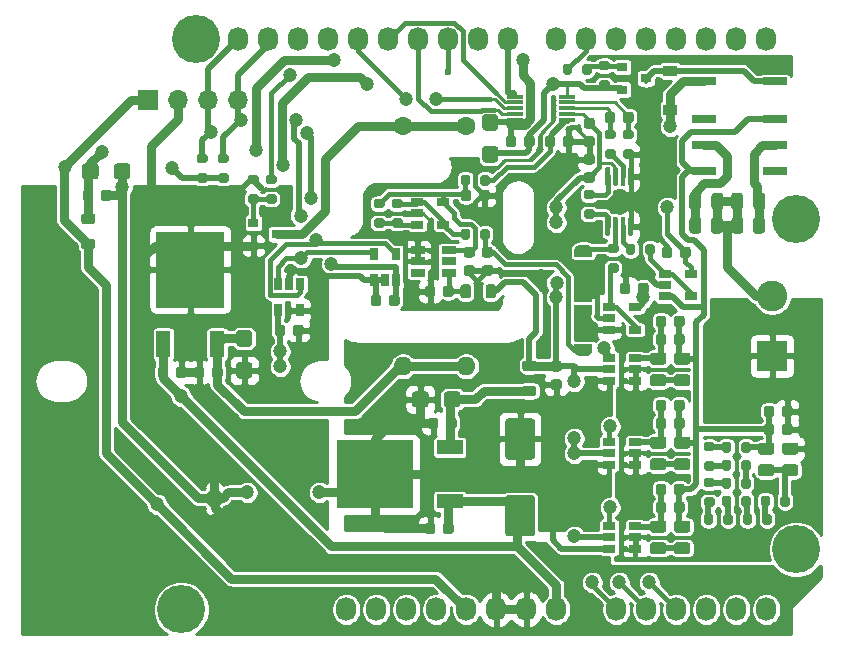
<source format=gbr>
%TF.GenerationSoftware,KiCad,Pcbnew,5.1.12-5.1.12*%
%TF.CreationDate,2021-12-16T19:46:46+00:00*%
%TF.ProjectId,UnoMeter,556e6f4d-6574-4657-922e-6b696361645f,V 0.5*%
%TF.SameCoordinates,Original*%
%TF.FileFunction,Copper,L1,Top*%
%TF.FilePolarity,Positive*%
%FSLAX46Y46*%
G04 Gerber Fmt 4.6, Leading zero omitted, Abs format (unit mm)*
G04 Created by KiCad (PCBNEW 5.1.12-5.1.12) date 2021-12-16 19:46:46*
%MOMM*%
%LPD*%
G01*
G04 APERTURE LIST*
%TA.AperFunction,EtchedComponent*%
%ADD10C,0.100000*%
%TD*%
%TA.AperFunction,SMDPad,CuDef*%
%ADD11R,0.650000X1.060000*%
%TD*%
%TA.AperFunction,SMDPad,CuDef*%
%ADD12R,1.200000X0.900000*%
%TD*%
%TA.AperFunction,SMDPad,CuDef*%
%ADD13R,0.900000X0.800000*%
%TD*%
%TA.AperFunction,SMDPad,CuDef*%
%ADD14R,2.000000X0.700000*%
%TD*%
%TA.AperFunction,SMDPad,CuDef*%
%ADD15R,1.060000X0.650000*%
%TD*%
%TA.AperFunction,ComponentPad*%
%ADD16O,1.600000X1.600000*%
%TD*%
%TA.AperFunction,ComponentPad*%
%ADD17C,1.600000*%
%TD*%
%TA.AperFunction,SMDPad,CuDef*%
%ADD18C,0.100000*%
%TD*%
%TA.AperFunction,SMDPad,CuDef*%
%ADD19C,0.500000*%
%TD*%
%TA.AperFunction,SMDPad,CuDef*%
%ADD20R,5.800000X6.400000*%
%TD*%
%TA.AperFunction,SMDPad,CuDef*%
%ADD21R,1.200000X2.200000*%
%TD*%
%TA.AperFunction,SMDPad,CuDef*%
%ADD22R,6.400000X5.800000*%
%TD*%
%TA.AperFunction,SMDPad,CuDef*%
%ADD23R,2.200000X1.200000*%
%TD*%
%TA.AperFunction,SMDPad,CuDef*%
%ADD24R,1.400000X0.300000*%
%TD*%
%TA.AperFunction,ComponentPad*%
%ADD25C,2.600000*%
%TD*%
%TA.AperFunction,ComponentPad*%
%ADD26R,2.600000X2.600000*%
%TD*%
%TA.AperFunction,SMDPad,CuDef*%
%ADD27R,1.220000X0.650000*%
%TD*%
%TA.AperFunction,ComponentPad*%
%ADD28O,1.700000X1.700000*%
%TD*%
%TA.AperFunction,ComponentPad*%
%ADD29R,1.700000X1.700000*%
%TD*%
%TA.AperFunction,ComponentPad*%
%ADD30O,1.727200X2.032000*%
%TD*%
%TA.AperFunction,ComponentPad*%
%ADD31C,4.064000*%
%TD*%
%TA.AperFunction,ViaPad*%
%ADD32C,1.200000*%
%TD*%
%TA.AperFunction,ViaPad*%
%ADD33C,0.600000*%
%TD*%
%TA.AperFunction,Conductor*%
%ADD34C,0.508000*%
%TD*%
%TA.AperFunction,Conductor*%
%ADD35C,0.762000*%
%TD*%
%TA.AperFunction,Conductor*%
%ADD36C,0.254000*%
%TD*%
%TA.AperFunction,Conductor*%
%ADD37C,0.381000*%
%TD*%
%TA.AperFunction,Conductor*%
%ADD38C,0.100000*%
%TD*%
G04 APERTURE END LIST*
D10*
%TO.C,NT1*%
G36*
X127754000Y-115487660D02*
G01*
X126693340Y-114427000D01*
X127754000Y-113366340D01*
X128814660Y-114427000D01*
X127754000Y-115487660D01*
G37*
%TD*%
D11*
%TO.P,U7,5*%
%TO.N,GND*%
X135062000Y-98509000D03*
%TO.P,U7,4*%
%TO.N,+5V*%
X133162000Y-98509000D03*
%TO.P,U7,3*%
%TO.N,/A4(SDA)*%
X133162000Y-96309000D03*
%TO.P,U7,2*%
%TO.N,GND*%
X134112000Y-96309000D03*
%TO.P,U7,1*%
%TO.N,/A5(SCL)*%
X135062000Y-96309000D03*
%TD*%
%TO.P,R36,2*%
%TO.N,+5V*%
%TA.AperFunction,SMDPad,CuDef*%
G36*
G01*
X128249000Y-86912000D02*
X128799000Y-86912000D01*
G75*
G02*
X128999000Y-87112000I0J-200000D01*
G01*
X128999000Y-87512000D01*
G75*
G02*
X128799000Y-87712000I-200000J0D01*
G01*
X128249000Y-87712000D01*
G75*
G02*
X128049000Y-87512000I0J200000D01*
G01*
X128049000Y-87112000D01*
G75*
G02*
X128249000Y-86912000I200000J0D01*
G01*
G37*
%TD.AperFunction*%
%TO.P,R36,1*%
%TO.N,/A4(SDA)*%
%TA.AperFunction,SMDPad,CuDef*%
G36*
G01*
X128249000Y-85262000D02*
X128799000Y-85262000D01*
G75*
G02*
X128999000Y-85462000I0J-200000D01*
G01*
X128999000Y-85862000D01*
G75*
G02*
X128799000Y-86062000I-200000J0D01*
G01*
X128249000Y-86062000D01*
G75*
G02*
X128049000Y-85862000I0J200000D01*
G01*
X128049000Y-85462000D01*
G75*
G02*
X128249000Y-85262000I200000J0D01*
G01*
G37*
%TD.AperFunction*%
%TD*%
%TO.P,R35,2*%
%TO.N,+5V*%
%TA.AperFunction,SMDPad,CuDef*%
G36*
G01*
X126471000Y-86912000D02*
X127021000Y-86912000D01*
G75*
G02*
X127221000Y-87112000I0J-200000D01*
G01*
X127221000Y-87512000D01*
G75*
G02*
X127021000Y-87712000I-200000J0D01*
G01*
X126471000Y-87712000D01*
G75*
G02*
X126271000Y-87512000I0J200000D01*
G01*
X126271000Y-87112000D01*
G75*
G02*
X126471000Y-86912000I200000J0D01*
G01*
G37*
%TD.AperFunction*%
%TO.P,R35,1*%
%TO.N,/A5(SCL)*%
%TA.AperFunction,SMDPad,CuDef*%
G36*
G01*
X126471000Y-85262000D02*
X127021000Y-85262000D01*
G75*
G02*
X127221000Y-85462000I0J-200000D01*
G01*
X127221000Y-85862000D01*
G75*
G02*
X127021000Y-86062000I-200000J0D01*
G01*
X126471000Y-86062000D01*
G75*
G02*
X126271000Y-85862000I0J200000D01*
G01*
X126271000Y-85462000D01*
G75*
G02*
X126471000Y-85262000I200000J0D01*
G01*
G37*
%TD.AperFunction*%
%TD*%
%TO.P,C21,2*%
%TO.N,GND*%
%TA.AperFunction,SMDPad,CuDef*%
G36*
G01*
X134437000Y-100453000D02*
X134437000Y-99953000D01*
G75*
G02*
X134662000Y-99728000I225000J0D01*
G01*
X135112000Y-99728000D01*
G75*
G02*
X135337000Y-99953000I0J-225000D01*
G01*
X135337000Y-100453000D01*
G75*
G02*
X135112000Y-100678000I-225000J0D01*
G01*
X134662000Y-100678000D01*
G75*
G02*
X134437000Y-100453000I0J225000D01*
G01*
G37*
%TD.AperFunction*%
%TO.P,C21,1*%
%TO.N,+5V*%
%TA.AperFunction,SMDPad,CuDef*%
G36*
G01*
X132887000Y-100453000D02*
X132887000Y-99953000D01*
G75*
G02*
X133112000Y-99728000I225000J0D01*
G01*
X133562000Y-99728000D01*
G75*
G02*
X133787000Y-99953000I0J-225000D01*
G01*
X133787000Y-100453000D01*
G75*
G02*
X133562000Y-100678000I-225000J0D01*
G01*
X133112000Y-100678000D01*
G75*
G02*
X132887000Y-100453000I0J225000D01*
G01*
G37*
%TD.AperFunction*%
%TD*%
%TO.P,R34,2*%
%TO.N,/VREF_1*%
%TA.AperFunction,SMDPad,CuDef*%
G36*
G01*
X149435000Y-87228000D02*
X149435000Y-87778000D01*
G75*
G02*
X149235000Y-87978000I-200000J0D01*
G01*
X148835000Y-87978000D01*
G75*
G02*
X148635000Y-87778000I0J200000D01*
G01*
X148635000Y-87228000D01*
G75*
G02*
X148835000Y-87028000I200000J0D01*
G01*
X149235000Y-87028000D01*
G75*
G02*
X149435000Y-87228000I0J-200000D01*
G01*
G37*
%TD.AperFunction*%
%TO.P,R34,1*%
%TO.N,/VREF*%
%TA.AperFunction,SMDPad,CuDef*%
G36*
G01*
X151085000Y-87228000D02*
X151085000Y-87778000D01*
G75*
G02*
X150885000Y-87978000I-200000J0D01*
G01*
X150485000Y-87978000D01*
G75*
G02*
X150285000Y-87778000I0J200000D01*
G01*
X150285000Y-87228000D01*
G75*
G02*
X150485000Y-87028000I200000J0D01*
G01*
X150885000Y-87028000D01*
G75*
G02*
X151085000Y-87228000I0J-200000D01*
G01*
G37*
%TD.AperFunction*%
%TD*%
D12*
%TO.P,D2,2*%
%TO.N,Net-(D2-Pad2)*%
X166370000Y-78233000D03*
%TO.P,D2,1*%
%TO.N,/Vin*%
X166370000Y-81533000D03*
%TD*%
%TO.P,R33,2*%
%TO.N,Net-(C18-Pad2)*%
%TA.AperFunction,SMDPad,CuDef*%
G36*
G01*
X169018000Y-90862999D02*
X169018000Y-91763001D01*
G75*
G02*
X168768001Y-92013000I-249999J0D01*
G01*
X168242999Y-92013000D01*
G75*
G02*
X167993000Y-91763001I0J249999D01*
G01*
X167993000Y-90862999D01*
G75*
G02*
X168242999Y-90613000I249999J0D01*
G01*
X168768001Y-90613000D01*
G75*
G02*
X169018000Y-90862999I0J-249999D01*
G01*
G37*
%TD.AperFunction*%
%TO.P,R33,1*%
%TO.N,/VMEAS+*%
%TA.AperFunction,SMDPad,CuDef*%
G36*
G01*
X170843000Y-90862999D02*
X170843000Y-91763001D01*
G75*
G02*
X170593001Y-92013000I-249999J0D01*
G01*
X170067999Y-92013000D01*
G75*
G02*
X169818000Y-91763001I0J249999D01*
G01*
X169818000Y-90862999D01*
G75*
G02*
X170067999Y-90613000I249999J0D01*
G01*
X170593001Y-90613000D01*
G75*
G02*
X170843000Y-90862999I0J-249999D01*
G01*
G37*
%TD.AperFunction*%
%TD*%
%TO.P,R32,2*%
%TO.N,GNDD*%
%TA.AperFunction,SMDPad,CuDef*%
G36*
G01*
X160507000Y-79038000D02*
X161057000Y-79038000D01*
G75*
G02*
X161257000Y-79238000I0J-200000D01*
G01*
X161257000Y-79638000D01*
G75*
G02*
X161057000Y-79838000I-200000J0D01*
G01*
X160507000Y-79838000D01*
G75*
G02*
X160307000Y-79638000I0J200000D01*
G01*
X160307000Y-79238000D01*
G75*
G02*
X160507000Y-79038000I200000J0D01*
G01*
G37*
%TD.AperFunction*%
%TO.P,R32,1*%
%TO.N,Net-(Q1-Pad1)*%
%TA.AperFunction,SMDPad,CuDef*%
G36*
G01*
X160507000Y-77388000D02*
X161057000Y-77388000D01*
G75*
G02*
X161257000Y-77588000I0J-200000D01*
G01*
X161257000Y-77988000D01*
G75*
G02*
X161057000Y-78188000I-200000J0D01*
G01*
X160507000Y-78188000D01*
G75*
G02*
X160307000Y-77988000I0J200000D01*
G01*
X160307000Y-77588000D01*
G75*
G02*
X160507000Y-77388000I200000J0D01*
G01*
G37*
%TD.AperFunction*%
%TD*%
%TO.P,R31,2*%
%TO.N,/VRANGE*%
%TA.AperFunction,SMDPad,CuDef*%
G36*
G01*
X158071000Y-77830000D02*
X158071000Y-78380000D01*
G75*
G02*
X157871000Y-78580000I-200000J0D01*
G01*
X157471000Y-78580000D01*
G75*
G02*
X157271000Y-78380000I0J200000D01*
G01*
X157271000Y-77830000D01*
G75*
G02*
X157471000Y-77630000I200000J0D01*
G01*
X157871000Y-77630000D01*
G75*
G02*
X158071000Y-77830000I0J-200000D01*
G01*
G37*
%TD.AperFunction*%
%TO.P,R31,1*%
%TO.N,Net-(Q1-Pad1)*%
%TA.AperFunction,SMDPad,CuDef*%
G36*
G01*
X159721000Y-77830000D02*
X159721000Y-78380000D01*
G75*
G02*
X159521000Y-78580000I-200000J0D01*
G01*
X159121000Y-78580000D01*
G75*
G02*
X158921000Y-78380000I0J200000D01*
G01*
X158921000Y-77830000D01*
G75*
G02*
X159121000Y-77630000I200000J0D01*
G01*
X159521000Y-77630000D01*
G75*
G02*
X159721000Y-77830000I0J-200000D01*
G01*
G37*
%TD.AperFunction*%
%TD*%
D13*
%TO.P,Q1,3*%
%TO.N,Net-(D2-Pad2)*%
X164322000Y-78867000D03*
%TO.P,Q1,2*%
%TO.N,GNDD*%
X162322000Y-79817000D03*
%TO.P,Q1,1*%
%TO.N,Net-(Q1-Pad1)*%
X162322000Y-77917000D03*
%TD*%
D14*
%TO.P,K1,8*%
%TO.N,Net-(D2-Pad2)*%
X175212000Y-79131000D03*
%TO.P,K1,7*%
%TO.N,Net-(C11-Pad1)*%
X175212000Y-82331000D03*
%TO.P,K1,6*%
%TO.N,Net-(C24-Pad2)*%
X175212000Y-84531000D03*
%TO.P,K1,5*%
%TO.N,N/C*%
X175212000Y-86731000D03*
%TO.P,K1,4*%
%TO.N,Net-(C11-Pad1)*%
X169212000Y-86731000D03*
%TO.P,K1,3*%
%TO.N,Net-(C18-Pad2)*%
X169212000Y-84531000D03*
%TO.P,K1,2*%
%TO.N,N/C*%
X169212000Y-82331000D03*
%TO.P,K1,1*%
%TO.N,/Vin*%
X169212000Y-79131000D03*
%TD*%
%TO.P,C18,2*%
%TO.N,Net-(C18-Pad2)*%
%TA.AperFunction,SMDPad,CuDef*%
G36*
G01*
X168968000Y-88806000D02*
X168968000Y-89756000D01*
G75*
G02*
X168718000Y-90006000I-250000J0D01*
G01*
X168218000Y-90006000D01*
G75*
G02*
X167968000Y-89756000I0J250000D01*
G01*
X167968000Y-88806000D01*
G75*
G02*
X168218000Y-88556000I250000J0D01*
G01*
X168718000Y-88556000D01*
G75*
G02*
X168968000Y-88806000I0J-250000D01*
G01*
G37*
%TD.AperFunction*%
%TO.P,C18,1*%
%TO.N,/VMEAS+*%
%TA.AperFunction,SMDPad,CuDef*%
G36*
G01*
X170868000Y-88806000D02*
X170868000Y-89756000D01*
G75*
G02*
X170618000Y-90006000I-250000J0D01*
G01*
X170118000Y-90006000D01*
G75*
G02*
X169868000Y-89756000I0J250000D01*
G01*
X169868000Y-88806000D01*
G75*
G02*
X170118000Y-88556000I250000J0D01*
G01*
X170618000Y-88556000D01*
G75*
G02*
X170868000Y-88806000I0J-250000D01*
G01*
G37*
%TD.AperFunction*%
%TD*%
%TO.P,C24,2*%
%TO.N,Net-(C24-Pad2)*%
%TA.AperFunction,SMDPad,CuDef*%
G36*
G01*
X173424000Y-89756000D02*
X173424000Y-88806000D01*
G75*
G02*
X173674000Y-88556000I250000J0D01*
G01*
X174174000Y-88556000D01*
G75*
G02*
X174424000Y-88806000I0J-250000D01*
G01*
X174424000Y-89756000D01*
G75*
G02*
X174174000Y-90006000I-250000J0D01*
G01*
X173674000Y-90006000D01*
G75*
G02*
X173424000Y-89756000I0J250000D01*
G01*
G37*
%TD.AperFunction*%
%TO.P,C24,1*%
%TO.N,/VMEAS+*%
%TA.AperFunction,SMDPad,CuDef*%
G36*
G01*
X171524000Y-89756000D02*
X171524000Y-88806000D01*
G75*
G02*
X171774000Y-88556000I250000J0D01*
G01*
X172274000Y-88556000D01*
G75*
G02*
X172524000Y-88806000I0J-250000D01*
G01*
X172524000Y-89756000D01*
G75*
G02*
X172274000Y-90006000I-250000J0D01*
G01*
X171774000Y-90006000D01*
G75*
G02*
X171524000Y-89756000I0J250000D01*
G01*
G37*
%TD.AperFunction*%
%TD*%
D15*
%TO.P,U2,5*%
%TO.N,/VDDA*%
X168098000Y-95415000D03*
%TO.P,U2,4*%
%TO.N,Net-(R24-Pad2)*%
X168098000Y-97315000D03*
%TO.P,U2,3*%
%TO.N,Net-(C11-Pad1)*%
X165898000Y-97315000D03*
%TO.P,U2,2*%
%TO.N,GNDA*%
X165898000Y-96365000D03*
%TO.P,U2,1*%
%TO.N,Net-(R24-Pad2)*%
X165898000Y-95415000D03*
%TD*%
%TO.P,R9,2*%
%TO.N,Net-(R10-Pad1)*%
%TA.AperFunction,SMDPad,CuDef*%
G36*
G01*
X174161000Y-116480000D02*
X174161000Y-115930000D01*
G75*
G02*
X174361000Y-115730000I200000J0D01*
G01*
X174761000Y-115730000D01*
G75*
G02*
X174961000Y-115930000I0J-200000D01*
G01*
X174961000Y-116480000D01*
G75*
G02*
X174761000Y-116680000I-200000J0D01*
G01*
X174361000Y-116680000D01*
G75*
G02*
X174161000Y-116480000I0J200000D01*
G01*
G37*
%TD.AperFunction*%
%TO.P,R9,1*%
%TO.N,Net-(R8-Pad2)*%
%TA.AperFunction,SMDPad,CuDef*%
G36*
G01*
X172511000Y-116480000D02*
X172511000Y-115930000D01*
G75*
G02*
X172711000Y-115730000I200000J0D01*
G01*
X173111000Y-115730000D01*
G75*
G02*
X173311000Y-115930000I0J-200000D01*
G01*
X173311000Y-116480000D01*
G75*
G02*
X173111000Y-116680000I-200000J0D01*
G01*
X172711000Y-116680000D01*
G75*
G02*
X172511000Y-116480000I0J200000D01*
G01*
G37*
%TD.AperFunction*%
%TD*%
%TO.P,R8,2*%
%TO.N,Net-(R8-Pad2)*%
%TA.AperFunction,SMDPad,CuDef*%
G36*
G01*
X172383000Y-114956000D02*
X172383000Y-114406000D01*
G75*
G02*
X172583000Y-114206000I200000J0D01*
G01*
X172983000Y-114206000D01*
G75*
G02*
X173183000Y-114406000I0J-200000D01*
G01*
X173183000Y-114956000D01*
G75*
G02*
X172983000Y-115156000I-200000J0D01*
G01*
X172583000Y-115156000D01*
G75*
G02*
X172383000Y-114956000I0J200000D01*
G01*
G37*
%TD.AperFunction*%
%TO.P,R8,1*%
%TO.N,Net-(R7-Pad2)*%
%TA.AperFunction,SMDPad,CuDef*%
G36*
G01*
X170733000Y-114956000D02*
X170733000Y-114406000D01*
G75*
G02*
X170933000Y-114206000I200000J0D01*
G01*
X171333000Y-114206000D01*
G75*
G02*
X171533000Y-114406000I0J-200000D01*
G01*
X171533000Y-114956000D01*
G75*
G02*
X171333000Y-115156000I-200000J0D01*
G01*
X170933000Y-115156000D01*
G75*
G02*
X170733000Y-114956000I0J200000D01*
G01*
G37*
%TD.AperFunction*%
%TD*%
%TO.P,R7,2*%
%TO.N,Net-(R7-Pad2)*%
%TA.AperFunction,SMDPad,CuDef*%
G36*
G01*
X170859000Y-116480000D02*
X170859000Y-115930000D01*
G75*
G02*
X171059000Y-115730000I200000J0D01*
G01*
X171459000Y-115730000D01*
G75*
G02*
X171659000Y-115930000I0J-200000D01*
G01*
X171659000Y-116480000D01*
G75*
G02*
X171459000Y-116680000I-200000J0D01*
G01*
X171059000Y-116680000D01*
G75*
G02*
X170859000Y-116480000I0J200000D01*
G01*
G37*
%TD.AperFunction*%
%TO.P,R7,1*%
%TO.N,Net-(R6-Pad1)*%
%TA.AperFunction,SMDPad,CuDef*%
G36*
G01*
X169209000Y-116480000D02*
X169209000Y-115930000D01*
G75*
G02*
X169409000Y-115730000I200000J0D01*
G01*
X169809000Y-115730000D01*
G75*
G02*
X170009000Y-115930000I0J-200000D01*
G01*
X170009000Y-116480000D01*
G75*
G02*
X169809000Y-116680000I-200000J0D01*
G01*
X169409000Y-116680000D01*
G75*
G02*
X169209000Y-116480000I0J200000D01*
G01*
G37*
%TD.AperFunction*%
%TD*%
%TO.P,R6,2*%
%TO.N,Net-(R5-Pad1)*%
%TA.AperFunction,SMDPad,CuDef*%
G36*
G01*
X169947000Y-113494000D02*
X169397000Y-113494000D01*
G75*
G02*
X169197000Y-113294000I0J200000D01*
G01*
X169197000Y-112894000D01*
G75*
G02*
X169397000Y-112694000I200000J0D01*
G01*
X169947000Y-112694000D01*
G75*
G02*
X170147000Y-112894000I0J-200000D01*
G01*
X170147000Y-113294000D01*
G75*
G02*
X169947000Y-113494000I-200000J0D01*
G01*
G37*
%TD.AperFunction*%
%TO.P,R6,1*%
%TO.N,Net-(R6-Pad1)*%
%TA.AperFunction,SMDPad,CuDef*%
G36*
G01*
X169947000Y-115144000D02*
X169397000Y-115144000D01*
G75*
G02*
X169197000Y-114944000I0J200000D01*
G01*
X169197000Y-114544000D01*
G75*
G02*
X169397000Y-114344000I200000J0D01*
G01*
X169947000Y-114344000D01*
G75*
G02*
X170147000Y-114544000I0J-200000D01*
G01*
X170147000Y-114944000D01*
G75*
G02*
X169947000Y-115144000I-200000J0D01*
G01*
G37*
%TD.AperFunction*%
%TD*%
%TO.P,R5,2*%
%TO.N,Net-(R4-Pad1)*%
%TA.AperFunction,SMDPad,CuDef*%
G36*
G01*
X172383000Y-113432000D02*
X172383000Y-112882000D01*
G75*
G02*
X172583000Y-112682000I200000J0D01*
G01*
X172983000Y-112682000D01*
G75*
G02*
X173183000Y-112882000I0J-200000D01*
G01*
X173183000Y-113432000D01*
G75*
G02*
X172983000Y-113632000I-200000J0D01*
G01*
X172583000Y-113632000D01*
G75*
G02*
X172383000Y-113432000I0J200000D01*
G01*
G37*
%TD.AperFunction*%
%TO.P,R5,1*%
%TO.N,Net-(R5-Pad1)*%
%TA.AperFunction,SMDPad,CuDef*%
G36*
G01*
X170733000Y-113432000D02*
X170733000Y-112882000D01*
G75*
G02*
X170933000Y-112682000I200000J0D01*
G01*
X171333000Y-112682000D01*
G75*
G02*
X171533000Y-112882000I0J-200000D01*
G01*
X171533000Y-113432000D01*
G75*
G02*
X171333000Y-113632000I-200000J0D01*
G01*
X170933000Y-113632000D01*
G75*
G02*
X170733000Y-113432000I0J200000D01*
G01*
G37*
%TD.AperFunction*%
%TD*%
%TO.P,R4,2*%
%TO.N,Net-(R3-Pad1)*%
%TA.AperFunction,SMDPad,CuDef*%
G36*
G01*
X171533000Y-111358000D02*
X171533000Y-111908000D01*
G75*
G02*
X171333000Y-112108000I-200000J0D01*
G01*
X170933000Y-112108000D01*
G75*
G02*
X170733000Y-111908000I0J200000D01*
G01*
X170733000Y-111358000D01*
G75*
G02*
X170933000Y-111158000I200000J0D01*
G01*
X171333000Y-111158000D01*
G75*
G02*
X171533000Y-111358000I0J-200000D01*
G01*
G37*
%TD.AperFunction*%
%TO.P,R4,1*%
%TO.N,Net-(R4-Pad1)*%
%TA.AperFunction,SMDPad,CuDef*%
G36*
G01*
X173183000Y-111358000D02*
X173183000Y-111908000D01*
G75*
G02*
X172983000Y-112108000I-200000J0D01*
G01*
X172583000Y-112108000D01*
G75*
G02*
X172383000Y-111908000I0J200000D01*
G01*
X172383000Y-111358000D01*
G75*
G02*
X172583000Y-111158000I200000J0D01*
G01*
X172983000Y-111158000D01*
G75*
G02*
X173183000Y-111358000I0J-200000D01*
G01*
G37*
%TD.AperFunction*%
%TD*%
%TO.P,R3,2*%
%TO.N,Net-(R2-Pad1)*%
%TA.AperFunction,SMDPad,CuDef*%
G36*
G01*
X169947000Y-110446000D02*
X169397000Y-110446000D01*
G75*
G02*
X169197000Y-110246000I0J200000D01*
G01*
X169197000Y-109846000D01*
G75*
G02*
X169397000Y-109646000I200000J0D01*
G01*
X169947000Y-109646000D01*
G75*
G02*
X170147000Y-109846000I0J-200000D01*
G01*
X170147000Y-110246000D01*
G75*
G02*
X169947000Y-110446000I-200000J0D01*
G01*
G37*
%TD.AperFunction*%
%TO.P,R3,1*%
%TO.N,Net-(R3-Pad1)*%
%TA.AperFunction,SMDPad,CuDef*%
G36*
G01*
X169947000Y-112096000D02*
X169397000Y-112096000D01*
G75*
G02*
X169197000Y-111896000I0J200000D01*
G01*
X169197000Y-111496000D01*
G75*
G02*
X169397000Y-111296000I200000J0D01*
G01*
X169947000Y-111296000D01*
G75*
G02*
X170147000Y-111496000I0J-200000D01*
G01*
X170147000Y-111896000D01*
G75*
G02*
X169947000Y-112096000I-200000J0D01*
G01*
G37*
%TD.AperFunction*%
%TD*%
%TO.P,R2,2*%
%TO.N,Net-(C11-Pad1)*%
%TA.AperFunction,SMDPad,CuDef*%
G36*
G01*
X172383000Y-110384000D02*
X172383000Y-109834000D01*
G75*
G02*
X172583000Y-109634000I200000J0D01*
G01*
X172983000Y-109634000D01*
G75*
G02*
X173183000Y-109834000I0J-200000D01*
G01*
X173183000Y-110384000D01*
G75*
G02*
X172983000Y-110584000I-200000J0D01*
G01*
X172583000Y-110584000D01*
G75*
G02*
X172383000Y-110384000I0J200000D01*
G01*
G37*
%TD.AperFunction*%
%TO.P,R2,1*%
%TO.N,Net-(R2-Pad1)*%
%TA.AperFunction,SMDPad,CuDef*%
G36*
G01*
X170733000Y-110384000D02*
X170733000Y-109834000D01*
G75*
G02*
X170933000Y-109634000I200000J0D01*
G01*
X171333000Y-109634000D01*
G75*
G02*
X171533000Y-109834000I0J-200000D01*
G01*
X171533000Y-110384000D01*
G75*
G02*
X171333000Y-110584000I-200000J0D01*
G01*
X170933000Y-110584000D01*
G75*
G02*
X170733000Y-110384000I0J200000D01*
G01*
G37*
%TD.AperFunction*%
%TD*%
%TO.P,R1,2*%
%TO.N,Net-(C24-Pad2)*%
%TA.AperFunction,SMDPad,CuDef*%
G36*
G01*
X173374000Y-91763001D02*
X173374000Y-90862999D01*
G75*
G02*
X173623999Y-90613000I249999J0D01*
G01*
X174149001Y-90613000D01*
G75*
G02*
X174399000Y-90862999I0J-249999D01*
G01*
X174399000Y-91763001D01*
G75*
G02*
X174149001Y-92013000I-249999J0D01*
G01*
X173623999Y-92013000D01*
G75*
G02*
X173374000Y-91763001I0J249999D01*
G01*
G37*
%TD.AperFunction*%
%TO.P,R1,1*%
%TO.N,/VMEAS+*%
%TA.AperFunction,SMDPad,CuDef*%
G36*
G01*
X171549000Y-91763001D02*
X171549000Y-90862999D01*
G75*
G02*
X171798999Y-90613000I249999J0D01*
G01*
X172324001Y-90613000D01*
G75*
G02*
X172574000Y-90862999I0J-249999D01*
G01*
X172574000Y-91763001D01*
G75*
G02*
X172324001Y-92013000I-249999J0D01*
G01*
X171798999Y-92013000D01*
G75*
G02*
X171549000Y-91763001I0J249999D01*
G01*
G37*
%TD.AperFunction*%
%TD*%
%TO.P,C20,2*%
%TO.N,GNDA*%
%TA.AperFunction,SMDPad,CuDef*%
G36*
G01*
X157297000Y-84451000D02*
X157297000Y-83951000D01*
G75*
G02*
X157522000Y-83726000I225000J0D01*
G01*
X157972000Y-83726000D01*
G75*
G02*
X158197000Y-83951000I0J-225000D01*
G01*
X158197000Y-84451000D01*
G75*
G02*
X157972000Y-84676000I-225000J0D01*
G01*
X157522000Y-84676000D01*
G75*
G02*
X157297000Y-84451000I0J225000D01*
G01*
G37*
%TD.AperFunction*%
%TO.P,C20,1*%
%TO.N,/VREF*%
%TA.AperFunction,SMDPad,CuDef*%
G36*
G01*
X155747000Y-84451000D02*
X155747000Y-83951000D01*
G75*
G02*
X155972000Y-83726000I225000J0D01*
G01*
X156422000Y-83726000D01*
G75*
G02*
X156647000Y-83951000I0J-225000D01*
G01*
X156647000Y-84451000D01*
G75*
G02*
X156422000Y-84676000I-225000J0D01*
G01*
X155972000Y-84676000D01*
G75*
G02*
X155747000Y-84451000I0J225000D01*
G01*
G37*
%TD.AperFunction*%
%TD*%
%TO.P,C19,2*%
%TO.N,GNDA*%
%TA.AperFunction,SMDPad,CuDef*%
G36*
G01*
X159262000Y-83764000D02*
X159762000Y-83764000D01*
G75*
G02*
X159987000Y-83989000I0J-225000D01*
G01*
X159987000Y-84439000D01*
G75*
G02*
X159762000Y-84664000I-225000J0D01*
G01*
X159262000Y-84664000D01*
G75*
G02*
X159037000Y-84439000I0J225000D01*
G01*
X159037000Y-83989000D01*
G75*
G02*
X159262000Y-83764000I225000J0D01*
G01*
G37*
%TD.AperFunction*%
%TO.P,C19,1*%
%TO.N,/VDDA*%
%TA.AperFunction,SMDPad,CuDef*%
G36*
G01*
X159262000Y-82214000D02*
X159762000Y-82214000D01*
G75*
G02*
X159987000Y-82439000I0J-225000D01*
G01*
X159987000Y-82889000D01*
G75*
G02*
X159762000Y-83114000I-225000J0D01*
G01*
X159262000Y-83114000D01*
G75*
G02*
X159037000Y-82889000I0J225000D01*
G01*
X159037000Y-82439000D01*
G75*
G02*
X159262000Y-82214000I225000J0D01*
G01*
G37*
%TD.AperFunction*%
%TD*%
%TO.P,C7,2*%
%TO.N,Net-(C25-Pad2)*%
%TA.AperFunction,SMDPad,CuDef*%
G36*
G01*
X166045000Y-100715000D02*
X166045000Y-101215000D01*
G75*
G02*
X165820000Y-101440000I-225000J0D01*
G01*
X165370000Y-101440000D01*
G75*
G02*
X165145000Y-101215000I0J225000D01*
G01*
X165145000Y-100715000D01*
G75*
G02*
X165370000Y-100490000I225000J0D01*
G01*
X165820000Y-100490000D01*
G75*
G02*
X166045000Y-100715000I0J-225000D01*
G01*
G37*
%TD.AperFunction*%
%TO.P,C7,1*%
%TO.N,Net-(C11-Pad1)*%
%TA.AperFunction,SMDPad,CuDef*%
G36*
G01*
X167595000Y-100715000D02*
X167595000Y-101215000D01*
G75*
G02*
X167370000Y-101440000I-225000J0D01*
G01*
X166920000Y-101440000D01*
G75*
G02*
X166695000Y-101215000I0J225000D01*
G01*
X166695000Y-100715000D01*
G75*
G02*
X166920000Y-100490000I225000J0D01*
G01*
X167370000Y-100490000D01*
G75*
G02*
X167595000Y-100715000I0J-225000D01*
G01*
G37*
%TD.AperFunction*%
%TD*%
%TO.P,U13,5*%
%TO.N,/VREF_1*%
X147150000Y-89347000D03*
%TO.P,U13,4*%
%TO.N,Net-(R22-Pad1)*%
X147150000Y-91247000D03*
%TO.P,U13,3*%
%TO.N,Net-(R19-Pad1)*%
X144950000Y-91247000D03*
%TO.P,U13,2*%
%TO.N,GNDA*%
X144950000Y-90297000D03*
%TO.P,U13,1*%
%TO.N,Net-(R22-Pad1)*%
X144950000Y-89347000D03*
%TD*%
%TO.P,U12,5*%
%TO.N,/VMEAS-*%
X163406000Y-117729000D03*
%TO.P,U12,6*%
%TO.N,Net-(C12-Pad2)*%
X163406000Y-116779000D03*
%TO.P,U12,4*%
%TO.N,/VMEAS-*%
X163406000Y-118679000D03*
%TO.P,U12,3*%
%TO.N,GNDA*%
X161206000Y-118679000D03*
%TO.P,U12,2*%
%TO.N,/VDDA*%
X161206000Y-117729000D03*
%TO.P,U12,1*%
%TO.N,/10*%
X161206000Y-116779000D03*
%TD*%
%TO.P,U11,5*%
%TO.N,/VMEAS-*%
X163406000Y-110617000D03*
%TO.P,U11,6*%
%TO.N,Net-(C11-Pad2)*%
X163406000Y-109667000D03*
%TO.P,U11,4*%
%TO.N,/VMEAS-*%
X163406000Y-111567000D03*
%TO.P,U11,3*%
%TO.N,GNDA*%
X161206000Y-111567000D03*
%TO.P,U11,2*%
%TO.N,/VDDA*%
X161206000Y-110617000D03*
%TO.P,U11,1*%
%TO.N,/100*%
X161206000Y-109667000D03*
%TD*%
%TO.P,U10,5*%
%TO.N,/VMEAS-*%
X163406000Y-103505000D03*
%TO.P,U10,6*%
%TO.N,Net-(C25-Pad2)*%
X163406000Y-102555000D03*
%TO.P,U10,4*%
%TO.N,/VMEAS-*%
X163406000Y-104455000D03*
%TO.P,U10,3*%
%TO.N,GNDA*%
X161206000Y-104455000D03*
%TO.P,U10,2*%
%TO.N,/VDDA*%
X161206000Y-103505000D03*
%TO.P,U10,1*%
%TO.N,/1000*%
X161206000Y-102555000D03*
%TD*%
%TO.P,U9,5*%
%TO.N,/VDDA*%
X163406000Y-98237000D03*
%TO.P,U9,4*%
%TO.N,Net-(R25-Pad2)*%
X163406000Y-100137000D03*
%TO.P,U9,3*%
%TO.N,/VMEAS-*%
X161206000Y-100137000D03*
%TO.P,U9,2*%
%TO.N,GNDA*%
X161206000Y-99187000D03*
%TO.P,U9,1*%
%TO.N,Net-(R25-Pad2)*%
X161206000Y-98237000D03*
%TD*%
%TO.P,U8,8*%
%TO.N,Net-(R26-Pad1)*%
%TA.AperFunction,SMDPad,CuDef*%
G36*
G01*
X161177000Y-87981000D02*
X160977000Y-87981000D01*
G75*
G02*
X160877000Y-87881000I0J100000D01*
G01*
X160877000Y-86456000D01*
G75*
G02*
X160977000Y-86356000I100000J0D01*
G01*
X161177000Y-86356000D01*
G75*
G02*
X161277000Y-86456000I0J-100000D01*
G01*
X161277000Y-87881000D01*
G75*
G02*
X161177000Y-87981000I-100000J0D01*
G01*
G37*
%TD.AperFunction*%
%TO.P,U8,7*%
%TO.N,/VDDA*%
%TA.AperFunction,SMDPad,CuDef*%
G36*
G01*
X161827000Y-87981000D02*
X161627000Y-87981000D01*
G75*
G02*
X161527000Y-87881000I0J100000D01*
G01*
X161527000Y-86456000D01*
G75*
G02*
X161627000Y-86356000I100000J0D01*
G01*
X161827000Y-86356000D01*
G75*
G02*
X161927000Y-86456000I0J-100000D01*
G01*
X161927000Y-87881000D01*
G75*
G02*
X161827000Y-87981000I-100000J0D01*
G01*
G37*
%TD.AperFunction*%
%TO.P,U8,6*%
%TO.N,Net-(R20-Pad2)*%
%TA.AperFunction,SMDPad,CuDef*%
G36*
G01*
X162477000Y-87981000D02*
X162277000Y-87981000D01*
G75*
G02*
X162177000Y-87881000I0J100000D01*
G01*
X162177000Y-86456000D01*
G75*
G02*
X162277000Y-86356000I100000J0D01*
G01*
X162477000Y-86356000D01*
G75*
G02*
X162577000Y-86456000I0J-100000D01*
G01*
X162577000Y-87881000D01*
G75*
G02*
X162477000Y-87981000I-100000J0D01*
G01*
G37*
%TD.AperFunction*%
%TO.P,U8,5*%
%TO.N,GNDA*%
%TA.AperFunction,SMDPad,CuDef*%
G36*
G01*
X163127000Y-87981000D02*
X162927000Y-87981000D01*
G75*
G02*
X162827000Y-87881000I0J100000D01*
G01*
X162827000Y-86456000D01*
G75*
G02*
X162927000Y-86356000I100000J0D01*
G01*
X163127000Y-86356000D01*
G75*
G02*
X163227000Y-86456000I0J-100000D01*
G01*
X163227000Y-87881000D01*
G75*
G02*
X163127000Y-87981000I-100000J0D01*
G01*
G37*
%TD.AperFunction*%
%TO.P,U8,4*%
%TA.AperFunction,SMDPad,CuDef*%
G36*
G01*
X163127000Y-92206000D02*
X162927000Y-92206000D01*
G75*
G02*
X162827000Y-92106000I0J100000D01*
G01*
X162827000Y-90681000D01*
G75*
G02*
X162927000Y-90581000I100000J0D01*
G01*
X163127000Y-90581000D01*
G75*
G02*
X163227000Y-90681000I0J-100000D01*
G01*
X163227000Y-92106000D01*
G75*
G02*
X163127000Y-92206000I-100000J0D01*
G01*
G37*
%TD.AperFunction*%
%TO.P,U8,3*%
%TO.N,Net-(R24-Pad1)*%
%TA.AperFunction,SMDPad,CuDef*%
G36*
G01*
X162477000Y-92206000D02*
X162277000Y-92206000D01*
G75*
G02*
X162177000Y-92106000I0J100000D01*
G01*
X162177000Y-90681000D01*
G75*
G02*
X162277000Y-90581000I100000J0D01*
G01*
X162477000Y-90581000D01*
G75*
G02*
X162577000Y-90681000I0J-100000D01*
G01*
X162577000Y-92106000D01*
G75*
G02*
X162477000Y-92206000I-100000J0D01*
G01*
G37*
%TD.AperFunction*%
%TO.P,U8,2*%
%TO.N,Net-(JP4-Pad2)*%
%TA.AperFunction,SMDPad,CuDef*%
G36*
G01*
X161827000Y-92206000D02*
X161627000Y-92206000D01*
G75*
G02*
X161527000Y-92106000I0J100000D01*
G01*
X161527000Y-90681000D01*
G75*
G02*
X161627000Y-90581000I100000J0D01*
G01*
X161827000Y-90581000D01*
G75*
G02*
X161927000Y-90681000I0J-100000D01*
G01*
X161927000Y-92106000D01*
G75*
G02*
X161827000Y-92206000I-100000J0D01*
G01*
G37*
%TD.AperFunction*%
%TO.P,U8,1*%
%TO.N,Net-(R26-Pad2)*%
%TA.AperFunction,SMDPad,CuDef*%
G36*
G01*
X161177000Y-92206000D02*
X160977000Y-92206000D01*
G75*
G02*
X160877000Y-92106000I0J100000D01*
G01*
X160877000Y-90681000D01*
G75*
G02*
X160977000Y-90581000I100000J0D01*
G01*
X161177000Y-90581000D01*
G75*
G02*
X161277000Y-90681000I0J-100000D01*
G01*
X161277000Y-92106000D01*
G75*
G02*
X161177000Y-92206000I-100000J0D01*
G01*
G37*
%TD.AperFunction*%
%TD*%
%TO.P,R30,2*%
%TO.N,/HEATER*%
%TA.AperFunction,SMDPad,CuDef*%
G36*
G01*
X132863000Y-87840000D02*
X132313000Y-87840000D01*
G75*
G02*
X132113000Y-87640000I0J200000D01*
G01*
X132113000Y-87240000D01*
G75*
G02*
X132313000Y-87040000I200000J0D01*
G01*
X132863000Y-87040000D01*
G75*
G02*
X133063000Y-87240000I0J-200000D01*
G01*
X133063000Y-87640000D01*
G75*
G02*
X132863000Y-87840000I-200000J0D01*
G01*
G37*
%TD.AperFunction*%
%TO.P,R30,1*%
%TO.N,Net-(Q3-Pad1)*%
%TA.AperFunction,SMDPad,CuDef*%
G36*
G01*
X132863000Y-89490000D02*
X132313000Y-89490000D01*
G75*
G02*
X132113000Y-89290000I0J200000D01*
G01*
X132113000Y-88890000D01*
G75*
G02*
X132313000Y-88690000I200000J0D01*
G01*
X132863000Y-88690000D01*
G75*
G02*
X133063000Y-88890000I0J-200000D01*
G01*
X133063000Y-89290000D01*
G75*
G02*
X132863000Y-89490000I-200000J0D01*
G01*
G37*
%TD.AperFunction*%
%TD*%
%TO.P,R29,2*%
%TO.N,GND*%
%TA.AperFunction,SMDPad,CuDef*%
G36*
G01*
X131339000Y-87840000D02*
X130789000Y-87840000D01*
G75*
G02*
X130589000Y-87640000I0J200000D01*
G01*
X130589000Y-87240000D01*
G75*
G02*
X130789000Y-87040000I200000J0D01*
G01*
X131339000Y-87040000D01*
G75*
G02*
X131539000Y-87240000I0J-200000D01*
G01*
X131539000Y-87640000D01*
G75*
G02*
X131339000Y-87840000I-200000J0D01*
G01*
G37*
%TD.AperFunction*%
%TO.P,R29,1*%
%TO.N,Net-(Q3-Pad1)*%
%TA.AperFunction,SMDPad,CuDef*%
G36*
G01*
X131339000Y-89490000D02*
X130789000Y-89490000D01*
G75*
G02*
X130589000Y-89290000I0J200000D01*
G01*
X130589000Y-88890000D01*
G75*
G02*
X130789000Y-88690000I200000J0D01*
G01*
X131339000Y-88690000D01*
G75*
G02*
X131539000Y-88890000I0J-200000D01*
G01*
X131539000Y-89290000D01*
G75*
G02*
X131339000Y-89490000I-200000J0D01*
G01*
G37*
%TD.AperFunction*%
%TD*%
D16*
%TO.P,R28,2*%
%TO.N,Net-(C14-Pad1)*%
X149098000Y-103251000D03*
D17*
%TO.P,R28,1*%
%TO.N,Net-(Q3-Pad3)*%
X149098000Y-82931000D03*
%TD*%
D16*
%TO.P,R27,2*%
%TO.N,Net-(C14-Pad1)*%
X143764000Y-103251000D03*
D17*
%TO.P,R27,1*%
%TO.N,Net-(Q3-Pad3)*%
X143764000Y-82931000D03*
%TD*%
%TO.P,R26,2*%
%TO.N,Net-(R26-Pad2)*%
%TA.AperFunction,SMDPad,CuDef*%
G36*
G01*
X159237000Y-89960000D02*
X159787000Y-89960000D01*
G75*
G02*
X159987000Y-90160000I0J-200000D01*
G01*
X159987000Y-90560000D01*
G75*
G02*
X159787000Y-90760000I-200000J0D01*
G01*
X159237000Y-90760000D01*
G75*
G02*
X159037000Y-90560000I0J200000D01*
G01*
X159037000Y-90160000D01*
G75*
G02*
X159237000Y-89960000I200000J0D01*
G01*
G37*
%TD.AperFunction*%
%TO.P,R26,1*%
%TO.N,Net-(R26-Pad1)*%
%TA.AperFunction,SMDPad,CuDef*%
G36*
G01*
X159237000Y-88310000D02*
X159787000Y-88310000D01*
G75*
G02*
X159987000Y-88510000I0J-200000D01*
G01*
X159987000Y-88910000D01*
G75*
G02*
X159787000Y-89110000I-200000J0D01*
G01*
X159237000Y-89110000D01*
G75*
G02*
X159037000Y-88910000I0J200000D01*
G01*
X159037000Y-88510000D01*
G75*
G02*
X159237000Y-88310000I200000J0D01*
G01*
G37*
%TD.AperFunction*%
%TD*%
%TO.P,R25,2*%
%TO.N,Net-(R25-Pad2)*%
%TA.AperFunction,SMDPad,CuDef*%
G36*
G01*
X161269000Y-94532000D02*
X161819000Y-94532000D01*
G75*
G02*
X162019000Y-94732000I0J-200000D01*
G01*
X162019000Y-95132000D01*
G75*
G02*
X161819000Y-95332000I-200000J0D01*
G01*
X161269000Y-95332000D01*
G75*
G02*
X161069000Y-95132000I0J200000D01*
G01*
X161069000Y-94732000D01*
G75*
G02*
X161269000Y-94532000I200000J0D01*
G01*
G37*
%TD.AperFunction*%
%TO.P,R25,1*%
%TO.N,Net-(JP4-Pad2)*%
%TA.AperFunction,SMDPad,CuDef*%
G36*
G01*
X161269000Y-92882000D02*
X161819000Y-92882000D01*
G75*
G02*
X162019000Y-93082000I0J-200000D01*
G01*
X162019000Y-93482000D01*
G75*
G02*
X161819000Y-93682000I-200000J0D01*
G01*
X161269000Y-93682000D01*
G75*
G02*
X161069000Y-93482000I0J200000D01*
G01*
X161069000Y-93082000D01*
G75*
G02*
X161269000Y-92882000I200000J0D01*
G01*
G37*
%TD.AperFunction*%
%TD*%
%TO.P,R24,2*%
%TO.N,Net-(R24-Pad2)*%
%TA.AperFunction,SMDPad,CuDef*%
G36*
G01*
X164255000Y-93620000D02*
X164255000Y-93070000D01*
G75*
G02*
X164455000Y-92870000I200000J0D01*
G01*
X164855000Y-92870000D01*
G75*
G02*
X165055000Y-93070000I0J-200000D01*
G01*
X165055000Y-93620000D01*
G75*
G02*
X164855000Y-93820000I-200000J0D01*
G01*
X164455000Y-93820000D01*
G75*
G02*
X164255000Y-93620000I0J200000D01*
G01*
G37*
%TD.AperFunction*%
%TO.P,R24,1*%
%TO.N,Net-(R24-Pad1)*%
%TA.AperFunction,SMDPad,CuDef*%
G36*
G01*
X162605000Y-93620000D02*
X162605000Y-93070000D01*
G75*
G02*
X162805000Y-92870000I200000J0D01*
G01*
X163205000Y-92870000D01*
G75*
G02*
X163405000Y-93070000I0J-200000D01*
G01*
X163405000Y-93620000D01*
G75*
G02*
X163205000Y-93820000I-200000J0D01*
G01*
X162805000Y-93820000D01*
G75*
G02*
X162605000Y-93620000I0J200000D01*
G01*
G37*
%TD.AperFunction*%
%TD*%
%TO.P,R23,2*%
%TO.N,Net-(R22-Pad1)*%
%TA.AperFunction,SMDPad,CuDef*%
G36*
G01*
X149435000Y-91800000D02*
X149435000Y-92350000D01*
G75*
G02*
X149235000Y-92550000I-200000J0D01*
G01*
X148835000Y-92550000D01*
G75*
G02*
X148635000Y-92350000I0J200000D01*
G01*
X148635000Y-91800000D01*
G75*
G02*
X148835000Y-91600000I200000J0D01*
G01*
X149235000Y-91600000D01*
G75*
G02*
X149435000Y-91800000I0J-200000D01*
G01*
G37*
%TD.AperFunction*%
%TO.P,R23,1*%
%TO.N,/VCM*%
%TA.AperFunction,SMDPad,CuDef*%
G36*
G01*
X151085000Y-91800000D02*
X151085000Y-92350000D01*
G75*
G02*
X150885000Y-92550000I-200000J0D01*
G01*
X150485000Y-92550000D01*
G75*
G02*
X150285000Y-92350000I0J200000D01*
G01*
X150285000Y-91800000D01*
G75*
G02*
X150485000Y-91600000I200000J0D01*
G01*
X150885000Y-91600000D01*
G75*
G02*
X151085000Y-91800000I0J-200000D01*
G01*
G37*
%TD.AperFunction*%
%TD*%
%TO.P,R22,2*%
%TO.N,Net-(R19-Pad1)*%
%TA.AperFunction,SMDPad,CuDef*%
G36*
G01*
X142981000Y-90722000D02*
X143531000Y-90722000D01*
G75*
G02*
X143731000Y-90922000I0J-200000D01*
G01*
X143731000Y-91322000D01*
G75*
G02*
X143531000Y-91522000I-200000J0D01*
G01*
X142981000Y-91522000D01*
G75*
G02*
X142781000Y-91322000I0J200000D01*
G01*
X142781000Y-90922000D01*
G75*
G02*
X142981000Y-90722000I200000J0D01*
G01*
G37*
%TD.AperFunction*%
%TO.P,R22,1*%
%TO.N,Net-(R22-Pad1)*%
%TA.AperFunction,SMDPad,CuDef*%
G36*
G01*
X142981000Y-89072000D02*
X143531000Y-89072000D01*
G75*
G02*
X143731000Y-89272000I0J-200000D01*
G01*
X143731000Y-89672000D01*
G75*
G02*
X143531000Y-89872000I-200000J0D01*
G01*
X142981000Y-89872000D01*
G75*
G02*
X142781000Y-89672000I0J200000D01*
G01*
X142781000Y-89272000D01*
G75*
G02*
X142981000Y-89072000I200000J0D01*
G01*
G37*
%TD.AperFunction*%
%TD*%
%TO.P,R21,2*%
%TO.N,GNDA*%
%TA.AperFunction,SMDPad,CuDef*%
G36*
G01*
X162539000Y-84880000D02*
X163089000Y-84880000D01*
G75*
G02*
X163289000Y-85080000I0J-200000D01*
G01*
X163289000Y-85480000D01*
G75*
G02*
X163089000Y-85680000I-200000J0D01*
G01*
X162539000Y-85680000D01*
G75*
G02*
X162339000Y-85480000I0J200000D01*
G01*
X162339000Y-85080000D01*
G75*
G02*
X162539000Y-84880000I200000J0D01*
G01*
G37*
%TD.AperFunction*%
%TO.P,R21,1*%
%TO.N,/ADCIN-*%
%TA.AperFunction,SMDPad,CuDef*%
G36*
G01*
X162539000Y-83230000D02*
X163089000Y-83230000D01*
G75*
G02*
X163289000Y-83430000I0J-200000D01*
G01*
X163289000Y-83830000D01*
G75*
G02*
X163089000Y-84030000I-200000J0D01*
G01*
X162539000Y-84030000D01*
G75*
G02*
X162339000Y-83830000I0J200000D01*
G01*
X162339000Y-83430000D01*
G75*
G02*
X162539000Y-83230000I200000J0D01*
G01*
G37*
%TD.AperFunction*%
%TD*%
%TO.P,R20,2*%
%TO.N,Net-(R20-Pad2)*%
%TA.AperFunction,SMDPad,CuDef*%
G36*
G01*
X161015000Y-84880000D02*
X161565000Y-84880000D01*
G75*
G02*
X161765000Y-85080000I0J-200000D01*
G01*
X161765000Y-85480000D01*
G75*
G02*
X161565000Y-85680000I-200000J0D01*
G01*
X161015000Y-85680000D01*
G75*
G02*
X160815000Y-85480000I0J200000D01*
G01*
X160815000Y-85080000D01*
G75*
G02*
X161015000Y-84880000I200000J0D01*
G01*
G37*
%TD.AperFunction*%
%TO.P,R20,1*%
%TO.N,/ADCIN+*%
%TA.AperFunction,SMDPad,CuDef*%
G36*
G01*
X161015000Y-83230000D02*
X161565000Y-83230000D01*
G75*
G02*
X161765000Y-83430000I0J-200000D01*
G01*
X161765000Y-83830000D01*
G75*
G02*
X161565000Y-84030000I-200000J0D01*
G01*
X161015000Y-84030000D01*
G75*
G02*
X160815000Y-83830000I0J200000D01*
G01*
X160815000Y-83430000D01*
G75*
G02*
X161015000Y-83230000I200000J0D01*
G01*
G37*
%TD.AperFunction*%
%TD*%
%TO.P,R19,2*%
%TO.N,/VREF_1*%
%TA.AperFunction,SMDPad,CuDef*%
G36*
G01*
X142007000Y-89872000D02*
X141457000Y-89872000D01*
G75*
G02*
X141257000Y-89672000I0J200000D01*
G01*
X141257000Y-89272000D01*
G75*
G02*
X141457000Y-89072000I200000J0D01*
G01*
X142007000Y-89072000D01*
G75*
G02*
X142207000Y-89272000I0J-200000D01*
G01*
X142207000Y-89672000D01*
G75*
G02*
X142007000Y-89872000I-200000J0D01*
G01*
G37*
%TD.AperFunction*%
%TO.P,R19,1*%
%TO.N,Net-(R19-Pad1)*%
%TA.AperFunction,SMDPad,CuDef*%
G36*
G01*
X142007000Y-91522000D02*
X141457000Y-91522000D01*
G75*
G02*
X141257000Y-91322000I0J200000D01*
G01*
X141257000Y-90922000D01*
G75*
G02*
X141457000Y-90722000I200000J0D01*
G01*
X142007000Y-90722000D01*
G75*
G02*
X142207000Y-90922000I0J-200000D01*
G01*
X142207000Y-91322000D01*
G75*
G02*
X142007000Y-91522000I-200000J0D01*
G01*
G37*
%TD.AperFunction*%
%TD*%
%TO.P,R18,2*%
%TO.N,Net-(R17-Pad1)*%
%TA.AperFunction,SMDPad,CuDef*%
G36*
G01*
X164903999Y-118129000D02*
X165804001Y-118129000D01*
G75*
G02*
X166054000Y-118378999I0J-249999D01*
G01*
X166054000Y-118904001D01*
G75*
G02*
X165804001Y-119154000I-249999J0D01*
G01*
X164903999Y-119154000D01*
G75*
G02*
X164654000Y-118904001I0J249999D01*
G01*
X164654000Y-118378999D01*
G75*
G02*
X164903999Y-118129000I249999J0D01*
G01*
G37*
%TD.AperFunction*%
%TO.P,R18,1*%
%TO.N,Net-(C12-Pad2)*%
%TA.AperFunction,SMDPad,CuDef*%
G36*
G01*
X164903999Y-116304000D02*
X165804001Y-116304000D01*
G75*
G02*
X166054000Y-116553999I0J-249999D01*
G01*
X166054000Y-117079001D01*
G75*
G02*
X165804001Y-117329000I-249999J0D01*
G01*
X164903999Y-117329000D01*
G75*
G02*
X164654000Y-117079001I0J249999D01*
G01*
X164654000Y-116553999D01*
G75*
G02*
X164903999Y-116304000I249999J0D01*
G01*
G37*
%TD.AperFunction*%
%TD*%
%TO.P,R17,2*%
%TO.N,Net-(C11-Pad1)*%
%TA.AperFunction,SMDPad,CuDef*%
G36*
G01*
X167836001Y-117329000D02*
X166935999Y-117329000D01*
G75*
G02*
X166686000Y-117079001I0J249999D01*
G01*
X166686000Y-116553999D01*
G75*
G02*
X166935999Y-116304000I249999J0D01*
G01*
X167836001Y-116304000D01*
G75*
G02*
X168086000Y-116553999I0J-249999D01*
G01*
X168086000Y-117079001D01*
G75*
G02*
X167836001Y-117329000I-249999J0D01*
G01*
G37*
%TD.AperFunction*%
%TO.P,R17,1*%
%TO.N,Net-(R17-Pad1)*%
%TA.AperFunction,SMDPad,CuDef*%
G36*
G01*
X167836001Y-119154000D02*
X166935999Y-119154000D01*
G75*
G02*
X166686000Y-118904001I0J249999D01*
G01*
X166686000Y-118378999D01*
G75*
G02*
X166935999Y-118129000I249999J0D01*
G01*
X167836001Y-118129000D01*
G75*
G02*
X168086000Y-118378999I0J-249999D01*
G01*
X168086000Y-118904001D01*
G75*
G02*
X167836001Y-119154000I-249999J0D01*
G01*
G37*
%TD.AperFunction*%
%TD*%
%TO.P,R16,2*%
%TO.N,Net-(R15-Pad1)*%
%TA.AperFunction,SMDPad,CuDef*%
G36*
G01*
X164903999Y-111017000D02*
X165804001Y-111017000D01*
G75*
G02*
X166054000Y-111266999I0J-249999D01*
G01*
X166054000Y-111792001D01*
G75*
G02*
X165804001Y-112042000I-249999J0D01*
G01*
X164903999Y-112042000D01*
G75*
G02*
X164654000Y-111792001I0J249999D01*
G01*
X164654000Y-111266999D01*
G75*
G02*
X164903999Y-111017000I249999J0D01*
G01*
G37*
%TD.AperFunction*%
%TO.P,R16,1*%
%TO.N,Net-(C11-Pad2)*%
%TA.AperFunction,SMDPad,CuDef*%
G36*
G01*
X164903999Y-109192000D02*
X165804001Y-109192000D01*
G75*
G02*
X166054000Y-109441999I0J-249999D01*
G01*
X166054000Y-109967001D01*
G75*
G02*
X165804001Y-110217000I-249999J0D01*
G01*
X164903999Y-110217000D01*
G75*
G02*
X164654000Y-109967001I0J249999D01*
G01*
X164654000Y-109441999D01*
G75*
G02*
X164903999Y-109192000I249999J0D01*
G01*
G37*
%TD.AperFunction*%
%TD*%
%TO.P,R15,2*%
%TO.N,Net-(C11-Pad1)*%
%TA.AperFunction,SMDPad,CuDef*%
G36*
G01*
X167836001Y-110217000D02*
X166935999Y-110217000D01*
G75*
G02*
X166686000Y-109967001I0J249999D01*
G01*
X166686000Y-109441999D01*
G75*
G02*
X166935999Y-109192000I249999J0D01*
G01*
X167836001Y-109192000D01*
G75*
G02*
X168086000Y-109441999I0J-249999D01*
G01*
X168086000Y-109967001D01*
G75*
G02*
X167836001Y-110217000I-249999J0D01*
G01*
G37*
%TD.AperFunction*%
%TO.P,R15,1*%
%TO.N,Net-(R15-Pad1)*%
%TA.AperFunction,SMDPad,CuDef*%
G36*
G01*
X167836001Y-112042000D02*
X166935999Y-112042000D01*
G75*
G02*
X166686000Y-111792001I0J249999D01*
G01*
X166686000Y-111266999D01*
G75*
G02*
X166935999Y-111017000I249999J0D01*
G01*
X167836001Y-111017000D01*
G75*
G02*
X168086000Y-111266999I0J-249999D01*
G01*
X168086000Y-111792001D01*
G75*
G02*
X167836001Y-112042000I-249999J0D01*
G01*
G37*
%TD.AperFunction*%
%TD*%
%TO.P,R14,2*%
%TO.N,Net-(R13-Pad1)*%
%TA.AperFunction,SMDPad,CuDef*%
G36*
G01*
X164903999Y-103905000D02*
X165804001Y-103905000D01*
G75*
G02*
X166054000Y-104154999I0J-249999D01*
G01*
X166054000Y-104680001D01*
G75*
G02*
X165804001Y-104930000I-249999J0D01*
G01*
X164903999Y-104930000D01*
G75*
G02*
X164654000Y-104680001I0J249999D01*
G01*
X164654000Y-104154999D01*
G75*
G02*
X164903999Y-103905000I249999J0D01*
G01*
G37*
%TD.AperFunction*%
%TO.P,R14,1*%
%TO.N,Net-(C25-Pad2)*%
%TA.AperFunction,SMDPad,CuDef*%
G36*
G01*
X164903999Y-102080000D02*
X165804001Y-102080000D01*
G75*
G02*
X166054000Y-102329999I0J-249999D01*
G01*
X166054000Y-102855001D01*
G75*
G02*
X165804001Y-103105000I-249999J0D01*
G01*
X164903999Y-103105000D01*
G75*
G02*
X164654000Y-102855001I0J249999D01*
G01*
X164654000Y-102329999D01*
G75*
G02*
X164903999Y-102080000I249999J0D01*
G01*
G37*
%TD.AperFunction*%
%TD*%
%TO.P,R13,2*%
%TO.N,Net-(C11-Pad1)*%
%TA.AperFunction,SMDPad,CuDef*%
G36*
G01*
X167836001Y-103105000D02*
X166935999Y-103105000D01*
G75*
G02*
X166686000Y-102855001I0J249999D01*
G01*
X166686000Y-102329999D01*
G75*
G02*
X166935999Y-102080000I249999J0D01*
G01*
X167836001Y-102080000D01*
G75*
G02*
X168086000Y-102329999I0J-249999D01*
G01*
X168086000Y-102855001D01*
G75*
G02*
X167836001Y-103105000I-249999J0D01*
G01*
G37*
%TD.AperFunction*%
%TO.P,R13,1*%
%TO.N,Net-(R13-Pad1)*%
%TA.AperFunction,SMDPad,CuDef*%
G36*
G01*
X167836001Y-104930000D02*
X166935999Y-104930000D01*
G75*
G02*
X166686000Y-104680001I0J249999D01*
G01*
X166686000Y-104154999D01*
G75*
G02*
X166935999Y-103905000I249999J0D01*
G01*
X167836001Y-103905000D01*
G75*
G02*
X168086000Y-104154999I0J-249999D01*
G01*
X168086000Y-104680001D01*
G75*
G02*
X167836001Y-104930000I-249999J0D01*
G01*
G37*
%TD.AperFunction*%
%TD*%
%TO.P,R12,2*%
%TO.N,Net-(C11-Pad1)*%
%TA.AperFunction,SMDPad,CuDef*%
G36*
G01*
X174948001Y-110725000D02*
X174047999Y-110725000D01*
G75*
G02*
X173798000Y-110475001I0J249999D01*
G01*
X173798000Y-109949999D01*
G75*
G02*
X174047999Y-109700000I249999J0D01*
G01*
X174948001Y-109700000D01*
G75*
G02*
X175198000Y-109949999I0J-249999D01*
G01*
X175198000Y-110475001D01*
G75*
G02*
X174948001Y-110725000I-249999J0D01*
G01*
G37*
%TD.AperFunction*%
%TO.P,R12,1*%
%TO.N,Net-(R10-Pad2)*%
%TA.AperFunction,SMDPad,CuDef*%
G36*
G01*
X174948001Y-112550000D02*
X174047999Y-112550000D01*
G75*
G02*
X173798000Y-112300001I0J249999D01*
G01*
X173798000Y-111774999D01*
G75*
G02*
X174047999Y-111525000I249999J0D01*
G01*
X174948001Y-111525000D01*
G75*
G02*
X175198000Y-111774999I0J-249999D01*
G01*
X175198000Y-112300001D01*
G75*
G02*
X174948001Y-112550000I-249999J0D01*
G01*
G37*
%TD.AperFunction*%
%TD*%
%TO.P,R11,2*%
%TO.N,Net-(R10-Pad2)*%
%TA.AperFunction,SMDPad,CuDef*%
G36*
G01*
X176079999Y-111525000D02*
X176980001Y-111525000D01*
G75*
G02*
X177230000Y-111774999I0J-249999D01*
G01*
X177230000Y-112300001D01*
G75*
G02*
X176980001Y-112550000I-249999J0D01*
G01*
X176079999Y-112550000D01*
G75*
G02*
X175830000Y-112300001I0J249999D01*
G01*
X175830000Y-111774999D01*
G75*
G02*
X176079999Y-111525000I249999J0D01*
G01*
G37*
%TD.AperFunction*%
%TO.P,R11,1*%
%TO.N,/VMEAS-*%
%TA.AperFunction,SMDPad,CuDef*%
G36*
G01*
X176079999Y-109700000D02*
X176980001Y-109700000D01*
G75*
G02*
X177230000Y-109949999I0J-249999D01*
G01*
X177230000Y-110475001D01*
G75*
G02*
X176980001Y-110725000I-249999J0D01*
G01*
X176079999Y-110725000D01*
G75*
G02*
X175830000Y-110475001I0J249999D01*
G01*
X175830000Y-109949999D01*
G75*
G02*
X176079999Y-109700000I249999J0D01*
G01*
G37*
%TD.AperFunction*%
%TD*%
%TO.P,R10,2*%
%TO.N,Net-(R10-Pad2)*%
%TA.AperFunction,SMDPad,CuDef*%
G36*
G01*
X175685000Y-114956000D02*
X175685000Y-114406000D01*
G75*
G02*
X175885000Y-114206000I200000J0D01*
G01*
X176285000Y-114206000D01*
G75*
G02*
X176485000Y-114406000I0J-200000D01*
G01*
X176485000Y-114956000D01*
G75*
G02*
X176285000Y-115156000I-200000J0D01*
G01*
X175885000Y-115156000D01*
G75*
G02*
X175685000Y-114956000I0J200000D01*
G01*
G37*
%TD.AperFunction*%
%TO.P,R10,1*%
%TO.N,Net-(R10-Pad1)*%
%TA.AperFunction,SMDPad,CuDef*%
G36*
G01*
X174035000Y-114956000D02*
X174035000Y-114406000D01*
G75*
G02*
X174235000Y-114206000I200000J0D01*
G01*
X174635000Y-114206000D01*
G75*
G02*
X174835000Y-114406000I0J-200000D01*
G01*
X174835000Y-114956000D01*
G75*
G02*
X174635000Y-115156000I-200000J0D01*
G01*
X174235000Y-115156000D01*
G75*
G02*
X174035000Y-114956000I0J200000D01*
G01*
G37*
%TD.AperFunction*%
%TD*%
%TA.AperFunction,SMDPad,CuDef*%
D18*
%TO.P,JP4,2*%
%TO.N,Net-(JP4-Pad2)*%
G36*
X158254602Y-93457000D02*
G01*
X158254602Y-93432466D01*
X158259412Y-93383635D01*
X158268984Y-93335510D01*
X158283228Y-93288555D01*
X158302005Y-93243222D01*
X158325136Y-93199949D01*
X158352396Y-93159150D01*
X158383524Y-93121221D01*
X158418221Y-93086524D01*
X158456150Y-93055396D01*
X158496949Y-93028136D01*
X158540222Y-93005005D01*
X158585555Y-92986228D01*
X158632510Y-92971984D01*
X158680635Y-92962412D01*
X158729466Y-92957602D01*
X158754000Y-92957602D01*
X158754000Y-92957000D01*
X159254000Y-92957000D01*
X159254000Y-92957602D01*
X159278534Y-92957602D01*
X159327365Y-92962412D01*
X159375490Y-92971984D01*
X159422445Y-92986228D01*
X159467778Y-93005005D01*
X159511051Y-93028136D01*
X159551850Y-93055396D01*
X159589779Y-93086524D01*
X159624476Y-93121221D01*
X159655604Y-93159150D01*
X159682864Y-93199949D01*
X159705995Y-93243222D01*
X159724772Y-93288555D01*
X159739016Y-93335510D01*
X159748588Y-93383635D01*
X159753398Y-93432466D01*
X159753398Y-93457000D01*
X159754000Y-93457000D01*
X159754000Y-93957000D01*
X158254000Y-93957000D01*
X158254000Y-93457000D01*
X158254602Y-93457000D01*
G37*
%TD.AperFunction*%
%TA.AperFunction,SMDPad,CuDef*%
%TO.P,JP4,1*%
%TO.N,GNDA*%
G36*
X159754000Y-94257000D02*
G01*
X159754000Y-94757000D01*
X159753398Y-94757000D01*
X159753398Y-94781534D01*
X159748588Y-94830365D01*
X159739016Y-94878490D01*
X159724772Y-94925445D01*
X159705995Y-94970778D01*
X159682864Y-95014051D01*
X159655604Y-95054850D01*
X159624476Y-95092779D01*
X159589779Y-95127476D01*
X159551850Y-95158604D01*
X159511051Y-95185864D01*
X159467778Y-95208995D01*
X159422445Y-95227772D01*
X159375490Y-95242016D01*
X159327365Y-95251588D01*
X159278534Y-95256398D01*
X159254000Y-95256398D01*
X159254000Y-95257000D01*
X158754000Y-95257000D01*
X158754000Y-95256398D01*
X158729466Y-95256398D01*
X158680635Y-95251588D01*
X158632510Y-95242016D01*
X158585555Y-95227772D01*
X158540222Y-95208995D01*
X158496949Y-95185864D01*
X158456150Y-95158604D01*
X158418221Y-95127476D01*
X158383524Y-95092779D01*
X158352396Y-95054850D01*
X158325136Y-95014051D01*
X158302005Y-94970778D01*
X158283228Y-94925445D01*
X158268984Y-94878490D01*
X158259412Y-94830365D01*
X158254602Y-94781534D01*
X158254602Y-94757000D01*
X158254000Y-94757000D01*
X158254000Y-94257000D01*
X159754000Y-94257000D01*
G37*
%TD.AperFunction*%
%TD*%
%TA.AperFunction,SMDPad,CuDef*%
%TO.P,JP3,2*%
%TO.N,/VMEAS-*%
G36*
X159753398Y-98567000D02*
G01*
X159753398Y-98591534D01*
X159748588Y-98640365D01*
X159739016Y-98688490D01*
X159724772Y-98735445D01*
X159705995Y-98780778D01*
X159682864Y-98824051D01*
X159655604Y-98864850D01*
X159624476Y-98902779D01*
X159589779Y-98937476D01*
X159551850Y-98968604D01*
X159511051Y-98995864D01*
X159467778Y-99018995D01*
X159422445Y-99037772D01*
X159375490Y-99052016D01*
X159327365Y-99061588D01*
X159278534Y-99066398D01*
X159254000Y-99066398D01*
X159254000Y-99067000D01*
X158754000Y-99067000D01*
X158754000Y-99066398D01*
X158729466Y-99066398D01*
X158680635Y-99061588D01*
X158632510Y-99052016D01*
X158585555Y-99037772D01*
X158540222Y-99018995D01*
X158496949Y-98995864D01*
X158456150Y-98968604D01*
X158418221Y-98937476D01*
X158383524Y-98902779D01*
X158352396Y-98864850D01*
X158325136Y-98824051D01*
X158302005Y-98780778D01*
X158283228Y-98735445D01*
X158268984Y-98688490D01*
X158259412Y-98640365D01*
X158254602Y-98591534D01*
X158254602Y-98567000D01*
X158254000Y-98567000D01*
X158254000Y-98067000D01*
X159754000Y-98067000D01*
X159754000Y-98567000D01*
X159753398Y-98567000D01*
G37*
%TD.AperFunction*%
%TA.AperFunction,SMDPad,CuDef*%
%TO.P,JP3,1*%
%TO.N,GNDA*%
G36*
X158254000Y-97767000D02*
G01*
X158254000Y-97267000D01*
X158254602Y-97267000D01*
X158254602Y-97242466D01*
X158259412Y-97193635D01*
X158268984Y-97145510D01*
X158283228Y-97098555D01*
X158302005Y-97053222D01*
X158325136Y-97009949D01*
X158352396Y-96969150D01*
X158383524Y-96931221D01*
X158418221Y-96896524D01*
X158456150Y-96865396D01*
X158496949Y-96838136D01*
X158540222Y-96815005D01*
X158585555Y-96796228D01*
X158632510Y-96781984D01*
X158680635Y-96772412D01*
X158729466Y-96767602D01*
X158754000Y-96767602D01*
X158754000Y-96767000D01*
X159254000Y-96767000D01*
X159254000Y-96767602D01*
X159278534Y-96767602D01*
X159327365Y-96772412D01*
X159375490Y-96781984D01*
X159422445Y-96796228D01*
X159467778Y-96815005D01*
X159511051Y-96838136D01*
X159551850Y-96865396D01*
X159589779Y-96896524D01*
X159624476Y-96931221D01*
X159655604Y-96969150D01*
X159682864Y-97009949D01*
X159705995Y-97053222D01*
X159724772Y-97098555D01*
X159739016Y-97145510D01*
X159748588Y-97193635D01*
X159753398Y-97242466D01*
X159753398Y-97267000D01*
X159754000Y-97267000D01*
X159754000Y-97767000D01*
X158254000Y-97767000D01*
G37*
%TD.AperFunction*%
%TD*%
%TA.AperFunction,SMDPad,CuDef*%
%TO.P,JP2,2*%
%TO.N,/VCM*%
G36*
X159753398Y-101869000D02*
G01*
X159753398Y-101893534D01*
X159748588Y-101942365D01*
X159739016Y-101990490D01*
X159724772Y-102037445D01*
X159705995Y-102082778D01*
X159682864Y-102126051D01*
X159655604Y-102166850D01*
X159624476Y-102204779D01*
X159589779Y-102239476D01*
X159551850Y-102270604D01*
X159511051Y-102297864D01*
X159467778Y-102320995D01*
X159422445Y-102339772D01*
X159375490Y-102354016D01*
X159327365Y-102363588D01*
X159278534Y-102368398D01*
X159254000Y-102368398D01*
X159254000Y-102369000D01*
X158754000Y-102369000D01*
X158754000Y-102368398D01*
X158729466Y-102368398D01*
X158680635Y-102363588D01*
X158632510Y-102354016D01*
X158585555Y-102339772D01*
X158540222Y-102320995D01*
X158496949Y-102297864D01*
X158456150Y-102270604D01*
X158418221Y-102239476D01*
X158383524Y-102204779D01*
X158352396Y-102166850D01*
X158325136Y-102126051D01*
X158302005Y-102082778D01*
X158283228Y-102037445D01*
X158268984Y-101990490D01*
X158259412Y-101942365D01*
X158254602Y-101893534D01*
X158254602Y-101869000D01*
X158254000Y-101869000D01*
X158254000Y-101369000D01*
X159754000Y-101369000D01*
X159754000Y-101869000D01*
X159753398Y-101869000D01*
G37*
%TD.AperFunction*%
%TA.AperFunction,SMDPad,CuDef*%
%TO.P,JP2,1*%
%TO.N,/VMEAS-*%
G36*
X158254000Y-101069000D02*
G01*
X158254000Y-100569000D01*
X158254602Y-100569000D01*
X158254602Y-100544466D01*
X158259412Y-100495635D01*
X158268984Y-100447510D01*
X158283228Y-100400555D01*
X158302005Y-100355222D01*
X158325136Y-100311949D01*
X158352396Y-100271150D01*
X158383524Y-100233221D01*
X158418221Y-100198524D01*
X158456150Y-100167396D01*
X158496949Y-100140136D01*
X158540222Y-100117005D01*
X158585555Y-100098228D01*
X158632510Y-100083984D01*
X158680635Y-100074412D01*
X158729466Y-100069602D01*
X158754000Y-100069602D01*
X158754000Y-100069000D01*
X159254000Y-100069000D01*
X159254000Y-100069602D01*
X159278534Y-100069602D01*
X159327365Y-100074412D01*
X159375490Y-100083984D01*
X159422445Y-100098228D01*
X159467778Y-100117005D01*
X159511051Y-100140136D01*
X159551850Y-100167396D01*
X159589779Y-100198524D01*
X159624476Y-100233221D01*
X159655604Y-100271150D01*
X159682864Y-100311949D01*
X159705995Y-100355222D01*
X159724772Y-100400555D01*
X159739016Y-100447510D01*
X159748588Y-100495635D01*
X159753398Y-100544466D01*
X159753398Y-100569000D01*
X159754000Y-100569000D01*
X159754000Y-101069000D01*
X158254000Y-101069000D01*
G37*
%TD.AperFunction*%
%TD*%
%TO.P,C34,2*%
%TO.N,GNDD*%
%TA.AperFunction,SMDPad,CuDef*%
G36*
G01*
X150704999Y-84597000D02*
X151555001Y-84597000D01*
G75*
G02*
X151805000Y-84846999I0J-249999D01*
G01*
X151805000Y-85747001D01*
G75*
G02*
X151555001Y-85997000I-249999J0D01*
G01*
X150704999Y-85997000D01*
G75*
G02*
X150455000Y-85747001I0J249999D01*
G01*
X150455000Y-84846999D01*
G75*
G02*
X150704999Y-84597000I249999J0D01*
G01*
G37*
%TD.AperFunction*%
%TO.P,C34,1*%
%TO.N,/VDDD*%
%TA.AperFunction,SMDPad,CuDef*%
G36*
G01*
X150704999Y-81897000D02*
X151555001Y-81897000D01*
G75*
G02*
X151805000Y-82146999I0J-249999D01*
G01*
X151805000Y-83047001D01*
G75*
G02*
X151555001Y-83297000I-249999J0D01*
G01*
X150704999Y-83297000D01*
G75*
G02*
X150455000Y-83047001I0J249999D01*
G01*
X150455000Y-82146999D01*
G75*
G02*
X150704999Y-81897000I249999J0D01*
G01*
G37*
%TD.AperFunction*%
%TD*%
%TO.P,C33,2*%
%TO.N,GNDD*%
%TA.AperFunction,SMDPad,CuDef*%
G36*
G01*
X153995000Y-84451000D02*
X153995000Y-83951000D01*
G75*
G02*
X154220000Y-83726000I225000J0D01*
G01*
X154670000Y-83726000D01*
G75*
G02*
X154895000Y-83951000I0J-225000D01*
G01*
X154895000Y-84451000D01*
G75*
G02*
X154670000Y-84676000I-225000J0D01*
G01*
X154220000Y-84676000D01*
G75*
G02*
X153995000Y-84451000I0J225000D01*
G01*
G37*
%TD.AperFunction*%
%TO.P,C33,1*%
%TO.N,/VDDD*%
%TA.AperFunction,SMDPad,CuDef*%
G36*
G01*
X152445000Y-84451000D02*
X152445000Y-83951000D01*
G75*
G02*
X152670000Y-83726000I225000J0D01*
G01*
X153120000Y-83726000D01*
G75*
G02*
X153345000Y-83951000I0J-225000D01*
G01*
X153345000Y-84451000D01*
G75*
G02*
X153120000Y-84676000I-225000J0D01*
G01*
X152670000Y-84676000D01*
G75*
G02*
X152445000Y-84451000I0J225000D01*
G01*
G37*
%TD.AperFunction*%
%TD*%
%TO.P,C32,2*%
%TO.N,/VMEAS-*%
%TA.AperFunction,SMDPad,CuDef*%
G36*
G01*
X175839000Y-107311000D02*
X175839000Y-106811000D01*
G75*
G02*
X176064000Y-106586000I225000J0D01*
G01*
X176514000Y-106586000D01*
G75*
G02*
X176739000Y-106811000I0J-225000D01*
G01*
X176739000Y-107311000D01*
G75*
G02*
X176514000Y-107536000I-225000J0D01*
G01*
X176064000Y-107536000D01*
G75*
G02*
X175839000Y-107311000I0J225000D01*
G01*
G37*
%TD.AperFunction*%
%TO.P,C32,1*%
%TO.N,Net-(C11-Pad1)*%
%TA.AperFunction,SMDPad,CuDef*%
G36*
G01*
X174289000Y-107311000D02*
X174289000Y-106811000D01*
G75*
G02*
X174514000Y-106586000I225000J0D01*
G01*
X174964000Y-106586000D01*
G75*
G02*
X175189000Y-106811000I0J-225000D01*
G01*
X175189000Y-107311000D01*
G75*
G02*
X174964000Y-107536000I-225000J0D01*
G01*
X174514000Y-107536000D01*
G75*
G02*
X174289000Y-107311000I0J225000D01*
G01*
G37*
%TD.AperFunction*%
%TD*%
%TO.P,C31,2*%
%TO.N,GNDA*%
%TA.AperFunction,SMDPad,CuDef*%
G36*
G01*
X159762000Y-86162000D02*
X159262000Y-86162000D01*
G75*
G02*
X159037000Y-85937000I0J225000D01*
G01*
X159037000Y-85487000D01*
G75*
G02*
X159262000Y-85262000I225000J0D01*
G01*
X159762000Y-85262000D01*
G75*
G02*
X159987000Y-85487000I0J-225000D01*
G01*
X159987000Y-85937000D01*
G75*
G02*
X159762000Y-86162000I-225000J0D01*
G01*
G37*
%TD.AperFunction*%
%TO.P,C31,1*%
%TO.N,/VDDA*%
%TA.AperFunction,SMDPad,CuDef*%
G36*
G01*
X159762000Y-87712000D02*
X159262000Y-87712000D01*
G75*
G02*
X159037000Y-87487000I0J225000D01*
G01*
X159037000Y-87037000D01*
G75*
G02*
X159262000Y-86812000I225000J0D01*
G01*
X159762000Y-86812000D01*
G75*
G02*
X159987000Y-87037000I0J-225000D01*
G01*
X159987000Y-87487000D01*
G75*
G02*
X159762000Y-87712000I-225000J0D01*
G01*
G37*
%TD.AperFunction*%
%TD*%
%TO.P,C30,2*%
%TO.N,GNDA*%
%TA.AperFunction,SMDPad,CuDef*%
G36*
G01*
X166553000Y-93349000D02*
X166553000Y-93849000D01*
G75*
G02*
X166328000Y-94074000I-225000J0D01*
G01*
X165878000Y-94074000D01*
G75*
G02*
X165653000Y-93849000I0J225000D01*
G01*
X165653000Y-93349000D01*
G75*
G02*
X165878000Y-93124000I225000J0D01*
G01*
X166328000Y-93124000D01*
G75*
G02*
X166553000Y-93349000I0J-225000D01*
G01*
G37*
%TD.AperFunction*%
%TO.P,C30,1*%
%TO.N,/VDDA*%
%TA.AperFunction,SMDPad,CuDef*%
G36*
G01*
X168103000Y-93349000D02*
X168103000Y-93849000D01*
G75*
G02*
X167878000Y-94074000I-225000J0D01*
G01*
X167428000Y-94074000D01*
G75*
G02*
X167203000Y-93849000I0J225000D01*
G01*
X167203000Y-93349000D01*
G75*
G02*
X167428000Y-93124000I225000J0D01*
G01*
X167878000Y-93124000D01*
G75*
G02*
X168103000Y-93349000I0J-225000D01*
G01*
G37*
%TD.AperFunction*%
%TD*%
%TO.P,C29,2*%
%TO.N,GNDA*%
%TA.AperFunction,SMDPad,CuDef*%
G36*
G01*
X150626000Y-94686000D02*
X151126000Y-94686000D01*
G75*
G02*
X151351000Y-94911000I0J-225000D01*
G01*
X151351000Y-95361000D01*
G75*
G02*
X151126000Y-95586000I-225000J0D01*
G01*
X150626000Y-95586000D01*
G75*
G02*
X150401000Y-95361000I0J225000D01*
G01*
X150401000Y-94911000D01*
G75*
G02*
X150626000Y-94686000I225000J0D01*
G01*
G37*
%TD.AperFunction*%
%TO.P,C29,1*%
%TO.N,/VCM*%
%TA.AperFunction,SMDPad,CuDef*%
G36*
G01*
X150626000Y-93136000D02*
X151126000Y-93136000D01*
G75*
G02*
X151351000Y-93361000I0J-225000D01*
G01*
X151351000Y-93811000D01*
G75*
G02*
X151126000Y-94036000I-225000J0D01*
G01*
X150626000Y-94036000D01*
G75*
G02*
X150401000Y-93811000I0J225000D01*
G01*
X150401000Y-93361000D01*
G75*
G02*
X150626000Y-93136000I225000J0D01*
G01*
G37*
%TD.AperFunction*%
%TD*%
%TO.P,C28,2*%
%TO.N,/VMEAS-*%
%TA.AperFunction,SMDPad,CuDef*%
G36*
G01*
X175839000Y-108835000D02*
X175839000Y-108335000D01*
G75*
G02*
X176064000Y-108110000I225000J0D01*
G01*
X176514000Y-108110000D01*
G75*
G02*
X176739000Y-108335000I0J-225000D01*
G01*
X176739000Y-108835000D01*
G75*
G02*
X176514000Y-109060000I-225000J0D01*
G01*
X176064000Y-109060000D01*
G75*
G02*
X175839000Y-108835000I0J225000D01*
G01*
G37*
%TD.AperFunction*%
%TO.P,C28,1*%
%TO.N,Net-(C11-Pad1)*%
%TA.AperFunction,SMDPad,CuDef*%
G36*
G01*
X174289000Y-108835000D02*
X174289000Y-108335000D01*
G75*
G02*
X174514000Y-108110000I225000J0D01*
G01*
X174964000Y-108110000D01*
G75*
G02*
X175189000Y-108335000I0J-225000D01*
G01*
X175189000Y-108835000D01*
G75*
G02*
X174964000Y-109060000I-225000J0D01*
G01*
X174514000Y-109060000D01*
G75*
G02*
X174289000Y-108835000I0J225000D01*
G01*
G37*
%TD.AperFunction*%
%TD*%
%TO.P,C27,2*%
%TO.N,Net-(C12-Pad2)*%
%TA.AperFunction,SMDPad,CuDef*%
G36*
G01*
X166045000Y-113415000D02*
X166045000Y-113915000D01*
G75*
G02*
X165820000Y-114140000I-225000J0D01*
G01*
X165370000Y-114140000D01*
G75*
G02*
X165145000Y-113915000I0J225000D01*
G01*
X165145000Y-113415000D01*
G75*
G02*
X165370000Y-113190000I225000J0D01*
G01*
X165820000Y-113190000D01*
G75*
G02*
X166045000Y-113415000I0J-225000D01*
G01*
G37*
%TD.AperFunction*%
%TO.P,C27,1*%
%TO.N,Net-(C11-Pad1)*%
%TA.AperFunction,SMDPad,CuDef*%
G36*
G01*
X167595000Y-113415000D02*
X167595000Y-113915000D01*
G75*
G02*
X167370000Y-114140000I-225000J0D01*
G01*
X166920000Y-114140000D01*
G75*
G02*
X166695000Y-113915000I0J225000D01*
G01*
X166695000Y-113415000D01*
G75*
G02*
X166920000Y-113190000I225000J0D01*
G01*
X167370000Y-113190000D01*
G75*
G02*
X167595000Y-113415000I0J-225000D01*
G01*
G37*
%TD.AperFunction*%
%TD*%
%TO.P,C26,2*%
%TO.N,Net-(C11-Pad2)*%
%TA.AperFunction,SMDPad,CuDef*%
G36*
G01*
X166045000Y-106303000D02*
X166045000Y-106803000D01*
G75*
G02*
X165820000Y-107028000I-225000J0D01*
G01*
X165370000Y-107028000D01*
G75*
G02*
X165145000Y-106803000I0J225000D01*
G01*
X165145000Y-106303000D01*
G75*
G02*
X165370000Y-106078000I225000J0D01*
G01*
X165820000Y-106078000D01*
G75*
G02*
X166045000Y-106303000I0J-225000D01*
G01*
G37*
%TD.AperFunction*%
%TO.P,C26,1*%
%TO.N,Net-(C11-Pad1)*%
%TA.AperFunction,SMDPad,CuDef*%
G36*
G01*
X167595000Y-106303000D02*
X167595000Y-106803000D01*
G75*
G02*
X167370000Y-107028000I-225000J0D01*
G01*
X166920000Y-107028000D01*
G75*
G02*
X166695000Y-106803000I0J225000D01*
G01*
X166695000Y-106303000D01*
G75*
G02*
X166920000Y-106078000I225000J0D01*
G01*
X167370000Y-106078000D01*
G75*
G02*
X167595000Y-106303000I0J-225000D01*
G01*
G37*
%TD.AperFunction*%
%TD*%
%TO.P,C25,2*%
%TO.N,Net-(C25-Pad2)*%
%TA.AperFunction,SMDPad,CuDef*%
G36*
G01*
X166045000Y-99191000D02*
X166045000Y-99691000D01*
G75*
G02*
X165820000Y-99916000I-225000J0D01*
G01*
X165370000Y-99916000D01*
G75*
G02*
X165145000Y-99691000I0J225000D01*
G01*
X165145000Y-99191000D01*
G75*
G02*
X165370000Y-98966000I225000J0D01*
G01*
X165820000Y-98966000D01*
G75*
G02*
X166045000Y-99191000I0J-225000D01*
G01*
G37*
%TD.AperFunction*%
%TO.P,C25,1*%
%TO.N,Net-(C11-Pad1)*%
%TA.AperFunction,SMDPad,CuDef*%
G36*
G01*
X167595000Y-99191000D02*
X167595000Y-99691000D01*
G75*
G02*
X167370000Y-99916000I-225000J0D01*
G01*
X166920000Y-99916000D01*
G75*
G02*
X166695000Y-99691000I0J225000D01*
G01*
X166695000Y-99191000D01*
G75*
G02*
X166920000Y-98966000I225000J0D01*
G01*
X167370000Y-98966000D01*
G75*
G02*
X167595000Y-99191000I0J-225000D01*
G01*
G37*
%TD.AperFunction*%
%TD*%
%TO.P,C23,2*%
%TO.N,/ADCIN-*%
%TA.AperFunction,SMDPad,CuDef*%
G36*
G01*
X162377000Y-82419000D02*
X162377000Y-81919000D01*
G75*
G02*
X162602000Y-81694000I225000J0D01*
G01*
X163052000Y-81694000D01*
G75*
G02*
X163277000Y-81919000I0J-225000D01*
G01*
X163277000Y-82419000D01*
G75*
G02*
X163052000Y-82644000I-225000J0D01*
G01*
X162602000Y-82644000D01*
G75*
G02*
X162377000Y-82419000I0J225000D01*
G01*
G37*
%TD.AperFunction*%
%TO.P,C23,1*%
%TO.N,/ADCIN+*%
%TA.AperFunction,SMDPad,CuDef*%
G36*
G01*
X160827000Y-82419000D02*
X160827000Y-81919000D01*
G75*
G02*
X161052000Y-81694000I225000J0D01*
G01*
X161502000Y-81694000D01*
G75*
G02*
X161727000Y-81919000I0J-225000D01*
G01*
X161727000Y-82419000D01*
G75*
G02*
X161502000Y-82644000I-225000J0D01*
G01*
X161052000Y-82644000D01*
G75*
G02*
X160827000Y-82419000I0J225000D01*
G01*
G37*
%TD.AperFunction*%
%TD*%
%TO.P,C22,2*%
%TO.N,GNDA*%
%TA.AperFunction,SMDPad,CuDef*%
G36*
G01*
X150185000Y-89023000D02*
X150185000Y-88523000D01*
G75*
G02*
X150410000Y-88298000I225000J0D01*
G01*
X150860000Y-88298000D01*
G75*
G02*
X151085000Y-88523000I0J-225000D01*
G01*
X151085000Y-89023000D01*
G75*
G02*
X150860000Y-89248000I-225000J0D01*
G01*
X150410000Y-89248000D01*
G75*
G02*
X150185000Y-89023000I0J225000D01*
G01*
G37*
%TD.AperFunction*%
%TO.P,C22,1*%
%TO.N,/VREF_1*%
%TA.AperFunction,SMDPad,CuDef*%
G36*
G01*
X148635000Y-89023000D02*
X148635000Y-88523000D01*
G75*
G02*
X148860000Y-88298000I225000J0D01*
G01*
X149310000Y-88298000D01*
G75*
G02*
X149535000Y-88523000I0J-225000D01*
G01*
X149535000Y-89023000D01*
G75*
G02*
X149310000Y-89248000I-225000J0D01*
G01*
X148860000Y-89248000D01*
G75*
G02*
X148635000Y-89023000I0J225000D01*
G01*
G37*
%TD.AperFunction*%
%TD*%
%TO.P,C17,2*%
%TO.N,GNDA*%
%TA.AperFunction,SMDPad,CuDef*%
G36*
G01*
X162997000Y-96397000D02*
X162997000Y-96897000D01*
G75*
G02*
X162772000Y-97122000I-225000J0D01*
G01*
X162322000Y-97122000D01*
G75*
G02*
X162097000Y-96897000I0J225000D01*
G01*
X162097000Y-96397000D01*
G75*
G02*
X162322000Y-96172000I225000J0D01*
G01*
X162772000Y-96172000D01*
G75*
G02*
X162997000Y-96397000I0J-225000D01*
G01*
G37*
%TD.AperFunction*%
%TO.P,C17,1*%
%TO.N,/VDDA*%
%TA.AperFunction,SMDPad,CuDef*%
G36*
G01*
X164547000Y-96397000D02*
X164547000Y-96897000D01*
G75*
G02*
X164322000Y-97122000I-225000J0D01*
G01*
X163872000Y-97122000D01*
G75*
G02*
X163647000Y-96897000I0J225000D01*
G01*
X163647000Y-96397000D01*
G75*
G02*
X163872000Y-96172000I225000J0D01*
G01*
X164322000Y-96172000D01*
G75*
G02*
X164547000Y-96397000I0J-225000D01*
G01*
G37*
%TD.AperFunction*%
%TD*%
%TO.P,C12,2*%
%TO.N,Net-(C12-Pad2)*%
%TA.AperFunction,SMDPad,CuDef*%
G36*
G01*
X166045000Y-114939000D02*
X166045000Y-115439000D01*
G75*
G02*
X165820000Y-115664000I-225000J0D01*
G01*
X165370000Y-115664000D01*
G75*
G02*
X165145000Y-115439000I0J225000D01*
G01*
X165145000Y-114939000D01*
G75*
G02*
X165370000Y-114714000I225000J0D01*
G01*
X165820000Y-114714000D01*
G75*
G02*
X166045000Y-114939000I0J-225000D01*
G01*
G37*
%TD.AperFunction*%
%TO.P,C12,1*%
%TO.N,Net-(C11-Pad1)*%
%TA.AperFunction,SMDPad,CuDef*%
G36*
G01*
X167595000Y-114939000D02*
X167595000Y-115439000D01*
G75*
G02*
X167370000Y-115664000I-225000J0D01*
G01*
X166920000Y-115664000D01*
G75*
G02*
X166695000Y-115439000I0J225000D01*
G01*
X166695000Y-114939000D01*
G75*
G02*
X166920000Y-114714000I225000J0D01*
G01*
X167370000Y-114714000D01*
G75*
G02*
X167595000Y-114939000I0J-225000D01*
G01*
G37*
%TD.AperFunction*%
%TD*%
D19*
%TO.P,NT1,4*%
%TO.N,GND*%
X127754000Y-113719893D03*
%TO.P,NT1,3*%
%TO.N,GNDA*%
X128461107Y-114427000D03*
%TO.P,NT1,2*%
%TO.N,GNDD*%
X127046893Y-114427000D03*
%TO.P,NT1,1*%
%TO.N,GND*%
X127754000Y-115134107D03*
%TD*%
D20*
%TO.P,U5,2*%
%TO.N,GND*%
X125730000Y-95055000D03*
D21*
%TO.P,U5,3*%
%TO.N,Net-(C14-Pad1)*%
X128010000Y-101355000D03*
%TO.P,U5,1*%
%TO.N,/Vin*%
X123450000Y-101355000D03*
%TD*%
D22*
%TO.P,U1,2*%
%TO.N,GNDA*%
X141410000Y-112395000D03*
D23*
%TO.P,U1,3*%
%TO.N,Net-(C4-Pad1)*%
X147710000Y-110115000D03*
%TO.P,U1,1*%
%TO.N,/Vin*%
X147710000Y-114675000D03*
%TD*%
D13*
%TO.P,Q3,3*%
%TO.N,Net-(Q3-Pad3)*%
X133080000Y-92075000D03*
%TO.P,Q3,2*%
%TO.N,GND*%
X131080000Y-93025000D03*
%TO.P,Q3,1*%
%TO.N,Net-(Q3-Pad1)*%
X131080000Y-91125000D03*
%TD*%
%TO.P,FB2,2*%
%TO.N,Net-(C4-Pad1)*%
%TA.AperFunction,SMDPad,CuDef*%
G36*
G01*
X154050750Y-104892000D02*
X154813250Y-104892000D01*
G75*
G02*
X155032000Y-105110750I0J-218750D01*
G01*
X155032000Y-105548250D01*
G75*
G02*
X154813250Y-105767000I-218750J0D01*
G01*
X154050750Y-105767000D01*
G75*
G02*
X153832000Y-105548250I0J218750D01*
G01*
X153832000Y-105110750D01*
G75*
G02*
X154050750Y-104892000I218750J0D01*
G01*
G37*
%TD.AperFunction*%
%TO.P,FB2,1*%
%TO.N,/VDDA*%
%TA.AperFunction,SMDPad,CuDef*%
G36*
G01*
X154050750Y-102767000D02*
X154813250Y-102767000D01*
G75*
G02*
X155032000Y-102985750I0J-218750D01*
G01*
X155032000Y-103423250D01*
G75*
G02*
X154813250Y-103642000I-218750J0D01*
G01*
X154050750Y-103642000D01*
G75*
G02*
X153832000Y-103423250I0J218750D01*
G01*
X153832000Y-102985750D01*
G75*
G02*
X154050750Y-102767000I218750J0D01*
G01*
G37*
%TD.AperFunction*%
%TD*%
%TO.P,FB1,2*%
%TO.N,+5V*%
%TA.AperFunction,SMDPad,CuDef*%
G36*
G01*
X116712750Y-92446000D02*
X117475250Y-92446000D01*
G75*
G02*
X117694000Y-92664750I0J-218750D01*
G01*
X117694000Y-93102250D01*
G75*
G02*
X117475250Y-93321000I-218750J0D01*
G01*
X116712750Y-93321000D01*
G75*
G02*
X116494000Y-93102250I0J218750D01*
G01*
X116494000Y-92664750D01*
G75*
G02*
X116712750Y-92446000I218750J0D01*
G01*
G37*
%TD.AperFunction*%
%TO.P,FB1,1*%
%TO.N,/VDDD*%
%TA.AperFunction,SMDPad,CuDef*%
G36*
G01*
X116712750Y-90321000D02*
X117475250Y-90321000D01*
G75*
G02*
X117694000Y-90539750I0J-218750D01*
G01*
X117694000Y-90977250D01*
G75*
G02*
X117475250Y-91196000I-218750J0D01*
G01*
X116712750Y-91196000D01*
G75*
G02*
X116494000Y-90977250I0J218750D01*
G01*
X116494000Y-90539750D01*
G75*
G02*
X116712750Y-90321000I218750J0D01*
G01*
G37*
%TD.AperFunction*%
%TD*%
%TO.P,C15,1*%
%TO.N,Net-(C14-Pad1)*%
%TA.AperFunction,SMDPad,CuDef*%
G36*
G01*
X129876999Y-100185000D02*
X130727001Y-100185000D01*
G75*
G02*
X130977000Y-100434999I0J-249999D01*
G01*
X130977000Y-101335001D01*
G75*
G02*
X130727001Y-101585000I-249999J0D01*
G01*
X129876999Y-101585000D01*
G75*
G02*
X129627000Y-101335001I0J249999D01*
G01*
X129627000Y-100434999D01*
G75*
G02*
X129876999Y-100185000I249999J0D01*
G01*
G37*
%TD.AperFunction*%
%TO.P,C15,2*%
%TO.N,GND*%
%TA.AperFunction,SMDPad,CuDef*%
G36*
G01*
X129876999Y-102885000D02*
X130727001Y-102885000D01*
G75*
G02*
X130977000Y-103134999I0J-249999D01*
G01*
X130977000Y-104035001D01*
G75*
G02*
X130727001Y-104285000I-249999J0D01*
G01*
X129876999Y-104285000D01*
G75*
G02*
X129627000Y-104035001I0J249999D01*
G01*
X129627000Y-103134999D01*
G75*
G02*
X129876999Y-102885000I249999J0D01*
G01*
G37*
%TD.AperFunction*%
%TD*%
%TO.P,C14,2*%
%TO.N,GND*%
%TA.AperFunction,SMDPad,CuDef*%
G36*
G01*
X126929000Y-103509000D02*
X126929000Y-104009000D01*
G75*
G02*
X126704000Y-104234000I-225000J0D01*
G01*
X126254000Y-104234000D01*
G75*
G02*
X126029000Y-104009000I0J225000D01*
G01*
X126029000Y-103509000D01*
G75*
G02*
X126254000Y-103284000I225000J0D01*
G01*
X126704000Y-103284000D01*
G75*
G02*
X126929000Y-103509000I0J-225000D01*
G01*
G37*
%TD.AperFunction*%
%TO.P,C14,1*%
%TO.N,Net-(C14-Pad1)*%
%TA.AperFunction,SMDPad,CuDef*%
G36*
G01*
X128479000Y-103509000D02*
X128479000Y-104009000D01*
G75*
G02*
X128254000Y-104234000I-225000J0D01*
G01*
X127804000Y-104234000D01*
G75*
G02*
X127579000Y-104009000I0J225000D01*
G01*
X127579000Y-103509000D01*
G75*
G02*
X127804000Y-103284000I225000J0D01*
G01*
X128254000Y-103284000D01*
G75*
G02*
X128479000Y-103509000I0J-225000D01*
G01*
G37*
%TD.AperFunction*%
%TD*%
%TO.P,C13,2*%
%TO.N,GND*%
%TA.AperFunction,SMDPad,CuDef*%
G36*
G01*
X124531000Y-104009000D02*
X124531000Y-103509000D01*
G75*
G02*
X124756000Y-103284000I225000J0D01*
G01*
X125206000Y-103284000D01*
G75*
G02*
X125431000Y-103509000I0J-225000D01*
G01*
X125431000Y-104009000D01*
G75*
G02*
X125206000Y-104234000I-225000J0D01*
G01*
X124756000Y-104234000D01*
G75*
G02*
X124531000Y-104009000I0J225000D01*
G01*
G37*
%TD.AperFunction*%
%TO.P,C13,1*%
%TO.N,/Vin*%
%TA.AperFunction,SMDPad,CuDef*%
G36*
G01*
X122981000Y-104009000D02*
X122981000Y-103509000D01*
G75*
G02*
X123206000Y-103284000I225000J0D01*
G01*
X123656000Y-103284000D01*
G75*
G02*
X123881000Y-103509000I0J-225000D01*
G01*
X123881000Y-104009000D01*
G75*
G02*
X123656000Y-104234000I-225000J0D01*
G01*
X123206000Y-104234000D01*
G75*
G02*
X122981000Y-104009000I0J225000D01*
G01*
G37*
%TD.AperFunction*%
%TD*%
%TO.P,C9,2*%
%TO.N,GNDA*%
%TA.AperFunction,SMDPad,CuDef*%
G36*
G01*
X156468000Y-104338000D02*
X156968000Y-104338000D01*
G75*
G02*
X157193000Y-104563000I0J-225000D01*
G01*
X157193000Y-105013000D01*
G75*
G02*
X156968000Y-105238000I-225000J0D01*
G01*
X156468000Y-105238000D01*
G75*
G02*
X156243000Y-105013000I0J225000D01*
G01*
X156243000Y-104563000D01*
G75*
G02*
X156468000Y-104338000I225000J0D01*
G01*
G37*
%TD.AperFunction*%
%TO.P,C9,1*%
%TO.N,/VDDA*%
%TA.AperFunction,SMDPad,CuDef*%
G36*
G01*
X156468000Y-102788000D02*
X156968000Y-102788000D01*
G75*
G02*
X157193000Y-103013000I0J-225000D01*
G01*
X157193000Y-103463000D01*
G75*
G02*
X156968000Y-103688000I-225000J0D01*
G01*
X156468000Y-103688000D01*
G75*
G02*
X156243000Y-103463000I0J225000D01*
G01*
X156243000Y-103013000D01*
G75*
G02*
X156468000Y-102788000I225000J0D01*
G01*
G37*
%TD.AperFunction*%
%TD*%
%TO.P,C6,2*%
%TO.N,GNDA*%
%TA.AperFunction,SMDPad,CuDef*%
G36*
G01*
X145908000Y-105619999D02*
X145908000Y-106470001D01*
G75*
G02*
X145658001Y-106720000I-249999J0D01*
G01*
X144757999Y-106720000D01*
G75*
G02*
X144508000Y-106470001I0J249999D01*
G01*
X144508000Y-105619999D01*
G75*
G02*
X144757999Y-105370000I249999J0D01*
G01*
X145658001Y-105370000D01*
G75*
G02*
X145908000Y-105619999I0J-249999D01*
G01*
G37*
%TD.AperFunction*%
%TO.P,C6,1*%
%TO.N,Net-(C4-Pad1)*%
%TA.AperFunction,SMDPad,CuDef*%
G36*
G01*
X148608000Y-105619999D02*
X148608000Y-106470001D01*
G75*
G02*
X148358001Y-106720000I-249999J0D01*
G01*
X147457999Y-106720000D01*
G75*
G02*
X147208000Y-106470001I0J249999D01*
G01*
X147208000Y-105619999D01*
G75*
G02*
X147457999Y-105370000I249999J0D01*
G01*
X148358001Y-105370000D01*
G75*
G02*
X148608000Y-105619999I0J-249999D01*
G01*
G37*
%TD.AperFunction*%
%TD*%
%TO.P,C5,2*%
%TO.N,GNDD*%
%TA.AperFunction,SMDPad,CuDef*%
G36*
G01*
X119268000Y-87166001D02*
X119268000Y-86315999D01*
G75*
G02*
X119517999Y-86066000I249999J0D01*
G01*
X120418001Y-86066000D01*
G75*
G02*
X120668000Y-86315999I0J-249999D01*
G01*
X120668000Y-87166001D01*
G75*
G02*
X120418001Y-87416000I-249999J0D01*
G01*
X119517999Y-87416000D01*
G75*
G02*
X119268000Y-87166001I0J249999D01*
G01*
G37*
%TD.AperFunction*%
%TO.P,C5,1*%
%TO.N,/VDDD*%
%TA.AperFunction,SMDPad,CuDef*%
G36*
G01*
X116568000Y-87166001D02*
X116568000Y-86315999D01*
G75*
G02*
X116817999Y-86066000I249999J0D01*
G01*
X117718001Y-86066000D01*
G75*
G02*
X117968000Y-86315999I0J-249999D01*
G01*
X117968000Y-87166001D01*
G75*
G02*
X117718001Y-87416000I-249999J0D01*
G01*
X116817999Y-87416000D01*
G75*
G02*
X116568000Y-87166001I0J249999D01*
G01*
G37*
%TD.AperFunction*%
%TD*%
%TO.P,C4,2*%
%TO.N,GNDA*%
%TA.AperFunction,SMDPad,CuDef*%
G36*
G01*
X146741000Y-107827000D02*
X146741000Y-108327000D01*
G75*
G02*
X146516000Y-108552000I-225000J0D01*
G01*
X146066000Y-108552000D01*
G75*
G02*
X145841000Y-108327000I0J225000D01*
G01*
X145841000Y-107827000D01*
G75*
G02*
X146066000Y-107602000I225000J0D01*
G01*
X146516000Y-107602000D01*
G75*
G02*
X146741000Y-107827000I0J-225000D01*
G01*
G37*
%TD.AperFunction*%
%TO.P,C4,1*%
%TO.N,Net-(C4-Pad1)*%
%TA.AperFunction,SMDPad,CuDef*%
G36*
G01*
X148291000Y-107827000D02*
X148291000Y-108327000D01*
G75*
G02*
X148066000Y-108552000I-225000J0D01*
G01*
X147616000Y-108552000D01*
G75*
G02*
X147391000Y-108327000I0J225000D01*
G01*
X147391000Y-107827000D01*
G75*
G02*
X147616000Y-107602000I225000J0D01*
G01*
X148066000Y-107602000D01*
G75*
G02*
X148291000Y-107827000I0J-225000D01*
G01*
G37*
%TD.AperFunction*%
%TD*%
%TO.P,C3,2*%
%TO.N,GNDD*%
%TA.AperFunction,SMDPad,CuDef*%
G36*
G01*
X118181000Y-89023000D02*
X118181000Y-88523000D01*
G75*
G02*
X118406000Y-88298000I225000J0D01*
G01*
X118856000Y-88298000D01*
G75*
G02*
X119081000Y-88523000I0J-225000D01*
G01*
X119081000Y-89023000D01*
G75*
G02*
X118856000Y-89248000I-225000J0D01*
G01*
X118406000Y-89248000D01*
G75*
G02*
X118181000Y-89023000I0J225000D01*
G01*
G37*
%TD.AperFunction*%
%TO.P,C3,1*%
%TO.N,/VDDD*%
%TA.AperFunction,SMDPad,CuDef*%
G36*
G01*
X116631000Y-89023000D02*
X116631000Y-88523000D01*
G75*
G02*
X116856000Y-88298000I225000J0D01*
G01*
X117306000Y-88298000D01*
G75*
G02*
X117531000Y-88523000I0J-225000D01*
G01*
X117531000Y-89023000D01*
G75*
G02*
X117306000Y-89248000I-225000J0D01*
G01*
X116856000Y-89248000D01*
G75*
G02*
X116631000Y-89023000I0J225000D01*
G01*
G37*
%TD.AperFunction*%
%TD*%
%TO.P,C2,2*%
%TO.N,GNDA*%
%TA.AperFunction,SMDPad,CuDef*%
G36*
G01*
X146487000Y-116717000D02*
X146487000Y-117217000D01*
G75*
G02*
X146262000Y-117442000I-225000J0D01*
G01*
X145812000Y-117442000D01*
G75*
G02*
X145587000Y-117217000I0J225000D01*
G01*
X145587000Y-116717000D01*
G75*
G02*
X145812000Y-116492000I225000J0D01*
G01*
X146262000Y-116492000D01*
G75*
G02*
X146487000Y-116717000I0J-225000D01*
G01*
G37*
%TD.AperFunction*%
%TO.P,C2,1*%
%TO.N,/Vin*%
%TA.AperFunction,SMDPad,CuDef*%
G36*
G01*
X148037000Y-116717000D02*
X148037000Y-117217000D01*
G75*
G02*
X147812000Y-117442000I-225000J0D01*
G01*
X147362000Y-117442000D01*
G75*
G02*
X147137000Y-117217000I0J225000D01*
G01*
X147137000Y-116717000D01*
G75*
G02*
X147362000Y-116492000I225000J0D01*
G01*
X147812000Y-116492000D01*
G75*
G02*
X148037000Y-116717000I0J-225000D01*
G01*
G37*
%TD.AperFunction*%
%TD*%
%TO.P,C1,2*%
%TO.N,GNDA*%
%TA.AperFunction,SMDPad,CuDef*%
G36*
G01*
X154670000Y-111149000D02*
X152670000Y-111149000D01*
G75*
G02*
X152420000Y-110899000I0J250000D01*
G01*
X152420000Y-107899000D01*
G75*
G02*
X152670000Y-107649000I250000J0D01*
G01*
X154670000Y-107649000D01*
G75*
G02*
X154920000Y-107899000I0J-250000D01*
G01*
X154920000Y-110899000D01*
G75*
G02*
X154670000Y-111149000I-250000J0D01*
G01*
G37*
%TD.AperFunction*%
%TO.P,C1,1*%
%TO.N,/Vin*%
%TA.AperFunction,SMDPad,CuDef*%
G36*
G01*
X154670000Y-117649000D02*
X152670000Y-117649000D01*
G75*
G02*
X152420000Y-117399000I0J250000D01*
G01*
X152420000Y-114399000D01*
G75*
G02*
X152670000Y-114149000I250000J0D01*
G01*
X154670000Y-114149000D01*
G75*
G02*
X154920000Y-114399000I0J-250000D01*
G01*
X154920000Y-117399000D01*
G75*
G02*
X154670000Y-117649000I-250000J0D01*
G01*
G37*
%TD.AperFunction*%
%TD*%
%TO.P,C10,2*%
%TO.N,GNDA*%
%TA.AperFunction,SMDPad,CuDef*%
G36*
G01*
X149102000Y-94686000D02*
X149602000Y-94686000D01*
G75*
G02*
X149827000Y-94911000I0J-225000D01*
G01*
X149827000Y-95361000D01*
G75*
G02*
X149602000Y-95586000I-225000J0D01*
G01*
X149102000Y-95586000D01*
G75*
G02*
X148877000Y-95361000I0J225000D01*
G01*
X148877000Y-94911000D01*
G75*
G02*
X149102000Y-94686000I225000J0D01*
G01*
G37*
%TD.AperFunction*%
%TO.P,C10,1*%
%TO.N,/VREF_1*%
%TA.AperFunction,SMDPad,CuDef*%
G36*
G01*
X149102000Y-93136000D02*
X149602000Y-93136000D01*
G75*
G02*
X149827000Y-93361000I0J-225000D01*
G01*
X149827000Y-93811000D01*
G75*
G02*
X149602000Y-94036000I-225000J0D01*
G01*
X149102000Y-94036000D01*
G75*
G02*
X148877000Y-93811000I0J225000D01*
G01*
X148877000Y-93361000D01*
G75*
G02*
X149102000Y-93136000I225000J0D01*
G01*
G37*
%TD.AperFunction*%
%TD*%
D11*
%TO.P,U6,5*%
%TO.N,/A4(SDA)*%
X141290000Y-93769000D03*
%TO.P,U6,4*%
%TO.N,/A5(SCL)*%
X143190000Y-93769000D03*
%TO.P,U6,3*%
%TO.N,+5V*%
X143190000Y-95969000D03*
%TO.P,U6,2*%
%TO.N,GND*%
X142240000Y-95969000D03*
%TO.P,U6,1*%
X141290000Y-95969000D03*
%TD*%
%TO.P,FB3,1*%
%TO.N,Net-(C8-Pad1)*%
%TA.AperFunction,SMDPad,CuDef*%
G36*
G01*
X148614000Y-97282250D02*
X148614000Y-96519750D01*
G75*
G02*
X148832750Y-96301000I218750J0D01*
G01*
X149270250Y-96301000D01*
G75*
G02*
X149489000Y-96519750I0J-218750D01*
G01*
X149489000Y-97282250D01*
G75*
G02*
X149270250Y-97501000I-218750J0D01*
G01*
X148832750Y-97501000D01*
G75*
G02*
X148614000Y-97282250I0J218750D01*
G01*
G37*
%TD.AperFunction*%
%TO.P,FB3,2*%
%TO.N,/VDDA*%
%TA.AperFunction,SMDPad,CuDef*%
G36*
G01*
X150739000Y-97282250D02*
X150739000Y-96519750D01*
G75*
G02*
X150957750Y-96301000I218750J0D01*
G01*
X151395250Y-96301000D01*
G75*
G02*
X151614000Y-96519750I0J-218750D01*
G01*
X151614000Y-97282250D01*
G75*
G02*
X151395250Y-97501000I-218750J0D01*
G01*
X150957750Y-97501000D01*
G75*
G02*
X150739000Y-97282250I0J218750D01*
G01*
G37*
%TD.AperFunction*%
%TD*%
D24*
%TO.P,U4,10*%
%TO.N,/VDDD*%
X153248000Y-82407000D03*
%TO.P,U4,9*%
%TO.N,/MOSI*%
X153248000Y-81907000D03*
%TO.P,U4,8*%
%TO.N,/SCK*%
X153248000Y-81407000D03*
%TO.P,U4,7*%
%TO.N,/MISO*%
X153248000Y-80907000D03*
%TO.P,U4,6*%
%TO.N,/ADCCE*%
X153248000Y-80407000D03*
%TO.P,U4,5*%
%TO.N,GNDD*%
X157648000Y-80407000D03*
%TO.P,U4,4*%
%TO.N,/ADCIN-*%
X157648000Y-80907000D03*
%TO.P,U4,3*%
%TO.N,/ADCIN+*%
X157648000Y-81407000D03*
%TO.P,U4,2*%
%TO.N,/VDDA*%
X157648000Y-81907000D03*
%TO.P,U4,1*%
%TO.N,/VREF*%
X157648000Y-82407000D03*
%TD*%
D25*
%TO.P,J1,2*%
%TO.N,/VMEAS+*%
X174998000Y-97285000D03*
D26*
%TO.P,J1,1*%
%TO.N,/VMEAS-*%
X174998000Y-102365000D03*
%TD*%
D27*
%TO.P,U3,6*%
%TO.N,/VREF_1*%
X147614000Y-93411000D03*
%TO.P,U3,5*%
%TO.N,N/C*%
X147614000Y-94361000D03*
%TO.P,U3,4*%
%TO.N,Net-(C8-Pad1)*%
X147614000Y-95311000D03*
%TO.P,U3,3*%
%TO.N,N/C*%
X144994000Y-95311000D03*
%TO.P,U3,2*%
%TO.N,GNDA*%
X144994000Y-94361000D03*
%TO.P,U3,1*%
X144994000Y-93411000D03*
%TD*%
D28*
%TO.P,D1,2*%
%TO.N,GND*%
X124714000Y-80730000D03*
D29*
%TO.P,D1,1*%
%TO.N,+5V*%
X122174000Y-80730000D03*
D28*
%TO.P,D1,3*%
%TO.N,/A5(SCL)*%
X127254000Y-80730000D03*
%TO.P,D1,4*%
%TO.N,/A4(SDA)*%
X129794000Y-80730000D03*
%TD*%
%TO.P,C16,2*%
%TO.N,GND*%
%TA.AperFunction,SMDPad,CuDef*%
G36*
G01*
X141915000Y-97413000D02*
X141915000Y-97913000D01*
G75*
G02*
X141690000Y-98138000I-225000J0D01*
G01*
X141240000Y-98138000D01*
G75*
G02*
X141015000Y-97913000I0J225000D01*
G01*
X141015000Y-97413000D01*
G75*
G02*
X141240000Y-97188000I225000J0D01*
G01*
X141690000Y-97188000D01*
G75*
G02*
X141915000Y-97413000I0J-225000D01*
G01*
G37*
%TD.AperFunction*%
%TO.P,C16,1*%
%TO.N,+5V*%
%TA.AperFunction,SMDPad,CuDef*%
G36*
G01*
X143465000Y-97413000D02*
X143465000Y-97913000D01*
G75*
G02*
X143240000Y-98138000I-225000J0D01*
G01*
X142790000Y-98138000D01*
G75*
G02*
X142565000Y-97913000I0J225000D01*
G01*
X142565000Y-97413000D01*
G75*
G02*
X142790000Y-97188000I225000J0D01*
G01*
X143240000Y-97188000D01*
G75*
G02*
X143465000Y-97413000I0J-225000D01*
G01*
G37*
%TD.AperFunction*%
%TD*%
%TO.P,C11,2*%
%TO.N,Net-(C11-Pad2)*%
%TA.AperFunction,SMDPad,CuDef*%
G36*
G01*
X166045000Y-107827000D02*
X166045000Y-108327000D01*
G75*
G02*
X165820000Y-108552000I-225000J0D01*
G01*
X165370000Y-108552000D01*
G75*
G02*
X165145000Y-108327000I0J225000D01*
G01*
X165145000Y-107827000D01*
G75*
G02*
X165370000Y-107602000I225000J0D01*
G01*
X165820000Y-107602000D01*
G75*
G02*
X166045000Y-107827000I0J-225000D01*
G01*
G37*
%TD.AperFunction*%
%TO.P,C11,1*%
%TO.N,Net-(C11-Pad1)*%
%TA.AperFunction,SMDPad,CuDef*%
G36*
G01*
X167595000Y-107827000D02*
X167595000Y-108327000D01*
G75*
G02*
X167370000Y-108552000I-225000J0D01*
G01*
X166920000Y-108552000D01*
G75*
G02*
X166695000Y-108327000I0J225000D01*
G01*
X166695000Y-107827000D01*
G75*
G02*
X166920000Y-107602000I225000J0D01*
G01*
X167370000Y-107602000D01*
G75*
G02*
X167595000Y-107827000I0J-225000D01*
G01*
G37*
%TD.AperFunction*%
%TD*%
%TO.P,C8,1*%
%TO.N,Net-(C8-Pad1)*%
%TA.AperFunction,SMDPad,CuDef*%
G36*
G01*
X148037000Y-96651000D02*
X148037000Y-97151000D01*
G75*
G02*
X147812000Y-97376000I-225000J0D01*
G01*
X147362000Y-97376000D01*
G75*
G02*
X147137000Y-97151000I0J225000D01*
G01*
X147137000Y-96651000D01*
G75*
G02*
X147362000Y-96426000I225000J0D01*
G01*
X147812000Y-96426000D01*
G75*
G02*
X148037000Y-96651000I0J-225000D01*
G01*
G37*
%TD.AperFunction*%
%TO.P,C8,2*%
%TO.N,GNDA*%
%TA.AperFunction,SMDPad,CuDef*%
G36*
G01*
X146487000Y-96651000D02*
X146487000Y-97151000D01*
G75*
G02*
X146262000Y-97376000I-225000J0D01*
G01*
X145812000Y-97376000D01*
G75*
G02*
X145587000Y-97151000I0J225000D01*
G01*
X145587000Y-96651000D01*
G75*
G02*
X145812000Y-96426000I225000J0D01*
G01*
X146262000Y-96426000D01*
G75*
G02*
X146487000Y-96651000I0J-225000D01*
G01*
G37*
%TD.AperFunction*%
%TD*%
D30*
%TO.P,P1,1*%
%TO.N,N/C*%
X138938000Y-123825000D03*
%TO.P,P1,2*%
X141478000Y-123825000D03*
%TO.P,P1,3*%
X144018000Y-123825000D03*
%TO.P,P1,4*%
X146558000Y-123825000D03*
%TO.P,P1,5*%
%TO.N,+5V*%
X149098000Y-123825000D03*
%TO.P,P1,6*%
%TO.N,GND*%
X151638000Y-123825000D03*
%TO.P,P1,7*%
X154178000Y-123825000D03*
%TO.P,P1,8*%
%TO.N,/Vin*%
X156718000Y-123825000D03*
%TD*%
%TO.P,P2,1*%
%TO.N,/1000*%
X161798000Y-123825000D03*
%TO.P,P2,2*%
%TO.N,/100*%
X164338000Y-123825000D03*
%TO.P,P2,3*%
%TO.N,/10*%
X166878000Y-123825000D03*
%TO.P,P2,4*%
%TO.N,N/C*%
X169418000Y-123825000D03*
%TO.P,P2,5*%
X171958000Y-123825000D03*
%TO.P,P2,6*%
X174498000Y-123825000D03*
%TD*%
%TO.P,P3,1*%
%TO.N,/A5(SCL)*%
X129794000Y-75565000D03*
%TO.P,P3,2*%
%TO.N,/A4(SDA)*%
X132334000Y-75565000D03*
%TO.P,P3,3*%
%TO.N,N/C*%
X134874000Y-75565000D03*
%TO.P,P3,4*%
X137414000Y-75565000D03*
%TO.P,P3,5*%
%TO.N,/SCK*%
X139954000Y-75565000D03*
%TO.P,P3,6*%
%TO.N,/MISO*%
X142494000Y-75565000D03*
%TO.P,P3,7*%
%TO.N,/MOSI*%
X145034000Y-75565000D03*
%TO.P,P3,8*%
%TO.N,/HEATER*%
X147574000Y-75565000D03*
%TO.P,P3,9*%
%TO.N,N/C*%
X150114000Y-75565000D03*
%TO.P,P3,10*%
%TO.N,/ADCCE*%
X152654000Y-75565000D03*
%TD*%
%TO.P,P4,1*%
%TO.N,N/C*%
X156718000Y-75565000D03*
%TO.P,P4,2*%
%TO.N,/VRANGE*%
X159258000Y-75565000D03*
%TO.P,P4,3*%
%TO.N,N/C*%
X161798000Y-75565000D03*
%TO.P,P4,4*%
X164338000Y-75565000D03*
%TO.P,P4,5*%
X166878000Y-75565000D03*
%TO.P,P4,6*%
X169418000Y-75565000D03*
%TO.P,P4,7*%
X171958000Y-75565000D03*
%TO.P,P4,8*%
X174498000Y-75565000D03*
%TD*%
D31*
%TO.P,P5,1*%
%TO.N,N/C*%
X124968000Y-123825000D03*
%TD*%
%TO.P,P6,1*%
%TO.N,N/C*%
X177038000Y-118745000D03*
%TD*%
%TO.P,P7,1*%
%TO.N,N/C*%
X126238000Y-75565000D03*
%TD*%
%TO.P,P8,1*%
%TO.N,N/C*%
X177038000Y-90805000D03*
%TD*%
D32*
%TO.N,+5V*%
X124206000Y-86487000D03*
X115168035Y-86391572D03*
X122936000Y-114935000D03*
X137668000Y-94576990D03*
X133349998Y-103251000D03*
X133349990Y-101981000D03*
%TO.N,/Vin*%
X166370000Y-82931000D03*
X124968000Y-105791000D03*
%TO.N,/A4(SDA)*%
X129998004Y-82365000D03*
X134713331Y-82402236D03*
X135078878Y-90491546D03*
X135128000Y-94107000D03*
%TO.N,/A5(SCL)*%
X127498006Y-83365000D03*
X135597815Y-83487464D03*
X136398000Y-92583000D03*
X135978990Y-89027000D03*
%TO.N,GNDA*%
X136652000Y-113919000D03*
X130548012Y-113927000D03*
X155448000Y-92837000D03*
X155600897Y-101727000D03*
X155702000Y-106553000D03*
X155448000Y-95631000D03*
%TO.N,GNDD*%
X156464000Y-79375000D03*
X140716000Y-79375000D03*
X133578510Y-86233000D03*
X119968000Y-88091000D03*
%TO.N,/VDDD*%
X137905993Y-77342994D03*
X153924000Y-77343000D03*
X118237000Y-85090000D03*
X131318000Y-84963000D03*
%TO.N,/VDDA*%
X156718000Y-91059000D03*
X158242000Y-110617000D03*
X164084000Y-97409000D03*
X166116000Y-89789000D03*
X156718000Y-89789002D03*
X158242000Y-117624990D03*
X158242000Y-109347000D03*
X158242000Y-104521000D03*
X156718000Y-97409000D03*
X156747879Y-96150951D03*
%TO.N,/HEATER*%
X134144467Y-78556471D03*
D33*
X147574000Y-78359000D03*
D32*
%TO.N,/SCK*%
X146558000Y-80645000D03*
X144018000Y-80645000D03*
%TO.N,/VMEAS-*%
X163576000Y-107061000D03*
X170688000Y-107061000D03*
X163576000Y-113919000D03*
X177800000Y-113919000D03*
%TO.N,/1000*%
X160782000Y-101727000D03*
X159766000Y-121539000D03*
%TO.N,/100*%
X161290000Y-108331000D03*
X162052000Y-121539000D03*
%TO.N,/10*%
X161290000Y-115189000D03*
X164592000Y-121539000D03*
%TD*%
D34*
%TO.N,+5V*%
X128524000Y-87312000D02*
X126746000Y-87312000D01*
X126746000Y-87312000D02*
X125031000Y-87312000D01*
D35*
X117094000Y-92883500D02*
X117094000Y-94868994D01*
X146484999Y-121211999D02*
X129212999Y-121211999D01*
X117094000Y-94868994D02*
X118618000Y-96392994D01*
X149098000Y-123825000D02*
X146484999Y-121211999D01*
X118618000Y-110617000D02*
X118618000Y-96392994D01*
D34*
X124333000Y-86614000D02*
X124206000Y-86487000D01*
X125031000Y-87312000D02*
X124333000Y-86614000D01*
D35*
X120680886Y-80730000D02*
X122174000Y-80730000D01*
X115062000Y-86348886D02*
X120680886Y-80730000D01*
X115062000Y-90851500D02*
X115062000Y-86348886D01*
X117094000Y-92883500D02*
X115062000Y-90851500D01*
X122936000Y-114935000D02*
X118618000Y-110617000D01*
X129212999Y-121211999D02*
X122936000Y-114935000D01*
D34*
X137960010Y-94869000D02*
X137668000Y-94576990D01*
X143190000Y-94935000D02*
X143124000Y-94869000D01*
X143124000Y-94869000D02*
X137960010Y-94869000D01*
X143190000Y-97488000D02*
X143190000Y-94935000D01*
X143015000Y-97663000D02*
X143190000Y-97488000D01*
X133162000Y-100028000D02*
X133337000Y-100203000D01*
X133162000Y-98509000D02*
X133162000Y-100028000D01*
X133349998Y-101981008D02*
X133349990Y-101981000D01*
X133337000Y-103238002D02*
X133349998Y-103251000D01*
X133337000Y-100203000D02*
X133337000Y-103238002D01*
D35*
%TO.N,GND*%
X124981000Y-103759000D02*
X125730000Y-103759000D01*
X125730000Y-103759000D02*
X126479000Y-103759000D01*
X154178000Y-123825000D02*
X151638000Y-123825000D01*
X132415893Y-119796000D02*
X127855521Y-115235628D01*
X127855521Y-115235628D02*
X127855521Y-115134107D01*
X149387000Y-119796000D02*
X132415893Y-119796000D01*
X151638000Y-122047000D02*
X149387000Y-119796000D01*
X151638000Y-123825000D02*
X151638000Y-122047000D01*
D36*
X127754903Y-113720796D02*
X127754000Y-113719893D01*
X127754903Y-115133204D02*
X127754903Y-113720796D01*
X127754000Y-115134107D02*
X127754903Y-115133204D01*
D34*
X141465000Y-96144000D02*
X141290000Y-95969000D01*
X141465000Y-97663000D02*
X141465000Y-96144000D01*
X141290000Y-95969000D02*
X142240000Y-95969000D01*
D35*
X121666000Y-94107000D02*
X122750000Y-93023000D01*
X122750000Y-93023000D02*
X125730000Y-93023000D01*
X121666000Y-106299000D02*
X121666000Y-94107000D01*
X127754000Y-112387000D02*
X121666000Y-106299000D01*
X127754000Y-113719893D02*
X127754000Y-112387000D01*
X125732000Y-93025000D02*
X125730000Y-93023000D01*
X131080000Y-93025000D02*
X125732000Y-93025000D01*
D34*
X131064000Y-87440000D02*
X130873000Y-87440000D01*
X130873000Y-87440000D02*
X130048000Y-88265000D01*
X131064000Y-87440000D02*
X131064000Y-87503000D01*
X131064000Y-87503000D02*
X131826000Y-88265000D01*
D35*
X122428000Y-84624500D02*
X122428000Y-89027000D01*
X124714000Y-82338500D02*
X122428000Y-84624500D01*
X124714000Y-80730000D02*
X124714000Y-82338500D01*
D34*
X134537797Y-95161001D02*
X136105999Y-95161001D01*
X134112000Y-95586798D02*
X134537797Y-95161001D01*
X134112000Y-96309000D02*
X134112000Y-95586798D01*
X136398000Y-96901000D02*
X136652000Y-97155000D01*
X136398000Y-96139000D02*
X136398000Y-96901000D01*
X136906000Y-95631000D02*
X136398000Y-96139000D01*
X140124000Y-95631000D02*
X136906000Y-95631000D01*
X140462000Y-95969000D02*
X140124000Y-95631000D01*
X140462000Y-95969000D02*
X141290000Y-95969000D01*
D35*
%TO.N,/Vin*%
X152446000Y-114675000D02*
X153670000Y-115899000D01*
X147710000Y-114675000D02*
X152446000Y-114675000D01*
X147587000Y-114798000D02*
X147710000Y-114675000D01*
X147587000Y-116967000D02*
X147587000Y-114798000D01*
X137668000Y-118491000D02*
X152476020Y-118491000D01*
X153416000Y-118491000D02*
X156718000Y-121793000D01*
X156718000Y-121793000D02*
X156718000Y-123825000D01*
X152476020Y-118491000D02*
X153416000Y-118491000D01*
X153416000Y-116153000D02*
X153670000Y-115899000D01*
X153416000Y-118491000D02*
X153416000Y-116153000D01*
X166370000Y-81533000D02*
X166370000Y-82931000D01*
X166370000Y-80211000D02*
X166370000Y-82931000D01*
X167450000Y-79131000D02*
X166370000Y-80211000D01*
X169212000Y-79131000D02*
X167450000Y-79131000D01*
D36*
X123431000Y-101232000D02*
X123431000Y-104254000D01*
D34*
X123450000Y-103740000D02*
X123431000Y-103759000D01*
D35*
X123450000Y-101355000D02*
X123450000Y-103740000D01*
X124968000Y-105791000D02*
X137668000Y-118491000D01*
X123431000Y-104254000D02*
X124968000Y-105791000D01*
D34*
%TO.N,/A4(SDA)*%
X129794000Y-78613000D02*
X129794000Y-80730000D01*
X132334000Y-76073000D02*
X129794000Y-78613000D01*
X132334000Y-75565000D02*
X132334000Y-76073000D01*
X129794000Y-82160996D02*
X129998004Y-82365000D01*
X129794000Y-80730000D02*
X129794000Y-82160996D01*
X128524000Y-83839004D02*
X129998004Y-82365000D01*
X128524000Y-85662000D02*
X128524000Y-83839004D01*
X134543814Y-82571753D02*
X134713331Y-82402236D01*
X134543814Y-83993385D02*
X134543814Y-82571753D01*
X134924989Y-84374560D02*
X134543814Y-83993385D01*
X134924989Y-90337657D02*
X134924989Y-84374560D01*
X135078878Y-90491546D02*
X134924989Y-90337657D01*
D37*
X135648512Y-93586488D02*
X135128000Y-94107000D01*
X141107488Y-93586488D02*
X135648512Y-93586488D01*
X141290000Y-93769000D02*
X141107488Y-93586488D01*
X133162000Y-94803000D02*
X133858000Y-94107000D01*
X133858000Y-94107000D02*
X135128000Y-94107000D01*
X133162000Y-96309000D02*
X133162000Y-94803000D01*
D34*
%TO.N,/A5(SCL)*%
X127254000Y-78105000D02*
X127254000Y-80730000D01*
X129794000Y-75565000D02*
X127254000Y-78105000D01*
X127254000Y-83120994D02*
X127498006Y-83365000D01*
X127254000Y-80730000D02*
X127254000Y-83120994D01*
X126746000Y-84117006D02*
X127498006Y-83365000D01*
X126746000Y-85662000D02*
X126746000Y-84117006D01*
X135978990Y-83868639D02*
X135597815Y-83487464D01*
X135978990Y-89027000D02*
X135978990Y-83868639D01*
D37*
X136652000Y-92837000D02*
X136398000Y-92583000D01*
X143190000Y-93769000D02*
X142258000Y-92837000D01*
X142258000Y-92837000D02*
X136652000Y-92837000D01*
X132524599Y-97229501D02*
X134749401Y-97229501D01*
X132446499Y-97151401D02*
X132524599Y-97229501D01*
X134749401Y-97229501D02*
X135062000Y-96916902D01*
X135062000Y-96916902D02*
X135062000Y-96309000D01*
X132446499Y-94248501D02*
X132446499Y-97151401D01*
X136115499Y-92865501D02*
X133829499Y-92865501D01*
X133829499Y-92865501D02*
X132446499Y-94248501D01*
X136398000Y-92583000D02*
X136115499Y-92865501D01*
D35*
%TO.N,GNDA*%
X141410000Y-112395000D02*
X153162000Y-112395000D01*
X153670000Y-111887000D02*
X153670000Y-109399000D01*
X153162000Y-112395000D02*
X153670000Y-111887000D01*
X141410000Y-109415000D02*
X141410000Y-112395000D01*
X142748000Y-108077000D02*
X141410000Y-109415000D01*
X146037000Y-116967000D02*
X142240000Y-116967000D01*
X141410000Y-116137000D02*
X141410000Y-112395000D01*
X142240000Y-116967000D02*
X141410000Y-116137000D01*
X145208000Y-107997000D02*
X145288000Y-108077000D01*
X145208000Y-106045000D02*
X145208000Y-107997000D01*
X145288000Y-108077000D02*
X142748000Y-108077000D01*
X146291000Y-108077000D02*
X145288000Y-108077000D01*
X139886000Y-113919000D02*
X141410000Y-112395000D01*
X136652000Y-113919000D02*
X139886000Y-113919000D01*
X130548000Y-113927000D02*
X130548012Y-113927000D01*
X128961107Y-113927000D02*
X128485004Y-114403103D01*
X130548012Y-113927000D02*
X128961107Y-113927000D01*
D36*
X145443602Y-90297000D02*
X146050000Y-90903398D01*
X144950000Y-90297000D02*
X145443602Y-90297000D01*
X146050000Y-90903398D02*
X146050000Y-91313000D01*
D37*
X160144510Y-97267000D02*
X159004000Y-97267000D01*
X160144510Y-98932458D02*
X160144510Y-97267000D01*
X160092484Y-98984484D02*
X160144510Y-98932458D01*
X160295000Y-99187000D02*
X160092484Y-98984484D01*
X161206000Y-99187000D02*
X160295000Y-99187000D01*
X159004000Y-95265000D02*
X159512000Y-94757000D01*
X159004000Y-97267000D02*
X159004000Y-95265000D01*
D34*
X165250266Y-96365000D02*
X164592000Y-95706734D01*
X165898000Y-96365000D02*
X165250266Y-96365000D01*
X164592000Y-95706734D02*
X164592000Y-95377000D01*
X156464000Y-117983000D02*
X156464000Y-115951000D01*
X157160000Y-118679000D02*
X156464000Y-117983000D01*
X161206000Y-118679000D02*
X157160000Y-118679000D01*
D37*
X166103000Y-93599000D02*
X166103000Y-93078000D01*
X166103000Y-93078000D02*
X165100000Y-92075000D01*
X163027000Y-85493000D02*
X162814000Y-85280000D01*
X163027000Y-87168500D02*
X163027000Y-85493000D01*
X150114000Y-96856000D02*
X150114000Y-97663000D01*
X150622000Y-88773000D02*
X149860000Y-88011000D01*
X150635000Y-88773000D02*
X150622000Y-88773000D01*
X150635000Y-88773000D02*
X150430464Y-88773000D01*
X150430464Y-88773000D02*
X149860000Y-89343464D01*
X149860000Y-89343464D02*
X149860000Y-90297000D01*
X144780000Y-96901000D02*
X143905501Y-96026501D01*
X146037000Y-96901000D02*
X144780000Y-96901000D01*
X144084000Y-93411000D02*
X143905501Y-93232501D01*
X144994000Y-93411000D02*
X144084000Y-93411000D01*
X143905501Y-93232501D02*
X143905501Y-92470501D01*
X144018000Y-94361000D02*
X143905501Y-94248501D01*
X144994000Y-94361000D02*
X144018000Y-94361000D01*
X143905501Y-94248501D02*
X143905501Y-93232501D01*
X143905501Y-96026501D02*
X143905501Y-94248501D01*
X150876000Y-95136000D02*
X151133489Y-94878511D01*
X150876000Y-95136000D02*
X149352000Y-95136000D01*
X150114000Y-95898000D02*
X150114000Y-96856000D01*
X150876000Y-95136000D02*
X150114000Y-95898000D01*
X150114000Y-96139000D02*
X150114000Y-96856000D01*
X149352000Y-95377000D02*
X150114000Y-96139000D01*
X149352000Y-95136000D02*
X149352000Y-95377000D01*
D36*
X155419990Y-83526682D02*
X156464000Y-82482672D01*
X154386663Y-85798009D02*
X155419990Y-84764682D01*
X151668132Y-86487000D02*
X152357122Y-85798010D01*
X155419990Y-84764682D02*
X155419990Y-83526682D01*
X149860000Y-86487000D02*
X151668132Y-86487000D01*
D37*
X149860000Y-88011000D02*
X149860000Y-86487000D01*
D36*
X152357122Y-85798010D02*
X154386663Y-85798009D01*
D37*
X149860000Y-86487000D02*
X149860000Y-86233000D01*
D36*
X156464000Y-82482672D02*
X156464000Y-80899000D01*
X159512000Y-84214000D02*
X159512000Y-84201000D01*
X159512000Y-84201000D02*
X158496000Y-83185000D01*
D35*
%TO.N,GNDD*%
X119888000Y-88773000D02*
X119968000Y-88693000D01*
X118631000Y-88773000D02*
X119888000Y-88773000D01*
X119968000Y-108001487D02*
X119968000Y-88693000D01*
X126393513Y-114427000D02*
X119968000Y-108001487D01*
X127046893Y-114427000D02*
X126393513Y-114427000D01*
D34*
X162197000Y-79692000D02*
X162322000Y-79817000D01*
X159067000Y-79692000D02*
X162197000Y-79692000D01*
X158750000Y-79375000D02*
X159067000Y-79692000D01*
X156464000Y-79375000D02*
X158750000Y-79375000D01*
D36*
X157648000Y-79543000D02*
X157648000Y-80407000D01*
X157480000Y-79375000D02*
X157648000Y-79543000D01*
X156464000Y-79375000D02*
X157480000Y-79375000D01*
D34*
X155702000Y-82423000D02*
X155702000Y-80137000D01*
X155709999Y-80129001D02*
X156464000Y-79375000D01*
X154445000Y-83680000D02*
X155702000Y-82423000D01*
X155702000Y-80137000D02*
X155709999Y-80129001D01*
X154445000Y-84201000D02*
X154445000Y-83680000D01*
X154445000Y-84918000D02*
X154445000Y-84201000D01*
X154146000Y-85217000D02*
X154445000Y-84918000D01*
X151210000Y-85217000D02*
X154146000Y-85217000D01*
X151130000Y-85297000D02*
X151210000Y-85217000D01*
D35*
X140716000Y-79375000D02*
X140116001Y-78775001D01*
X140116001Y-78775001D02*
X135673819Y-78775001D01*
X135673819Y-78775001D02*
X133532324Y-80916496D01*
X133532324Y-80916496D02*
X133532324Y-86186814D01*
X133532324Y-86186814D02*
X133578510Y-86233000D01*
X119968000Y-86741000D02*
X119968000Y-88693000D01*
X119968000Y-88693000D02*
X119968000Y-88091000D01*
%TO.N,/VDDD*%
X117094000Y-88786000D02*
X117081000Y-88773000D01*
X117094000Y-90758500D02*
X117094000Y-88786000D01*
X117081000Y-86928000D02*
X117268000Y-86741000D01*
X117081000Y-88773000D02*
X117081000Y-86928000D01*
D36*
X154448000Y-82407000D02*
X154529001Y-82325999D01*
X153248000Y-82407000D02*
X154448000Y-82407000D01*
D35*
X154529001Y-79218001D02*
X154529001Y-82325999D01*
X153924000Y-78613000D02*
X154529001Y-79218001D01*
X153924000Y-77343000D02*
X153924000Y-78613000D01*
X117268000Y-86059000D02*
X118237000Y-85090000D01*
X117268000Y-86741000D02*
X117268000Y-86059000D01*
X133687742Y-77342994D02*
X131318000Y-79712736D01*
X137905993Y-77342994D02*
X133687742Y-77342994D01*
X131318000Y-79712736D02*
X131318000Y-84963000D01*
D37*
X151130000Y-82597000D02*
X153844000Y-82597000D01*
X153844000Y-82597000D02*
X154051000Y-82804000D01*
D35*
X154529001Y-82325999D02*
X154051000Y-82804000D01*
D34*
X152895000Y-82918000D02*
X152895000Y-84201000D01*
X152574000Y-82597000D02*
X152895000Y-82918000D01*
X151130000Y-82597000D02*
X152574000Y-82597000D01*
D35*
X153009000Y-82804000D02*
X152895000Y-82918000D01*
X154051000Y-82804000D02*
X153009000Y-82804000D01*
%TO.N,Net-(C4-Pad1)*%
X147710000Y-106243000D02*
X147908000Y-106045000D01*
X147710000Y-110115000D02*
X147710000Y-106243000D01*
X149860000Y-106045000D02*
X147908000Y-106045000D01*
X150575500Y-105329500D02*
X149860000Y-106045000D01*
X154432000Y-105329500D02*
X150575500Y-105329500D01*
%TO.N,/VDDA*%
X156684500Y-103204500D02*
X154432000Y-103204500D01*
D36*
X157648000Y-81907000D02*
X158996000Y-81907000D01*
X159512000Y-82423000D02*
X159512000Y-82664000D01*
X158996000Y-81907000D02*
X159512000Y-82423000D01*
D34*
X158229000Y-103238000D02*
X158242000Y-103251000D01*
X156718000Y-103238000D02*
X158229000Y-103238000D01*
X161206000Y-110617000D02*
X158242000Y-110617000D01*
X163406000Y-98237000D02*
X163764000Y-98237000D01*
X163764000Y-98237000D02*
X164097000Y-97904000D01*
X164097000Y-97422000D02*
X164084000Y-97409000D01*
X164097000Y-97904000D02*
X164097000Y-97422000D01*
X164097000Y-97422000D02*
X164097000Y-96647000D01*
D36*
X166116000Y-91880672D02*
X166116000Y-89789000D01*
X167653000Y-93417672D02*
X166116000Y-91880672D01*
D34*
X156718000Y-89281000D02*
X156718000Y-89789002D01*
X158737000Y-87262000D02*
X156718000Y-89281000D01*
X159512000Y-87262000D02*
X158737000Y-87262000D01*
X156718000Y-91059000D02*
X156718000Y-89789002D01*
X161206000Y-117729000D02*
X158346010Y-117729000D01*
X158346010Y-117729000D02*
X158242000Y-117624990D01*
X158229000Y-103238000D02*
X158496000Y-103505000D01*
X158496000Y-103505000D02*
X161206000Y-103505000D01*
X156718000Y-103238000D02*
X156718000Y-97409000D01*
X158242000Y-110617000D02*
X158242000Y-109347000D01*
X158242000Y-104521000D02*
X158242000Y-103251000D01*
D37*
X166116000Y-92062000D02*
X166116000Y-89789000D01*
X167653000Y-93599000D02*
X166116000Y-92062000D01*
D34*
X156718000Y-96180830D02*
X156747879Y-96150951D01*
X156718000Y-97409000D02*
X156718000Y-96180830D01*
X154432000Y-103204500D02*
X154546887Y-103089613D01*
X151638000Y-96901000D02*
X151176500Y-96901000D01*
X153937335Y-96139000D02*
X152400000Y-96139000D01*
X155043309Y-97244974D02*
X153937335Y-96139000D01*
X152400000Y-96139000D02*
X151638000Y-96901000D01*
X155043309Y-100319691D02*
X155043309Y-97244974D01*
X154432000Y-100931000D02*
X155043309Y-100319691D01*
X154432000Y-103204500D02*
X154432000Y-100931000D01*
D37*
X160377510Y-83529510D02*
X159512000Y-82664000D01*
X160377510Y-86396490D02*
X160377510Y-83529510D01*
X159512000Y-87262000D02*
X160377510Y-86396490D01*
D36*
X160453010Y-86007010D02*
X160377510Y-86082510D01*
X161378010Y-86007010D02*
X160453010Y-86007010D01*
X161727000Y-86356000D02*
X161378010Y-86007010D01*
X161727000Y-87168500D02*
X161727000Y-86356000D01*
D37*
X168148000Y-94869000D02*
X168148000Y-95365000D01*
X167653000Y-94374000D02*
X168148000Y-94869000D01*
X168148000Y-95365000D02*
X168098000Y-95415000D01*
X167653000Y-93599000D02*
X167653000Y-94374000D01*
D35*
%TO.N,Net-(C14-Pad1)*%
X149098000Y-103251000D02*
X143764000Y-103251000D01*
X143510000Y-103251000D02*
X139700000Y-107061000D01*
X143764000Y-103251000D02*
X143510000Y-103251000D01*
X139700000Y-107061000D02*
X134620000Y-107061000D01*
X128480000Y-100885000D02*
X128010000Y-101355000D01*
X130302000Y-100885000D02*
X128480000Y-100885000D01*
X134620000Y-107061000D02*
X130302000Y-107061000D01*
X128029000Y-104788000D02*
X128029000Y-103759000D01*
X130302000Y-107061000D02*
X128029000Y-104788000D01*
X128029000Y-101374000D02*
X128010000Y-101355000D01*
X128029000Y-103759000D02*
X128029000Y-101374000D01*
%TO.N,Net-(Q3-Pad3)*%
X143764000Y-82931000D02*
X149098000Y-82931000D01*
X139954000Y-82931000D02*
X140931998Y-82931000D01*
X137160000Y-85725000D02*
X139954000Y-82931000D01*
X137160000Y-90131998D02*
X137160000Y-85725000D01*
X140931998Y-82931000D02*
X143764000Y-82931000D01*
X135216998Y-92075000D02*
X137160000Y-90131998D01*
X133080000Y-92075000D02*
X135216998Y-92075000D01*
D37*
%TO.N,Net-(Q3-Pad1)*%
X131080000Y-89106000D02*
X131064000Y-89090000D01*
X131080000Y-91125000D02*
X131080000Y-89106000D01*
X131064000Y-89090000D02*
X132588000Y-89090000D01*
D34*
%TO.N,Net-(R2-Pad1)*%
X169735000Y-110109000D02*
X169672000Y-110046000D01*
X171133000Y-110109000D02*
X169735000Y-110109000D01*
%TO.N,Net-(R4-Pad1)*%
X172783000Y-111633000D02*
X172783000Y-113157000D01*
D36*
%TO.N,/VREF*%
X156197000Y-84201000D02*
X156197000Y-83452000D01*
X157242000Y-82407000D02*
X157648000Y-82407000D01*
X156197000Y-83452000D02*
X157242000Y-82407000D01*
D37*
X157475499Y-82447501D02*
X157648000Y-82447501D01*
X156197000Y-83726000D02*
X157475499Y-82447501D01*
X156197000Y-84201000D02*
X156197000Y-83726000D01*
X156197000Y-84976000D02*
X156197000Y-84201000D01*
X154813490Y-86359510D02*
X156197000Y-84976000D01*
X152527490Y-86359510D02*
X154813490Y-86359510D01*
X151384000Y-87503000D02*
X152527490Y-86359510D01*
X150685000Y-87503000D02*
X151384000Y-87503000D01*
%TO.N,/HEATER*%
X147574000Y-75565000D02*
X147574000Y-78359000D01*
X132588000Y-80112938D02*
X134144467Y-78556471D01*
X132588000Y-87440000D02*
X132588000Y-80112938D01*
D36*
%TO.N,/SCK*%
X153248000Y-81407000D02*
X152280068Y-81407000D01*
X152280068Y-81407000D02*
X151518068Y-80645000D01*
D37*
X146558000Y-80645000D02*
X151130000Y-80645000D01*
D36*
X151518068Y-80645000D02*
X151130000Y-80645000D01*
D37*
X139954000Y-76581000D02*
X139954000Y-75565000D01*
X144018000Y-80645000D02*
X139954000Y-76581000D01*
%TO.N,/MISO*%
X148828110Y-77327110D02*
X151638000Y-80137000D01*
X148828110Y-74893131D02*
X148828110Y-77327110D01*
X148093469Y-74158490D02*
X148828110Y-74893131D01*
X143900510Y-74158490D02*
X148093469Y-74158490D01*
X142494000Y-75565000D02*
X143900510Y-74158490D01*
D36*
X151638000Y-80137000D02*
X151652136Y-80137000D01*
X151652136Y-80137000D02*
X152422136Y-80907000D01*
X152422136Y-80907000D02*
X153248000Y-80907000D01*
D37*
%TO.N,/MOSI*%
X150439690Y-81506490D02*
X151472998Y-81506490D01*
X150310679Y-81635501D02*
X150439690Y-81506490D01*
X146082559Y-81635501D02*
X150310679Y-81635501D01*
X145034000Y-80586942D02*
X146082559Y-81635501D01*
X145034000Y-75565000D02*
X145034000Y-80586942D01*
D36*
X152131018Y-81907000D02*
X153248000Y-81907000D01*
X151794008Y-81569990D02*
X152131018Y-81907000D01*
X151536498Y-81569990D02*
X151794008Y-81569990D01*
X151472998Y-81506490D02*
X151536498Y-81569990D01*
D37*
%TO.N,/ADCCE*%
X153207499Y-80366499D02*
X153248000Y-80366499D01*
X153162000Y-80321000D02*
X153207499Y-80366499D01*
X153162000Y-80137000D02*
X153162000Y-80321000D01*
D34*
X152654000Y-80137000D02*
X153162000Y-80137000D01*
X152654000Y-75565000D02*
X152654000Y-80137000D01*
D37*
%TO.N,Net-(C8-Pad1)*%
X147614000Y-96874000D02*
X147587000Y-96901000D01*
X147614000Y-95311000D02*
X147614000Y-96874000D01*
X149051500Y-96901000D02*
X147587000Y-96901000D01*
D34*
%TO.N,Net-(C25-Pad2)*%
X165316500Y-102555000D02*
X165354000Y-102592500D01*
X163406000Y-102555000D02*
X165316500Y-102555000D01*
X165595000Y-99441000D02*
X165595000Y-100965000D01*
X165595000Y-102351500D02*
X165354000Y-102592500D01*
X165595000Y-100965000D02*
X165595000Y-102351500D01*
%TO.N,Net-(C11-Pad1)*%
X168148000Y-113665000D02*
X167145000Y-113665000D01*
X168590000Y-113223000D02*
X168148000Y-113665000D01*
X167145000Y-113665000D02*
X167145000Y-115189000D01*
D36*
X167145000Y-116575500D02*
X167386000Y-116816500D01*
D34*
X167145000Y-115189000D02*
X167145000Y-116575500D01*
X169212000Y-98885000D02*
X168590000Y-99507000D01*
X174394500Y-110109000D02*
X174498000Y-110212500D01*
X172783000Y-110109000D02*
X174394500Y-110109000D01*
X174739000Y-107061000D02*
X174739000Y-108585000D01*
X174739000Y-109971500D02*
X174498000Y-110212500D01*
X174739000Y-108585000D02*
X174739000Y-109971500D01*
X167145000Y-106553000D02*
X167145000Y-108077000D01*
X167145000Y-109463500D02*
X167386000Y-109704500D01*
X167145000Y-108077000D02*
X167145000Y-109463500D01*
X168505500Y-109704500D02*
X168590000Y-109789000D01*
X167386000Y-109704500D02*
X168505500Y-109704500D01*
X168590000Y-109789000D02*
X168590000Y-113223000D01*
X168656000Y-108585000D02*
X168590000Y-108519000D01*
X174739000Y-108585000D02*
X168656000Y-108585000D01*
X168590000Y-108519000D02*
X168590000Y-109789000D01*
X168590000Y-106487000D02*
X168590000Y-108519000D01*
X167145000Y-99441000D02*
X167145000Y-100965000D01*
X167145000Y-102351500D02*
X167386000Y-102592500D01*
X167145000Y-100965000D02*
X167145000Y-102351500D01*
X168552500Y-102592500D02*
X168590000Y-102555000D01*
X167386000Y-102592500D02*
X168552500Y-102592500D01*
X168590000Y-102555000D02*
X168590000Y-106487000D01*
X168590000Y-99507000D02*
X168590000Y-102555000D01*
X165898000Y-97315000D02*
X166530000Y-97315000D01*
X167434000Y-98219000D02*
X169212000Y-98219000D01*
X166530000Y-97315000D02*
X167434000Y-98219000D01*
X169212000Y-98219000D02*
X169212000Y-98885000D01*
X169212000Y-93368734D02*
X169212000Y-98219000D01*
X168426266Y-92583000D02*
X169212000Y-93368734D01*
X167894000Y-92583000D02*
X168426266Y-92583000D01*
X167386000Y-92075000D02*
X167894000Y-92583000D01*
X167386000Y-87249000D02*
X167386000Y-92075000D01*
X167904000Y-86731000D02*
X167386000Y-87249000D01*
X169212000Y-86731000D02*
X167904000Y-86731000D01*
X168138000Y-86731000D02*
X169212000Y-86731000D01*
X167386000Y-85979000D02*
X168138000Y-86731000D01*
X167386000Y-84189798D02*
X167386000Y-85979000D01*
X168136798Y-83439000D02*
X167386000Y-84189798D01*
X171888000Y-83439000D02*
X168136798Y-83439000D01*
X172996000Y-82331000D02*
X171888000Y-83439000D01*
X175212000Y-82331000D02*
X172996000Y-82331000D01*
%TO.N,Net-(C11-Pad2)*%
X165316500Y-109667000D02*
X165354000Y-109704500D01*
X163406000Y-109667000D02*
X165316500Y-109667000D01*
X165595000Y-106553000D02*
X165595000Y-108077000D01*
X165595000Y-109463500D02*
X165354000Y-109704500D01*
X165595000Y-108077000D02*
X165595000Y-109463500D01*
%TO.N,Net-(C12-Pad2)*%
X165595000Y-113665000D02*
X165595000Y-115189000D01*
X165595000Y-116575500D02*
X165354000Y-116816500D01*
X165595000Y-115189000D02*
X165595000Y-116575500D01*
X163443500Y-116816500D02*
X163406000Y-116779000D01*
X165354000Y-116816500D02*
X163443500Y-116816500D01*
D37*
%TO.N,/ADCIN-*%
X162814000Y-82182000D02*
X162827000Y-82169000D01*
X162814000Y-83630000D02*
X162814000Y-82182000D01*
D36*
X161679000Y-80907000D02*
X162827000Y-82055000D01*
X162827000Y-82055000D02*
X162827000Y-82169000D01*
X157648000Y-80907000D02*
X161679000Y-80907000D01*
%TO.N,/ADCIN+*%
X157648000Y-81407000D02*
X161036000Y-81407000D01*
X161277000Y-81648000D02*
X161277000Y-82169000D01*
X161036000Y-81407000D02*
X161277000Y-81648000D01*
D37*
X161290000Y-82182000D02*
X161277000Y-82169000D01*
X161290000Y-83630000D02*
X161290000Y-82182000D01*
D35*
%TO.N,/VMEAS+*%
X170368000Y-89281000D02*
X172024000Y-89281000D01*
X172024000Y-91275500D02*
X172061500Y-91313000D01*
X172024000Y-89281000D02*
X172024000Y-91275500D01*
X170368000Y-91275500D02*
X170330500Y-91313000D01*
X170368000Y-89281000D02*
X170368000Y-91275500D01*
X171196000Y-91313000D02*
X171196000Y-94869000D01*
X170330500Y-91313000D02*
X171196000Y-91313000D01*
X171196000Y-91313000D02*
X172061500Y-91313000D01*
X173612000Y-97285000D02*
X174998000Y-97285000D01*
X171196000Y-94869000D02*
X173612000Y-97285000D01*
D37*
%TO.N,/VMEAS-*%
X163613510Y-119544510D02*
X168872490Y-119544510D01*
X168872490Y-119544510D02*
X169164000Y-119253000D01*
X163613510Y-119544510D02*
X162343510Y-119544510D01*
X163359510Y-119544510D02*
X163613510Y-119544510D01*
X163406000Y-119498020D02*
X163359510Y-119544510D01*
X163406000Y-118679000D02*
X163406000Y-119498020D01*
X163406000Y-106891000D02*
X163576000Y-107061000D01*
X163406000Y-104455000D02*
X163406000Y-106891000D01*
X163406000Y-113749000D02*
X163576000Y-113919000D01*
X163406000Y-111567000D02*
X163406000Y-113749000D01*
D36*
%TO.N,/VCM*%
X150685000Y-92075000D02*
X150685000Y-93662000D01*
D37*
X150685000Y-93395000D02*
X150876000Y-93586000D01*
X150685000Y-92075000D02*
X150685000Y-93395000D01*
X158256408Y-101869000D02*
X159004000Y-101869000D01*
X157738380Y-101350972D02*
X158256408Y-101869000D01*
X156677870Y-94615000D02*
X157738380Y-95675510D01*
X157738380Y-95675510D02*
X157738380Y-101350972D01*
X152380000Y-94615000D02*
X156677870Y-94615000D01*
X151351000Y-93586000D02*
X152380000Y-94615000D01*
X150876000Y-93586000D02*
X151351000Y-93586000D01*
%TO.N,Net-(JP4-Pad2)*%
X161727000Y-93099000D02*
X161544000Y-93282000D01*
X161727000Y-91393500D02*
X161727000Y-93099000D01*
X159179000Y-93282000D02*
X159004000Y-93457000D01*
X161544000Y-93282000D02*
X159179000Y-93282000D01*
D36*
%TO.N,/1000*%
X161206000Y-102555000D02*
X161206000Y-102151000D01*
X161206000Y-102151000D02*
X160782000Y-101727000D01*
D37*
X161798000Y-123825000D02*
X160528000Y-122555000D01*
X160528000Y-122555000D02*
X159766000Y-121793000D01*
X159766000Y-121793000D02*
X159766000Y-121539000D01*
D36*
%TO.N,/100*%
X161206000Y-108415000D02*
X161290000Y-108331000D01*
D37*
X161206000Y-109667000D02*
X161206000Y-108415000D01*
X162052000Y-121539000D02*
X164338000Y-123825000D01*
D36*
%TO.N,/10*%
X161206000Y-115273000D02*
X161290000Y-115189000D01*
D37*
X161206000Y-116779000D02*
X161206000Y-115273000D01*
X164592000Y-121539000D02*
X166878000Y-123825000D01*
D34*
%TO.N,Net-(R3-Pad1)*%
X171070000Y-111696000D02*
X171133000Y-111633000D01*
X169672000Y-111696000D02*
X171070000Y-111696000D01*
%TO.N,Net-(R5-Pad1)*%
X169735000Y-113157000D02*
X169672000Y-113094000D01*
X171133000Y-113157000D02*
X169735000Y-113157000D01*
%TO.N,Net-(R6-Pad1)*%
X169609000Y-114807000D02*
X169672000Y-114744000D01*
X169609000Y-116205000D02*
X169609000Y-114807000D01*
%TO.N,Net-(R7-Pad2)*%
X171259000Y-114807000D02*
X171133000Y-114681000D01*
X171259000Y-116205000D02*
X171259000Y-114807000D01*
%TO.N,Net-(R8-Pad2)*%
X172911000Y-114809000D02*
X172783000Y-114681000D01*
X172911000Y-116205000D02*
X172911000Y-114809000D01*
%TO.N,Net-(R10-Pad1)*%
X174435000Y-116079000D02*
X174561000Y-116205000D01*
X174435000Y-114681000D02*
X174435000Y-116079000D01*
%TO.N,Net-(R10-Pad2)*%
X176085000Y-112482500D02*
X176530000Y-112037500D01*
X176085000Y-114681000D02*
X176085000Y-112482500D01*
X174498000Y-112037500D02*
X176530000Y-112037500D01*
%TO.N,Net-(R13-Pad1)*%
X167386000Y-104417500D02*
X165354000Y-104417500D01*
%TO.N,Net-(R15-Pad1)*%
X167386000Y-111529500D02*
X165354000Y-111529500D01*
%TO.N,Net-(R17-Pad1)*%
X165354000Y-118641500D02*
X167386000Y-118641500D01*
D37*
%TO.N,Net-(R19-Pad1)*%
X141732000Y-91122000D02*
X143256000Y-91122000D01*
X143381000Y-91247000D02*
X143256000Y-91122000D01*
X144950000Y-91247000D02*
X143381000Y-91247000D01*
%TO.N,Net-(R20-Pad2)*%
X161382868Y-85280000D02*
X161290000Y-85280000D01*
X162377000Y-86274132D02*
X161382868Y-85280000D01*
X162377000Y-87168500D02*
X162377000Y-86274132D01*
%TO.N,Net-(R24-Pad2)*%
X164655000Y-94172000D02*
X164655000Y-93345000D01*
X165898000Y-95415000D02*
X164655000Y-94172000D01*
X168098000Y-97007098D02*
X168098000Y-97315000D01*
X166505902Y-95415000D02*
X168098000Y-97007098D01*
X165898000Y-95415000D02*
X166505902Y-95415000D01*
%TO.N,Net-(R24-Pad1)*%
X162377000Y-92717000D02*
X163005000Y-93345000D01*
X162377000Y-91393500D02*
X162377000Y-92717000D01*
%TO.N,Net-(R25-Pad2)*%
X161813902Y-98237000D02*
X161206000Y-98237000D01*
X163406000Y-99829098D02*
X161813902Y-98237000D01*
X163406000Y-100137000D02*
X163406000Y-99829098D01*
X161290000Y-95186000D02*
X161544000Y-94932000D01*
X161290000Y-98153000D02*
X161290000Y-95186000D01*
X161206000Y-98237000D02*
X161290000Y-98153000D01*
%TO.N,Net-(R26-Pad2)*%
X160845000Y-90360000D02*
X161036000Y-90551000D01*
X159512000Y-90360000D02*
X160845000Y-90360000D01*
D36*
X161077000Y-90592000D02*
X161036000Y-90551000D01*
D37*
X161077000Y-91393500D02*
X161077000Y-90592000D01*
%TO.N,Net-(R26-Pad1)*%
X160845000Y-88710000D02*
X161077000Y-88478000D01*
X159512000Y-88710000D02*
X160845000Y-88710000D01*
X161077000Y-88478000D02*
X161077000Y-87168500D01*
%TO.N,Net-(R22-Pad1)*%
X144825000Y-89472000D02*
X144950000Y-89347000D01*
X143256000Y-89472000D02*
X144825000Y-89472000D01*
X147150000Y-90939098D02*
X147150000Y-91247000D01*
X145557902Y-89347000D02*
X147150000Y-90939098D01*
X144950000Y-89347000D02*
X145557902Y-89347000D01*
X147978000Y-92075000D02*
X149035000Y-92075000D01*
X147150000Y-91247000D02*
X147978000Y-92075000D01*
D35*
%TO.N,Net-(C18-Pad2)*%
X168505500Y-89318500D02*
X168468000Y-89281000D01*
X168505500Y-91313000D02*
X168505500Y-89318500D01*
X171196000Y-85471000D02*
X170256000Y-84531000D01*
X171196000Y-87142802D02*
X171196000Y-85471000D01*
X170581802Y-87757000D02*
X171196000Y-87142802D01*
X169267000Y-87757000D02*
X170581802Y-87757000D01*
X168468000Y-88556000D02*
X169267000Y-87757000D01*
X170256000Y-84531000D02*
X169212000Y-84531000D01*
X168468000Y-89281000D02*
X168468000Y-88556000D01*
%TO.N,Net-(C24-Pad2)*%
X173886500Y-89318500D02*
X173924000Y-89281000D01*
X173886500Y-91313000D02*
X173886500Y-89318500D01*
X174168000Y-84531000D02*
X175212000Y-84531000D01*
X173425171Y-85273829D02*
X174168000Y-84531000D01*
X173425171Y-87700171D02*
X173425171Y-85273829D01*
X173736000Y-88011000D02*
X173425171Y-87700171D01*
X173736000Y-89093000D02*
X173736000Y-88011000D01*
X173924000Y-89281000D02*
X173736000Y-89093000D01*
D34*
%TO.N,Net-(D2-Pad2)*%
X164322000Y-79121000D02*
X164322000Y-78883000D01*
X164972000Y-78233000D02*
X166370000Y-78233000D01*
X164322000Y-78883000D02*
X164972000Y-78233000D01*
X166370000Y-78233000D02*
X172594000Y-78233000D01*
X173492000Y-79131000D02*
X175212000Y-79131000D01*
X172594000Y-78233000D02*
X173492000Y-79131000D01*
D37*
%TO.N,Net-(Q1-Pad1)*%
X160719000Y-77851000D02*
X160782000Y-77788000D01*
X159575000Y-77851000D02*
X160719000Y-77851000D01*
X159321000Y-78105000D02*
X159575000Y-77851000D01*
X162256000Y-77851000D02*
X162322000Y-77917000D01*
X160845000Y-77851000D02*
X162256000Y-77851000D01*
X160782000Y-77788000D02*
X160845000Y-77851000D01*
%TO.N,/VRANGE*%
X159258000Y-76518000D02*
X157671000Y-78105000D01*
X159258000Y-75565000D02*
X159258000Y-76518000D01*
D36*
%TO.N,/VREF_1*%
X141732000Y-89472000D02*
X142509001Y-88694999D01*
X147150000Y-88786998D02*
X147241999Y-88694999D01*
X147150000Y-89347000D02*
X147150000Y-88786998D01*
X142509001Y-88694999D02*
X147241999Y-88694999D01*
X149006999Y-88694999D02*
X149085000Y-88773000D01*
X147241999Y-88694999D02*
X149006999Y-88694999D01*
D37*
X148943499Y-88631499D02*
X149085000Y-88773000D01*
X141732000Y-89472000D02*
X142572501Y-88631499D01*
X147150000Y-88689000D02*
X147207501Y-88631499D01*
X147150000Y-89347000D02*
X147150000Y-88689000D01*
X147207501Y-88631499D02*
X148943499Y-88631499D01*
X142572501Y-88631499D02*
X147207501Y-88631499D01*
X149035000Y-88723000D02*
X149085000Y-88773000D01*
X149035000Y-87503000D02*
X149035000Y-88723000D01*
X148070501Y-90267501D02*
X147150000Y-89347000D01*
X148590402Y-91209490D02*
X148070501Y-90689589D01*
X149479598Y-91209490D02*
X148590402Y-91209490D01*
X149825510Y-91555402D02*
X149479598Y-91209490D01*
X149825510Y-93112490D02*
X149825510Y-91555402D01*
X148070501Y-90689589D02*
X148070501Y-90267501D01*
X149352000Y-93586000D02*
X149825510Y-93112490D01*
X149177000Y-93411000D02*
X149352000Y-93586000D01*
X147614000Y-93411000D02*
X149177000Y-93411000D01*
%TD*%
D36*
%TO.N,GND*%
X114300000Y-90814077D02*
X114296314Y-90851500D01*
X114300000Y-90888923D01*
X114300000Y-90888925D01*
X114311026Y-91000877D01*
X114354598Y-91144514D01*
X114382714Y-91197115D01*
X114425355Y-91276892D01*
X114463364Y-91323206D01*
X114520578Y-91392922D01*
X114549654Y-91416784D01*
X116111157Y-92978288D01*
X116111157Y-93102250D01*
X116122716Y-93219615D01*
X116156951Y-93332470D01*
X116212544Y-93436477D01*
X116287360Y-93527640D01*
X116332000Y-93564276D01*
X116332001Y-94831561D01*
X116328314Y-94868994D01*
X116343027Y-95018372D01*
X116386599Y-95162009D01*
X116457355Y-95294386D01*
X116515307Y-95365000D01*
X116552579Y-95410416D01*
X116581649Y-95434273D01*
X117856001Y-96708626D01*
X117856000Y-110579577D01*
X117852314Y-110617000D01*
X117856000Y-110654423D01*
X117856000Y-110654425D01*
X117867026Y-110766377D01*
X117910598Y-110910014D01*
X117934988Y-110955644D01*
X117981355Y-111042392D01*
X118015394Y-111083868D01*
X118076578Y-111158422D01*
X118105654Y-111182284D01*
X121955003Y-115031634D01*
X121992699Y-115221147D01*
X122066649Y-115399678D01*
X122174007Y-115560351D01*
X122310649Y-115696993D01*
X122471322Y-115804351D01*
X122649853Y-115878301D01*
X122839367Y-115915997D01*
X128647719Y-121724350D01*
X128671577Y-121753421D01*
X128787607Y-121848644D01*
X128919984Y-121919401D01*
X129063621Y-121962973D01*
X129175573Y-121973999D01*
X129175575Y-121973999D01*
X129212998Y-121977685D01*
X129250421Y-121973999D01*
X146169369Y-121973999D01*
X146623832Y-122428462D01*
X146558000Y-122421978D01*
X146314016Y-122446008D01*
X146079408Y-122517176D01*
X145863192Y-122632746D01*
X145673677Y-122788277D01*
X145518146Y-122977793D01*
X145402576Y-123194009D01*
X145331408Y-123428617D01*
X145313400Y-123611458D01*
X145313400Y-124038543D01*
X145331408Y-124221384D01*
X145402576Y-124455992D01*
X145518147Y-124672208D01*
X145673678Y-124861723D01*
X145863193Y-125017254D01*
X146079409Y-125132824D01*
X146314017Y-125203992D01*
X146558000Y-125228022D01*
X146801984Y-125203992D01*
X147036592Y-125132824D01*
X147252808Y-125017254D01*
X147442323Y-124861723D01*
X147597854Y-124672207D01*
X147713424Y-124455991D01*
X147784592Y-124221383D01*
X147802600Y-124038542D01*
X147802600Y-123611457D01*
X147802138Y-123606769D01*
X147853400Y-123658031D01*
X147853400Y-124038543D01*
X147871408Y-124221384D01*
X147942576Y-124455992D01*
X148058147Y-124672208D01*
X148213678Y-124861723D01*
X148403193Y-125017254D01*
X148619409Y-125132824D01*
X148854017Y-125203992D01*
X149098000Y-125228022D01*
X149341984Y-125203992D01*
X149576592Y-125132824D01*
X149792808Y-125017254D01*
X149982323Y-124861723D01*
X150137854Y-124672207D01*
X150232594Y-124494962D01*
X150346046Y-124739321D01*
X150519514Y-124976729D01*
X150735965Y-125175733D01*
X150987081Y-125328686D01*
X151263211Y-125429709D01*
X151278974Y-125432358D01*
X151511000Y-125311217D01*
X151511000Y-123952000D01*
X151765000Y-123952000D01*
X151765000Y-125311217D01*
X151997026Y-125432358D01*
X152012789Y-125429709D01*
X152288919Y-125328686D01*
X152540035Y-125175733D01*
X152756486Y-124976729D01*
X152908000Y-124769367D01*
X153059514Y-124976729D01*
X153275965Y-125175733D01*
X153527081Y-125328686D01*
X153803211Y-125429709D01*
X153818974Y-125432358D01*
X154051000Y-125311217D01*
X154051000Y-123952000D01*
X151765000Y-123952000D01*
X151511000Y-123952000D01*
X151491000Y-123952000D01*
X151491000Y-123698000D01*
X151511000Y-123698000D01*
X151511000Y-122338783D01*
X151765000Y-122338783D01*
X151765000Y-123698000D01*
X154051000Y-123698000D01*
X154051000Y-122338783D01*
X153818974Y-122217642D01*
X153803211Y-122220291D01*
X153527081Y-122321314D01*
X153275965Y-122474267D01*
X153059514Y-122673271D01*
X152908000Y-122880633D01*
X152756486Y-122673271D01*
X152540035Y-122474267D01*
X152288919Y-122321314D01*
X152012789Y-122220291D01*
X151997026Y-122217642D01*
X151765000Y-122338783D01*
X151511000Y-122338783D01*
X151278974Y-122217642D01*
X151263211Y-122220291D01*
X150987081Y-122321314D01*
X150735965Y-122474267D01*
X150519514Y-122673271D01*
X150346046Y-122910679D01*
X150232594Y-123155038D01*
X150137854Y-122977792D01*
X149982323Y-122788277D01*
X149792807Y-122632746D01*
X149576591Y-122517176D01*
X149341983Y-122446008D01*
X149098000Y-122421978D01*
X148854016Y-122446008D01*
X148809993Y-122459362D01*
X147050283Y-120699653D01*
X147026421Y-120670577D01*
X146910391Y-120575354D01*
X146778014Y-120504597D01*
X146634377Y-120461025D01*
X146522425Y-120449999D01*
X146522422Y-120449999D01*
X146484999Y-120446313D01*
X146447576Y-120449999D01*
X129528630Y-120449999D01*
X123916997Y-114838367D01*
X123879301Y-114648853D01*
X123805351Y-114470322D01*
X123697993Y-114309649D01*
X123561351Y-114173007D01*
X123400678Y-114065649D01*
X123222147Y-113991699D01*
X123032634Y-113954003D01*
X119380000Y-110301370D01*
X119380000Y-108486153D01*
X119426578Y-108542909D01*
X119455654Y-108566771D01*
X125828229Y-114939346D01*
X125852091Y-114968422D01*
X125925732Y-115028857D01*
X125968120Y-115063645D01*
X126021880Y-115092380D01*
X126100498Y-115134402D01*
X126244135Y-115177974D01*
X126356087Y-115189000D01*
X126356090Y-115189000D01*
X126393513Y-115192686D01*
X126430936Y-115189000D01*
X126916524Y-115189000D01*
X127009792Y-115282268D01*
X126903350Y-115393370D01*
X126970275Y-115554342D01*
X127067318Y-115699164D01*
X127190750Y-115822272D01*
X127335827Y-115918934D01*
X127494737Y-115984757D01*
X127631000Y-115854210D01*
X127631000Y-115846562D01*
X127641804Y-115849865D01*
X127676087Y-115860609D01*
X127677420Y-115860754D01*
X127678693Y-115861143D01*
X127714331Y-115864763D01*
X127750011Y-115868639D01*
X127751340Y-115868523D01*
X127752671Y-115868658D01*
X127788431Y-115865278D01*
X127824086Y-115862158D01*
X127825367Y-115861786D01*
X127826699Y-115861660D01*
X127861065Y-115851415D01*
X127877000Y-115846786D01*
X127877000Y-115854210D01*
X128013263Y-115984757D01*
X128174235Y-115917832D01*
X128319057Y-115820789D01*
X128442165Y-115697357D01*
X128538827Y-115552280D01*
X128604650Y-115393370D01*
X128498208Y-115282268D01*
X128625528Y-115154948D01*
X128634382Y-115154076D01*
X128778019Y-115110504D01*
X128910396Y-115039748D01*
X128997355Y-114968382D01*
X129276737Y-114689000D01*
X129922671Y-114689000D01*
X130083334Y-114796351D01*
X130261865Y-114870301D01*
X130451392Y-114908000D01*
X130644632Y-114908000D01*
X130834159Y-114870301D01*
X131012690Y-114796351D01*
X131173363Y-114688993D01*
X131310005Y-114552351D01*
X131417363Y-114391678D01*
X131491313Y-114213147D01*
X131529012Y-114023620D01*
X131529012Y-113830380D01*
X131491313Y-113640853D01*
X131417363Y-113462322D01*
X131310005Y-113301649D01*
X131173363Y-113165007D01*
X131012690Y-113057649D01*
X130834159Y-112983699D01*
X130644632Y-112946000D01*
X130451392Y-112946000D01*
X130261865Y-112983699D01*
X130083334Y-113057649D01*
X129922671Y-113165000D01*
X128998529Y-113165000D01*
X128961106Y-113161314D01*
X128923683Y-113165000D01*
X128923681Y-113165000D01*
X128811729Y-113176026D01*
X128668092Y-113219598D01*
X128668090Y-113219599D01*
X128661725Y-113223001D01*
X128535715Y-113290355D01*
X128532990Y-113292591D01*
X128440682Y-113154836D01*
X128317250Y-113031728D01*
X128172173Y-112935066D01*
X128013263Y-112869243D01*
X127877000Y-112999790D01*
X127877000Y-113007438D01*
X127866176Y-113004129D01*
X127831913Y-112993391D01*
X127830582Y-112993246D01*
X127829308Y-112992857D01*
X127793669Y-112989237D01*
X127757990Y-112985361D01*
X127756661Y-112985477D01*
X127755329Y-112985342D01*
X127719631Y-112988717D01*
X127683915Y-112991842D01*
X127682629Y-112992216D01*
X127681302Y-112992341D01*
X127647068Y-113002546D01*
X127631000Y-113007214D01*
X127631000Y-112999790D01*
X127494737Y-112869243D01*
X127333765Y-112936168D01*
X127188943Y-113033211D01*
X127065835Y-113156643D01*
X126969173Y-113301720D01*
X126903350Y-113460630D01*
X127009792Y-113571732D01*
X126916524Y-113665000D01*
X126709143Y-113665000D01*
X120730000Y-107685857D01*
X120730000Y-98255000D01*
X122191928Y-98255000D01*
X122204188Y-98379482D01*
X122240498Y-98499180D01*
X122299463Y-98609494D01*
X122378815Y-98706185D01*
X122475506Y-98785537D01*
X122585820Y-98844502D01*
X122705518Y-98880812D01*
X122830000Y-98893072D01*
X125444250Y-98890000D01*
X125603000Y-98731250D01*
X125603000Y-95182000D01*
X125857000Y-95182000D01*
X125857000Y-98731250D01*
X126015750Y-98890000D01*
X128630000Y-98893072D01*
X128754482Y-98880812D01*
X128874180Y-98844502D01*
X128984494Y-98785537D01*
X129081185Y-98706185D01*
X129160537Y-98609494D01*
X129219502Y-98499180D01*
X129255812Y-98379482D01*
X129268072Y-98255000D01*
X129265000Y-95340750D01*
X129106250Y-95182000D01*
X125857000Y-95182000D01*
X125603000Y-95182000D01*
X122353750Y-95182000D01*
X122195000Y-95340750D01*
X122191928Y-98255000D01*
X120730000Y-98255000D01*
X120730000Y-91855000D01*
X122191928Y-91855000D01*
X122195000Y-94769250D01*
X122353750Y-94928000D01*
X125603000Y-94928000D01*
X125603000Y-91378750D01*
X125857000Y-91378750D01*
X125857000Y-94928000D01*
X129106250Y-94928000D01*
X129265000Y-94769250D01*
X129266417Y-93425000D01*
X129991928Y-93425000D01*
X130004188Y-93549482D01*
X130040498Y-93669180D01*
X130099463Y-93779494D01*
X130178815Y-93876185D01*
X130275506Y-93955537D01*
X130385820Y-94014502D01*
X130505518Y-94050812D01*
X130630000Y-94063072D01*
X130794250Y-94060000D01*
X130953000Y-93901250D01*
X130953000Y-93152000D01*
X131207000Y-93152000D01*
X131207000Y-93901250D01*
X131365750Y-94060000D01*
X131530000Y-94063072D01*
X131654482Y-94050812D01*
X131774180Y-94014502D01*
X131884494Y-93955537D01*
X131981185Y-93876185D01*
X132060537Y-93779494D01*
X132119502Y-93669180D01*
X132155812Y-93549482D01*
X132168072Y-93425000D01*
X132165000Y-93310750D01*
X132006250Y-93152000D01*
X131207000Y-93152000D01*
X130953000Y-93152000D01*
X130153750Y-93152000D01*
X129995000Y-93310750D01*
X129991928Y-93425000D01*
X129266417Y-93425000D01*
X129267260Y-92625000D01*
X129991928Y-92625000D01*
X129995000Y-92739250D01*
X130153750Y-92898000D01*
X130953000Y-92898000D01*
X130953000Y-92148750D01*
X131207000Y-92148750D01*
X131207000Y-92898000D01*
X132006250Y-92898000D01*
X132165000Y-92739250D01*
X132168072Y-92625000D01*
X132155812Y-92500518D01*
X132119502Y-92380820D01*
X132060537Y-92270506D01*
X131981185Y-92173815D01*
X131884494Y-92094463D01*
X131774180Y-92035498D01*
X131654482Y-91999188D01*
X131530000Y-91986928D01*
X131365750Y-91990000D01*
X131207000Y-92148750D01*
X130953000Y-92148750D01*
X130794250Y-91990000D01*
X130630000Y-91986928D01*
X130505518Y-91999188D01*
X130385820Y-92035498D01*
X130275506Y-92094463D01*
X130178815Y-92173815D01*
X130099463Y-92270506D01*
X130040498Y-92380820D01*
X130004188Y-92500518D01*
X129991928Y-92625000D01*
X129267260Y-92625000D01*
X129268072Y-91855000D01*
X129255812Y-91730518D01*
X129219502Y-91610820D01*
X129160537Y-91500506D01*
X129081185Y-91403815D01*
X128984494Y-91324463D01*
X128874180Y-91265498D01*
X128754482Y-91229188D01*
X128630000Y-91216928D01*
X126015750Y-91220000D01*
X125857000Y-91378750D01*
X125603000Y-91378750D01*
X125444250Y-91220000D01*
X122830000Y-91216928D01*
X122705518Y-91229188D01*
X122585820Y-91265498D01*
X122475506Y-91324463D01*
X122378815Y-91403815D01*
X122299463Y-91500506D01*
X122240498Y-91610820D01*
X122204188Y-91730518D01*
X122191928Y-91855000D01*
X120730000Y-91855000D01*
X120730000Y-88730424D01*
X120731627Y-88713906D01*
X120837351Y-88555678D01*
X120911301Y-88377147D01*
X120949000Y-88187620D01*
X120949000Y-88011000D01*
X126174100Y-88011000D01*
X126247956Y-88050477D01*
X126357293Y-88083644D01*
X126471000Y-88094843D01*
X127021000Y-88094843D01*
X127134707Y-88083644D01*
X127244044Y-88050477D01*
X127317900Y-88011000D01*
X127952100Y-88011000D01*
X128025956Y-88050477D01*
X128135293Y-88083644D01*
X128249000Y-88094843D01*
X128799000Y-88094843D01*
X128912707Y-88083644D01*
X129022044Y-88050477D01*
X129095900Y-88011000D01*
X129977299Y-88011000D01*
X129999498Y-88084180D01*
X130058463Y-88194494D01*
X130137815Y-88291185D01*
X130234506Y-88370537D01*
X130344820Y-88429502D01*
X130411248Y-88449653D01*
X130376868Y-88477868D01*
X130304384Y-88566190D01*
X130250523Y-88666956D01*
X130217356Y-88776293D01*
X130206157Y-88890000D01*
X130206157Y-89290000D01*
X130217356Y-89403707D01*
X130250523Y-89513044D01*
X130304384Y-89613810D01*
X130376868Y-89702132D01*
X130465190Y-89774616D01*
X130508501Y-89797766D01*
X130508500Y-90363713D01*
X130483492Y-90371299D01*
X130417304Y-90406678D01*
X130359289Y-90454289D01*
X130311678Y-90512304D01*
X130276299Y-90578492D01*
X130254513Y-90650311D01*
X130247157Y-90725000D01*
X130247157Y-91525000D01*
X130254513Y-91599689D01*
X130276299Y-91671508D01*
X130311678Y-91737696D01*
X130359289Y-91795711D01*
X130417304Y-91843322D01*
X130483492Y-91878701D01*
X130555311Y-91900487D01*
X130630000Y-91907843D01*
X131530000Y-91907843D01*
X131604689Y-91900487D01*
X131676508Y-91878701D01*
X131742696Y-91843322D01*
X131800711Y-91795711D01*
X131848322Y-91737696D01*
X131883701Y-91671508D01*
X131905487Y-91599689D01*
X131912843Y-91525000D01*
X131912843Y-90725000D01*
X131905487Y-90650311D01*
X131883701Y-90578492D01*
X131848322Y-90512304D01*
X131800711Y-90454289D01*
X131742696Y-90406678D01*
X131676508Y-90371299D01*
X131651500Y-90363713D01*
X131651500Y-89780661D01*
X131662810Y-89774616D01*
X131751132Y-89702132D01*
X131784478Y-89661500D01*
X131867522Y-89661500D01*
X131900868Y-89702132D01*
X131989190Y-89774616D01*
X132089956Y-89828477D01*
X132199293Y-89861644D01*
X132313000Y-89872843D01*
X132863000Y-89872843D01*
X132976707Y-89861644D01*
X133086044Y-89828477D01*
X133186810Y-89774616D01*
X133275132Y-89702132D01*
X133347616Y-89613810D01*
X133401477Y-89513044D01*
X133434644Y-89403707D01*
X133445843Y-89290000D01*
X133445843Y-88890000D01*
X133434644Y-88776293D01*
X133401477Y-88666956D01*
X133347616Y-88566190D01*
X133275132Y-88477868D01*
X133186810Y-88405384D01*
X133086044Y-88351523D01*
X132976707Y-88318356D01*
X132863000Y-88307157D01*
X132313000Y-88307157D01*
X132199293Y-88318356D01*
X132089956Y-88351523D01*
X131989190Y-88405384D01*
X131900868Y-88477868D01*
X131867522Y-88518500D01*
X131784478Y-88518500D01*
X131751132Y-88477868D01*
X131716752Y-88449653D01*
X131783180Y-88429502D01*
X131893494Y-88370537D01*
X131990185Y-88291185D01*
X132069537Y-88194494D01*
X132080733Y-88173547D01*
X132089956Y-88178477D01*
X132199293Y-88211644D01*
X132313000Y-88222843D01*
X132863000Y-88222843D01*
X132976707Y-88211644D01*
X133086044Y-88178477D01*
X133186810Y-88124616D01*
X133275132Y-88052132D01*
X133308888Y-88011000D01*
X134289989Y-88011000D01*
X134289989Y-89906448D01*
X134209527Y-90026868D01*
X134135577Y-90205399D01*
X134097878Y-90394926D01*
X134097878Y-90588166D01*
X134135577Y-90777693D01*
X134209527Y-90956224D01*
X134316885Y-91116897D01*
X134453527Y-91253539D01*
X134542517Y-91313000D01*
X133649150Y-91313000D01*
X133604689Y-91299513D01*
X133530000Y-91292157D01*
X132630000Y-91292157D01*
X132555311Y-91299513D01*
X132483492Y-91321299D01*
X132417304Y-91356678D01*
X132359289Y-91404289D01*
X132311678Y-91462304D01*
X132276299Y-91528492D01*
X132254513Y-91600311D01*
X132247157Y-91675000D01*
X132247157Y-92475000D01*
X132254513Y-92549689D01*
X132276299Y-92621508D01*
X132311678Y-92687696D01*
X132359289Y-92745711D01*
X132417304Y-92793322D01*
X132483492Y-92828701D01*
X132555311Y-92850487D01*
X132630000Y-92857843D01*
X133028934Y-92857843D01*
X132062247Y-93824531D01*
X132040432Y-93842434D01*
X131978155Y-93918320D01*
X131969015Y-93929457D01*
X131915947Y-94028740D01*
X131883268Y-94136468D01*
X131872234Y-94248501D01*
X131874999Y-94276574D01*
X131875000Y-97123317D01*
X131872234Y-97151401D01*
X131883268Y-97263434D01*
X131915947Y-97371162D01*
X131969015Y-97470445D01*
X131969937Y-97471568D01*
X132040433Y-97557468D01*
X132062243Y-97575367D01*
X132100629Y-97613753D01*
X132118532Y-97635568D01*
X132205554Y-97706985D01*
X132304837Y-97760053D01*
X132412565Y-97792732D01*
X132435299Y-97794971D01*
X132499951Y-97801339D01*
X132483299Y-97832492D01*
X132461513Y-97904311D01*
X132454157Y-97979000D01*
X132454157Y-99039000D01*
X132461513Y-99113689D01*
X132483299Y-99185508D01*
X132518678Y-99251696D01*
X132527000Y-99261837D01*
X132527001Y-99797613D01*
X132515837Y-99834416D01*
X132504157Y-99953000D01*
X132504157Y-100453000D01*
X132515837Y-100571584D01*
X132550426Y-100685611D01*
X132606597Y-100790699D01*
X132682190Y-100882810D01*
X132702000Y-100899068D01*
X132702000Y-101241646D01*
X132587997Y-101355649D01*
X132480639Y-101516322D01*
X132406689Y-101694853D01*
X132368990Y-101884380D01*
X132368990Y-102077620D01*
X132406689Y-102267147D01*
X132480639Y-102445678D01*
X132587997Y-102606351D01*
X132597650Y-102616004D01*
X132588005Y-102625649D01*
X132480647Y-102786322D01*
X132406697Y-102964853D01*
X132368998Y-103154380D01*
X132368998Y-103347620D01*
X132406697Y-103537147D01*
X132480647Y-103715678D01*
X132588005Y-103876351D01*
X132724647Y-104012993D01*
X132885320Y-104120351D01*
X133063851Y-104194301D01*
X133253378Y-104232000D01*
X133446618Y-104232000D01*
X133636145Y-104194301D01*
X133814676Y-104120351D01*
X133975349Y-104012993D01*
X134111991Y-103876351D01*
X134219349Y-103715678D01*
X134293299Y-103537147D01*
X134330998Y-103347620D01*
X134330998Y-103154380D01*
X134293299Y-102964853D01*
X134219349Y-102786322D01*
X134111991Y-102625649D01*
X134102338Y-102615996D01*
X134111983Y-102606351D01*
X134219341Y-102445678D01*
X134293291Y-102267147D01*
X134330990Y-102077620D01*
X134330990Y-101884380D01*
X134293291Y-101694853D01*
X134219341Y-101516322D01*
X134111983Y-101355649D01*
X133975341Y-101219007D01*
X133972000Y-101216775D01*
X133972000Y-101112351D01*
X133985815Y-101129185D01*
X134082506Y-101208537D01*
X134192820Y-101267502D01*
X134312518Y-101303812D01*
X134437000Y-101316072D01*
X134601250Y-101313000D01*
X134760000Y-101154250D01*
X134760000Y-100330000D01*
X135014000Y-100330000D01*
X135014000Y-101154250D01*
X135172750Y-101313000D01*
X135337000Y-101316072D01*
X135461482Y-101303812D01*
X135581180Y-101267502D01*
X135691494Y-101208537D01*
X135788185Y-101129185D01*
X135867537Y-101032494D01*
X135926502Y-100922180D01*
X135962812Y-100802482D01*
X135975072Y-100678000D01*
X135972000Y-100488750D01*
X135813250Y-100330000D01*
X135014000Y-100330000D01*
X134760000Y-100330000D01*
X134740000Y-100330000D01*
X134740000Y-100076000D01*
X134760000Y-100076000D01*
X134760000Y-100056000D01*
X135014000Y-100056000D01*
X135014000Y-100076000D01*
X135813250Y-100076000D01*
X135972000Y-99917250D01*
X135975072Y-99728000D01*
X135962812Y-99603518D01*
X135926502Y-99483820D01*
X135893728Y-99422505D01*
X135917537Y-99393494D01*
X135976502Y-99283180D01*
X136012812Y-99163482D01*
X136025072Y-99039000D01*
X136022000Y-98794750D01*
X135863250Y-98636000D01*
X135189000Y-98636000D01*
X135189000Y-98656000D01*
X134935000Y-98656000D01*
X134935000Y-98636000D01*
X134260750Y-98636000D01*
X134102000Y-98794750D01*
X134098928Y-99039000D01*
X134111188Y-99163482D01*
X134116056Y-99179530D01*
X134082506Y-99197463D01*
X133985815Y-99276815D01*
X133906463Y-99373506D01*
X133874157Y-99433945D01*
X133797000Y-99392703D01*
X133797000Y-99261837D01*
X133805322Y-99251696D01*
X133840701Y-99185508D01*
X133862487Y-99113689D01*
X133869843Y-99039000D01*
X133869843Y-97979000D01*
X133862487Y-97904311D01*
X133840701Y-97832492D01*
X133823868Y-97801001D01*
X134127422Y-97801001D01*
X134111188Y-97854518D01*
X134098928Y-97979000D01*
X134102000Y-98223250D01*
X134260750Y-98382000D01*
X134935000Y-98382000D01*
X134935000Y-98362000D01*
X135189000Y-98362000D01*
X135189000Y-98382000D01*
X135863250Y-98382000D01*
X136022000Y-98223250D01*
X136025072Y-97979000D01*
X136012812Y-97854518D01*
X135976502Y-97734820D01*
X135917537Y-97624506D01*
X135838185Y-97527815D01*
X135741494Y-97448463D01*
X135631180Y-97389498D01*
X135511482Y-97353188D01*
X135440889Y-97346235D01*
X135446258Y-97340867D01*
X135468067Y-97322969D01*
X135539484Y-97235947D01*
X135574236Y-97170931D01*
X135599696Y-97157322D01*
X135657711Y-97109711D01*
X135705322Y-97051696D01*
X135740701Y-96985508D01*
X135762487Y-96913689D01*
X135769843Y-96839000D01*
X135769843Y-95779000D01*
X135762487Y-95704311D01*
X135740701Y-95632492D01*
X135705322Y-95566304D01*
X135657711Y-95508289D01*
X135599696Y-95460678D01*
X135533508Y-95425299D01*
X135461689Y-95403513D01*
X135387000Y-95396157D01*
X134944272Y-95396157D01*
X134888185Y-95327815D01*
X134791494Y-95248463D01*
X134681180Y-95189498D01*
X134561482Y-95153188D01*
X134437000Y-95140928D01*
X134397750Y-95144000D01*
X134239000Y-95302750D01*
X134239000Y-96182000D01*
X134259000Y-96182000D01*
X134259000Y-96436000D01*
X134239000Y-96436000D01*
X134239000Y-96456000D01*
X133985000Y-96456000D01*
X133985000Y-96436000D01*
X133965000Y-96436000D01*
X133965000Y-96182000D01*
X133985000Y-96182000D01*
X133985000Y-95302750D01*
X133826250Y-95144000D01*
X133787000Y-95140928D01*
X133733500Y-95146197D01*
X133733500Y-95039722D01*
X134094723Y-94678500D01*
X134330025Y-94678500D01*
X134366007Y-94732351D01*
X134502649Y-94868993D01*
X134663322Y-94976351D01*
X134841853Y-95050301D01*
X135031380Y-95088000D01*
X135224620Y-95088000D01*
X135414147Y-95050301D01*
X135592678Y-94976351D01*
X135753351Y-94868993D01*
X135889993Y-94732351D01*
X135997351Y-94571678D01*
X136071301Y-94393147D01*
X136109000Y-94203620D01*
X136109000Y-94157988D01*
X136779729Y-94157988D01*
X136724699Y-94290843D01*
X136687000Y-94480370D01*
X136687000Y-94673610D01*
X136724699Y-94863137D01*
X136798649Y-95041668D01*
X136906007Y-95202341D01*
X137042649Y-95338983D01*
X137203322Y-95446341D01*
X137287000Y-95481002D01*
X137287000Y-102648000D01*
X136620052Y-102648000D01*
X136351061Y-102674493D01*
X136005916Y-102779192D01*
X135687829Y-102949213D01*
X135409023Y-103178023D01*
X135180213Y-103456829D01*
X135010192Y-103774916D01*
X134905493Y-104120061D01*
X134870141Y-104479000D01*
X134905493Y-104837939D01*
X135010192Y-105183084D01*
X135180213Y-105501171D01*
X135409023Y-105779977D01*
X135687829Y-106008787D01*
X136005916Y-106178808D01*
X136351061Y-106283507D01*
X136508366Y-106299000D01*
X130617631Y-106299000D01*
X128791000Y-104472370D01*
X128791000Y-104287585D01*
X128792381Y-104285000D01*
X128988928Y-104285000D01*
X129001188Y-104409482D01*
X129037498Y-104529180D01*
X129096463Y-104639494D01*
X129175815Y-104736185D01*
X129272506Y-104815537D01*
X129382820Y-104874502D01*
X129502518Y-104910812D01*
X129627000Y-104923072D01*
X130016250Y-104920000D01*
X130175000Y-104761250D01*
X130175000Y-103712000D01*
X130429000Y-103712000D01*
X130429000Y-104761250D01*
X130587750Y-104920000D01*
X130977000Y-104923072D01*
X131101482Y-104910812D01*
X131221180Y-104874502D01*
X131331494Y-104815537D01*
X131428185Y-104736185D01*
X131507537Y-104639494D01*
X131566502Y-104529180D01*
X131602812Y-104409482D01*
X131615072Y-104285000D01*
X131612000Y-103870750D01*
X131453250Y-103712000D01*
X130429000Y-103712000D01*
X130175000Y-103712000D01*
X129150750Y-103712000D01*
X128992000Y-103870750D01*
X128988928Y-104285000D01*
X128792381Y-104285000D01*
X128815574Y-104241611D01*
X128850163Y-104127584D01*
X128861843Y-104009000D01*
X128861843Y-103509000D01*
X128850163Y-103390416D01*
X128815574Y-103276389D01*
X128791000Y-103230415D01*
X128791000Y-102885000D01*
X128988928Y-102885000D01*
X128992000Y-103299250D01*
X129150750Y-103458000D01*
X130175000Y-103458000D01*
X130175000Y-102408750D01*
X130429000Y-102408750D01*
X130429000Y-103458000D01*
X131453250Y-103458000D01*
X131612000Y-103299250D01*
X131615072Y-102885000D01*
X131602812Y-102760518D01*
X131566502Y-102640820D01*
X131507537Y-102530506D01*
X131428185Y-102433815D01*
X131331494Y-102354463D01*
X131221180Y-102295498D01*
X131101482Y-102259188D01*
X130977000Y-102246928D01*
X130587750Y-102250000D01*
X130429000Y-102408750D01*
X130175000Y-102408750D01*
X130016250Y-102250000D01*
X129627000Y-102246928D01*
X129502518Y-102259188D01*
X129382820Y-102295498D01*
X129272506Y-102354463D01*
X129175815Y-102433815D01*
X129096463Y-102530506D01*
X129037498Y-102640820D01*
X129001188Y-102760518D01*
X128988928Y-102885000D01*
X128791000Y-102885000D01*
X128791000Y-102790264D01*
X128822696Y-102773322D01*
X128880711Y-102725711D01*
X128928322Y-102667696D01*
X128963701Y-102601508D01*
X128985487Y-102529689D01*
X128992843Y-102455000D01*
X128992843Y-101647000D01*
X129329649Y-101647000D01*
X129350810Y-101686589D01*
X129429512Y-101782488D01*
X129525411Y-101861190D01*
X129634821Y-101919671D01*
X129753538Y-101955683D01*
X129876999Y-101967843D01*
X130727001Y-101967843D01*
X130850462Y-101955683D01*
X130969179Y-101919671D01*
X131078589Y-101861190D01*
X131174488Y-101782488D01*
X131253190Y-101686589D01*
X131311671Y-101577179D01*
X131347683Y-101458462D01*
X131359843Y-101335001D01*
X131359843Y-100434999D01*
X131347683Y-100311538D01*
X131311671Y-100192821D01*
X131253190Y-100083411D01*
X131174488Y-99987512D01*
X131078589Y-99908810D01*
X130969179Y-99850329D01*
X130850462Y-99814317D01*
X130727001Y-99802157D01*
X129876999Y-99802157D01*
X129753538Y-99814317D01*
X129634821Y-99850329D01*
X129525411Y-99908810D01*
X129429512Y-99987512D01*
X129350810Y-100083411D01*
X129329649Y-100123000D01*
X128968102Y-100123000D01*
X128963701Y-100108492D01*
X128928322Y-100042304D01*
X128880711Y-99984289D01*
X128822696Y-99936678D01*
X128756508Y-99901299D01*
X128684689Y-99879513D01*
X128610000Y-99872157D01*
X127410000Y-99872157D01*
X127335311Y-99879513D01*
X127263492Y-99901299D01*
X127197304Y-99936678D01*
X127139289Y-99984289D01*
X127091678Y-100042304D01*
X127056299Y-100108492D01*
X127034513Y-100180311D01*
X127027157Y-100255000D01*
X127027157Y-102455000D01*
X127034513Y-102529689D01*
X127056299Y-102601508D01*
X127091678Y-102667696D01*
X127093949Y-102670464D01*
X127053482Y-102658188D01*
X126929000Y-102645928D01*
X126764750Y-102649000D01*
X126606000Y-102807750D01*
X126606000Y-103632000D01*
X126626000Y-103632000D01*
X126626000Y-103886000D01*
X126606000Y-103886000D01*
X126606000Y-104710250D01*
X126764750Y-104869000D01*
X126929000Y-104872072D01*
X127053482Y-104859812D01*
X127173180Y-104823502D01*
X127264632Y-104774619D01*
X127263314Y-104788000D01*
X127267000Y-104825423D01*
X127267000Y-104825425D01*
X127278026Y-104937377D01*
X127321598Y-105081014D01*
X127337360Y-105110502D01*
X127392355Y-105213392D01*
X127418797Y-105245611D01*
X127487578Y-105329422D01*
X127516654Y-105353284D01*
X129736721Y-107573352D01*
X129760578Y-107602422D01*
X129876608Y-107697645D01*
X130008985Y-107768402D01*
X130152622Y-107811974D01*
X130264574Y-107823000D01*
X130264576Y-107823000D01*
X130301999Y-107826686D01*
X130339422Y-107823000D01*
X137287000Y-107823000D01*
X137287000Y-113157000D01*
X137277341Y-113157000D01*
X137116678Y-113049649D01*
X136938147Y-112975699D01*
X136748620Y-112938000D01*
X136555380Y-112938000D01*
X136365853Y-112975699D01*
X136187322Y-113049649D01*
X136026649Y-113157007D01*
X135890007Y-113293649D01*
X135782649Y-113454322D01*
X135708699Y-113632853D01*
X135671000Y-113822380D01*
X135671000Y-114015620D01*
X135708699Y-114205147D01*
X135782649Y-114383678D01*
X135890007Y-114544351D01*
X136026649Y-114680993D01*
X136187322Y-114788351D01*
X136365853Y-114862301D01*
X136555380Y-114900000D01*
X136748620Y-114900000D01*
X136938147Y-114862301D01*
X137116678Y-114788351D01*
X137277341Y-114681000D01*
X137287000Y-114681000D01*
X137287000Y-117032369D01*
X125948998Y-105694367D01*
X125911301Y-105504853D01*
X125837351Y-105326322D01*
X125729993Y-105165649D01*
X125593351Y-105029007D01*
X125432678Y-104921649D01*
X125307408Y-104869760D01*
X125431000Y-104872072D01*
X125555482Y-104859812D01*
X125675180Y-104823502D01*
X125730000Y-104794200D01*
X125784820Y-104823502D01*
X125904518Y-104859812D01*
X126029000Y-104872072D01*
X126193250Y-104869000D01*
X126352000Y-104710250D01*
X126352000Y-103886000D01*
X125108000Y-103886000D01*
X125108000Y-103906000D01*
X124854000Y-103906000D01*
X124854000Y-103886000D01*
X124834000Y-103886000D01*
X124834000Y-103632000D01*
X124854000Y-103632000D01*
X124854000Y-102807750D01*
X125108000Y-102807750D01*
X125108000Y-103632000D01*
X126352000Y-103632000D01*
X126352000Y-102807750D01*
X126193250Y-102649000D01*
X126029000Y-102645928D01*
X125904518Y-102658188D01*
X125784820Y-102694498D01*
X125730000Y-102723800D01*
X125675180Y-102694498D01*
X125555482Y-102658188D01*
X125431000Y-102645928D01*
X125266750Y-102649000D01*
X125108000Y-102807750D01*
X124854000Y-102807750D01*
X124695250Y-102649000D01*
X124531000Y-102645928D01*
X124406518Y-102658188D01*
X124366051Y-102670464D01*
X124368322Y-102667696D01*
X124403701Y-102601508D01*
X124425487Y-102529689D01*
X124432843Y-102455000D01*
X124432843Y-100255000D01*
X124425487Y-100180311D01*
X124403701Y-100108492D01*
X124368322Y-100042304D01*
X124320711Y-99984289D01*
X124262696Y-99936678D01*
X124196508Y-99901299D01*
X124124689Y-99879513D01*
X124050000Y-99872157D01*
X122850000Y-99872157D01*
X122775311Y-99879513D01*
X122703492Y-99901299D01*
X122637304Y-99936678D01*
X122579289Y-99984289D01*
X122531678Y-100042304D01*
X122496299Y-100108492D01*
X122474513Y-100180311D01*
X122467157Y-100255000D01*
X122467157Y-102455000D01*
X122474513Y-102529689D01*
X122496299Y-102601508D01*
X122531678Y-102667696D01*
X122579289Y-102725711D01*
X122637304Y-102773322D01*
X122688001Y-102800420D01*
X122688001Y-103194867D01*
X122644426Y-103276389D01*
X122609837Y-103390416D01*
X122598157Y-103509000D01*
X122598157Y-104009000D01*
X122609837Y-104127584D01*
X122644426Y-104241611D01*
X122668537Y-104286719D01*
X122680027Y-104403378D01*
X122723599Y-104547015D01*
X122794355Y-104679392D01*
X122865721Y-104766351D01*
X123987003Y-105887633D01*
X124024699Y-106077147D01*
X124098649Y-106255678D01*
X124206007Y-106416351D01*
X124342649Y-106552993D01*
X124503322Y-106660351D01*
X124681853Y-106734301D01*
X124871367Y-106771998D01*
X137102720Y-119003351D01*
X137126578Y-119032422D01*
X137242608Y-119127645D01*
X137374985Y-119198402D01*
X137518622Y-119241974D01*
X137630574Y-119253000D01*
X137630576Y-119253000D01*
X137667999Y-119256686D01*
X137705422Y-119253000D01*
X153100370Y-119253000D01*
X155956000Y-122108631D01*
X155956000Y-122687889D01*
X155833677Y-122788277D01*
X155678146Y-122977793D01*
X155583406Y-123155038D01*
X155469954Y-122910679D01*
X155296486Y-122673271D01*
X155080035Y-122474267D01*
X154828919Y-122321314D01*
X154552789Y-122220291D01*
X154537026Y-122217642D01*
X154305000Y-122338783D01*
X154305000Y-123698000D01*
X154325000Y-123698000D01*
X154325000Y-123952000D01*
X154305000Y-123952000D01*
X154305000Y-125311217D01*
X154537026Y-125432358D01*
X154552789Y-125429709D01*
X154828919Y-125328686D01*
X155080035Y-125175733D01*
X155296486Y-124976729D01*
X155469954Y-124739321D01*
X155583406Y-124494962D01*
X155678147Y-124672208D01*
X155833678Y-124861723D01*
X156023193Y-125017254D01*
X156239409Y-125132824D01*
X156474017Y-125203992D01*
X156718000Y-125228022D01*
X156961984Y-125203992D01*
X157196592Y-125132824D01*
X157412808Y-125017254D01*
X157602323Y-124861723D01*
X157757854Y-124672207D01*
X157873424Y-124455991D01*
X157944592Y-124221383D01*
X157962600Y-124038542D01*
X157962600Y-123611457D01*
X157944592Y-123428616D01*
X157873424Y-123194008D01*
X157757854Y-122977792D01*
X157602323Y-122788277D01*
X157480000Y-122687890D01*
X157480000Y-121830422D01*
X157483686Y-121792999D01*
X157478782Y-121743206D01*
X157468974Y-121643622D01*
X157425402Y-121499985D01*
X157394612Y-121442380D01*
X158785000Y-121442380D01*
X158785000Y-121635620D01*
X158822699Y-121825147D01*
X158896649Y-122003678D01*
X159004007Y-122164351D01*
X159140649Y-122300993D01*
X159301322Y-122408351D01*
X159479853Y-122482301D01*
X159669380Y-122520000D01*
X159684777Y-122520000D01*
X160143739Y-122978963D01*
X160143750Y-122978972D01*
X160576525Y-123411748D01*
X160571408Y-123428617D01*
X160553400Y-123611458D01*
X160553400Y-124038543D01*
X160571408Y-124221384D01*
X160642576Y-124455992D01*
X160758147Y-124672208D01*
X160913678Y-124861723D01*
X161103193Y-125017254D01*
X161319409Y-125132824D01*
X161554017Y-125203992D01*
X161798000Y-125228022D01*
X162041984Y-125203992D01*
X162276592Y-125132824D01*
X162492808Y-125017254D01*
X162682323Y-124861723D01*
X162837854Y-124672207D01*
X162953424Y-124455991D01*
X163024592Y-124221383D01*
X163042600Y-124038542D01*
X163042600Y-123611457D01*
X163024592Y-123428616D01*
X162977216Y-123272438D01*
X163116525Y-123411748D01*
X163111408Y-123428617D01*
X163093400Y-123611458D01*
X163093400Y-124038543D01*
X163111408Y-124221384D01*
X163182576Y-124455992D01*
X163298147Y-124672208D01*
X163453678Y-124861723D01*
X163643193Y-125017254D01*
X163859409Y-125132824D01*
X164094017Y-125203992D01*
X164338000Y-125228022D01*
X164581984Y-125203992D01*
X164816592Y-125132824D01*
X165032808Y-125017254D01*
X165222323Y-124861723D01*
X165377854Y-124672207D01*
X165493424Y-124455991D01*
X165564592Y-124221383D01*
X165582600Y-124038542D01*
X165582600Y-123611457D01*
X165564592Y-123428616D01*
X165517216Y-123272438D01*
X165656525Y-123411748D01*
X165651408Y-123428617D01*
X165633400Y-123611458D01*
X165633400Y-124038543D01*
X165651408Y-124221384D01*
X165722576Y-124455992D01*
X165838147Y-124672208D01*
X165993678Y-124861723D01*
X166183193Y-125017254D01*
X166399409Y-125132824D01*
X166634017Y-125203992D01*
X166878000Y-125228022D01*
X167121984Y-125203992D01*
X167356592Y-125132824D01*
X167572808Y-125017254D01*
X167762323Y-124861723D01*
X167917854Y-124672207D01*
X168033424Y-124455991D01*
X168104592Y-124221383D01*
X168122600Y-124038542D01*
X168122600Y-123611458D01*
X168173400Y-123611458D01*
X168173400Y-124038543D01*
X168191408Y-124221384D01*
X168262576Y-124455992D01*
X168378147Y-124672208D01*
X168533678Y-124861723D01*
X168723193Y-125017254D01*
X168939409Y-125132824D01*
X169174017Y-125203992D01*
X169418000Y-125228022D01*
X169661984Y-125203992D01*
X169896592Y-125132824D01*
X170112808Y-125017254D01*
X170302323Y-124861723D01*
X170457854Y-124672207D01*
X170573424Y-124455991D01*
X170644592Y-124221383D01*
X170662600Y-124038542D01*
X170662600Y-123611458D01*
X170713400Y-123611458D01*
X170713400Y-124038543D01*
X170731408Y-124221384D01*
X170802576Y-124455992D01*
X170918147Y-124672208D01*
X171073678Y-124861723D01*
X171263193Y-125017254D01*
X171479409Y-125132824D01*
X171714017Y-125203992D01*
X171958000Y-125228022D01*
X172201984Y-125203992D01*
X172436592Y-125132824D01*
X172652808Y-125017254D01*
X172842323Y-124861723D01*
X172997854Y-124672207D01*
X173113424Y-124455991D01*
X173184592Y-124221383D01*
X173202600Y-124038542D01*
X173202600Y-123611458D01*
X173253400Y-123611458D01*
X173253400Y-124038543D01*
X173271408Y-124221384D01*
X173342576Y-124455992D01*
X173458147Y-124672208D01*
X173613678Y-124861723D01*
X173803193Y-125017254D01*
X174019409Y-125132824D01*
X174254017Y-125203992D01*
X174498000Y-125228022D01*
X174741984Y-125203992D01*
X174976592Y-125132824D01*
X175192808Y-125017254D01*
X175382323Y-124861723D01*
X175537854Y-124672207D01*
X175653424Y-124455991D01*
X175724592Y-124221383D01*
X175742600Y-124038542D01*
X175742600Y-123611457D01*
X175724592Y-123428616D01*
X175653424Y-123194008D01*
X175537854Y-122977792D01*
X175382323Y-122788277D01*
X175192807Y-122632746D01*
X174976591Y-122517176D01*
X174741983Y-122446008D01*
X174498000Y-122421978D01*
X174254016Y-122446008D01*
X174019408Y-122517176D01*
X173803192Y-122632746D01*
X173613677Y-122788277D01*
X173458146Y-122977793D01*
X173342576Y-123194009D01*
X173271408Y-123428617D01*
X173253400Y-123611458D01*
X173202600Y-123611458D01*
X173202600Y-123611457D01*
X173184592Y-123428616D01*
X173113424Y-123194008D01*
X172997854Y-122977792D01*
X172842323Y-122788277D01*
X172652807Y-122632746D01*
X172436591Y-122517176D01*
X172201983Y-122446008D01*
X171958000Y-122421978D01*
X171714016Y-122446008D01*
X171479408Y-122517176D01*
X171263192Y-122632746D01*
X171073677Y-122788277D01*
X170918146Y-122977793D01*
X170802576Y-123194009D01*
X170731408Y-123428617D01*
X170713400Y-123611458D01*
X170662600Y-123611458D01*
X170662600Y-123611457D01*
X170644592Y-123428616D01*
X170573424Y-123194008D01*
X170457854Y-122977792D01*
X170302323Y-122788277D01*
X170112807Y-122632746D01*
X169896591Y-122517176D01*
X169661983Y-122446008D01*
X169418000Y-122421978D01*
X169174016Y-122446008D01*
X168939408Y-122517176D01*
X168723192Y-122632746D01*
X168533677Y-122788277D01*
X168378146Y-122977793D01*
X168262576Y-123194009D01*
X168191408Y-123428617D01*
X168173400Y-123611458D01*
X168122600Y-123611458D01*
X168122600Y-123611457D01*
X168104592Y-123428616D01*
X168033424Y-123194008D01*
X167917854Y-122977792D01*
X167762323Y-122788277D01*
X167572807Y-122632746D01*
X167356591Y-122517176D01*
X167121983Y-122446008D01*
X166878000Y-122421978D01*
X166634016Y-122446008D01*
X166399408Y-122517176D01*
X166385717Y-122524494D01*
X165560365Y-121699142D01*
X165573000Y-121635620D01*
X165573000Y-121442380D01*
X165535301Y-121252853D01*
X165461351Y-121074322D01*
X165353993Y-120913649D01*
X165217351Y-120777007D01*
X165056678Y-120669649D01*
X164878147Y-120595699D01*
X164688620Y-120558000D01*
X164495380Y-120558000D01*
X164305853Y-120595699D01*
X164127322Y-120669649D01*
X163966649Y-120777007D01*
X163830007Y-120913649D01*
X163722649Y-121074322D01*
X163648699Y-121252853D01*
X163611000Y-121442380D01*
X163611000Y-121635620D01*
X163648699Y-121825147D01*
X163722649Y-122003678D01*
X163830007Y-122164351D01*
X163966649Y-122300993D01*
X164127322Y-122408351D01*
X164194372Y-122436124D01*
X164094016Y-122446008D01*
X163859408Y-122517176D01*
X163845717Y-122524494D01*
X163020365Y-121699142D01*
X163033000Y-121635620D01*
X163033000Y-121442380D01*
X162995301Y-121252853D01*
X162921351Y-121074322D01*
X162813993Y-120913649D01*
X162677351Y-120777007D01*
X162516678Y-120669649D01*
X162338147Y-120595699D01*
X162148620Y-120558000D01*
X161955380Y-120558000D01*
X161765853Y-120595699D01*
X161587322Y-120669649D01*
X161426649Y-120777007D01*
X161290007Y-120913649D01*
X161182649Y-121074322D01*
X161108699Y-121252853D01*
X161071000Y-121442380D01*
X161071000Y-121635620D01*
X161108699Y-121825147D01*
X161182649Y-122003678D01*
X161290007Y-122164351D01*
X161426649Y-122300993D01*
X161587322Y-122408351D01*
X161654372Y-122436124D01*
X161554016Y-122446008D01*
X161319408Y-122517176D01*
X161305717Y-122524494D01*
X160951972Y-122170750D01*
X160951963Y-122170739D01*
X160679153Y-121897930D01*
X160709301Y-121825147D01*
X160747000Y-121635620D01*
X160747000Y-121442380D01*
X160709301Y-121252853D01*
X160635351Y-121074322D01*
X160527993Y-120913649D01*
X160391351Y-120777007D01*
X160230678Y-120669649D01*
X160052147Y-120595699D01*
X159862620Y-120558000D01*
X159669380Y-120558000D01*
X159479853Y-120595699D01*
X159301322Y-120669649D01*
X159140649Y-120777007D01*
X159004007Y-120913649D01*
X158896649Y-121074322D01*
X158822699Y-121252853D01*
X158785000Y-121442380D01*
X157394612Y-121442380D01*
X157354645Y-121367608D01*
X157259422Y-121251578D01*
X157230353Y-121227722D01*
X154178000Y-118175370D01*
X154178000Y-118160646D01*
X155855853Y-118165716D01*
X155874498Y-118227179D01*
X155933463Y-118337493D01*
X156012815Y-118434185D01*
X156037050Y-118454074D01*
X156688934Y-119105960D01*
X156708815Y-119130185D01*
X156733039Y-119150065D01*
X156733043Y-119150069D01*
X156805506Y-119209538D01*
X156893714Y-119256686D01*
X156915820Y-119268502D01*
X157035518Y-119304812D01*
X157128808Y-119314000D01*
X157128811Y-119314000D01*
X157160000Y-119317072D01*
X157191189Y-119314000D01*
X160453163Y-119314000D01*
X160463304Y-119322322D01*
X160529492Y-119357701D01*
X160601311Y-119379487D01*
X160676000Y-119386843D01*
X161168800Y-119386843D01*
X161163047Y-119755048D01*
X161170321Y-119835329D01*
X161192002Y-119906802D01*
X161227210Y-119972672D01*
X161274592Y-120030408D01*
X161332328Y-120077790D01*
X161398198Y-120112998D01*
X161469671Y-120134679D01*
X161544000Y-120142000D01*
X175069356Y-120142000D01*
X175163701Y-120283198D01*
X175499802Y-120619299D01*
X175895016Y-120883372D01*
X176334154Y-121065269D01*
X176800340Y-121158000D01*
X177275660Y-121158000D01*
X177741846Y-121065269D01*
X178180984Y-120883372D01*
X178576198Y-120619299D01*
X178912299Y-120283198D01*
X179006644Y-120142000D01*
X179122000Y-120142000D01*
X179122000Y-121096119D01*
X176731398Y-123486721D01*
X176714000Y-123500999D01*
X176699722Y-123518397D01*
X176699721Y-123518398D01*
X176657016Y-123570435D01*
X176614673Y-123649653D01*
X176588599Y-123735609D01*
X176579794Y-123825000D01*
X176582001Y-123847406D01*
X176582000Y-125909000D01*
X126192358Y-125909000D01*
X126506198Y-125699299D01*
X126842299Y-125363198D01*
X127106372Y-124967984D01*
X127288269Y-124528846D01*
X127381000Y-124062660D01*
X127381000Y-123611458D01*
X137693400Y-123611458D01*
X137693400Y-124038543D01*
X137711408Y-124221384D01*
X137782576Y-124455992D01*
X137898147Y-124672208D01*
X138053678Y-124861723D01*
X138243193Y-125017254D01*
X138459409Y-125132824D01*
X138694017Y-125203992D01*
X138938000Y-125228022D01*
X139181984Y-125203992D01*
X139416592Y-125132824D01*
X139632808Y-125017254D01*
X139822323Y-124861723D01*
X139977854Y-124672207D01*
X140093424Y-124455991D01*
X140164592Y-124221383D01*
X140182600Y-124038542D01*
X140182600Y-123611458D01*
X140233400Y-123611458D01*
X140233400Y-124038543D01*
X140251408Y-124221384D01*
X140322576Y-124455992D01*
X140438147Y-124672208D01*
X140593678Y-124861723D01*
X140783193Y-125017254D01*
X140999409Y-125132824D01*
X141234017Y-125203992D01*
X141478000Y-125228022D01*
X141721984Y-125203992D01*
X141956592Y-125132824D01*
X142172808Y-125017254D01*
X142362323Y-124861723D01*
X142517854Y-124672207D01*
X142633424Y-124455991D01*
X142704592Y-124221383D01*
X142722600Y-124038542D01*
X142722600Y-123611458D01*
X142773400Y-123611458D01*
X142773400Y-124038543D01*
X142791408Y-124221384D01*
X142862576Y-124455992D01*
X142978147Y-124672208D01*
X143133678Y-124861723D01*
X143323193Y-125017254D01*
X143539409Y-125132824D01*
X143774017Y-125203992D01*
X144018000Y-125228022D01*
X144261984Y-125203992D01*
X144496592Y-125132824D01*
X144712808Y-125017254D01*
X144902323Y-124861723D01*
X145057854Y-124672207D01*
X145173424Y-124455991D01*
X145244592Y-124221383D01*
X145262600Y-124038542D01*
X145262600Y-123611457D01*
X145244592Y-123428616D01*
X145173424Y-123194008D01*
X145057854Y-122977792D01*
X144902323Y-122788277D01*
X144712807Y-122632746D01*
X144496591Y-122517176D01*
X144261983Y-122446008D01*
X144018000Y-122421978D01*
X143774016Y-122446008D01*
X143539408Y-122517176D01*
X143323192Y-122632746D01*
X143133677Y-122788277D01*
X142978146Y-122977793D01*
X142862576Y-123194009D01*
X142791408Y-123428617D01*
X142773400Y-123611458D01*
X142722600Y-123611458D01*
X142722600Y-123611457D01*
X142704592Y-123428616D01*
X142633424Y-123194008D01*
X142517854Y-122977792D01*
X142362323Y-122788277D01*
X142172807Y-122632746D01*
X141956591Y-122517176D01*
X141721983Y-122446008D01*
X141478000Y-122421978D01*
X141234016Y-122446008D01*
X140999408Y-122517176D01*
X140783192Y-122632746D01*
X140593677Y-122788277D01*
X140438146Y-122977793D01*
X140322576Y-123194009D01*
X140251408Y-123428617D01*
X140233400Y-123611458D01*
X140182600Y-123611458D01*
X140182600Y-123611457D01*
X140164592Y-123428616D01*
X140093424Y-123194008D01*
X139977854Y-122977792D01*
X139822323Y-122788277D01*
X139632807Y-122632746D01*
X139416591Y-122517176D01*
X139181983Y-122446008D01*
X138938000Y-122421978D01*
X138694016Y-122446008D01*
X138459408Y-122517176D01*
X138243192Y-122632746D01*
X138053677Y-122788277D01*
X137898146Y-122977793D01*
X137782576Y-123194009D01*
X137711408Y-123428617D01*
X137693400Y-123611458D01*
X127381000Y-123611458D01*
X127381000Y-123587340D01*
X127288269Y-123121154D01*
X127106372Y-122682016D01*
X126842299Y-122286802D01*
X126506198Y-121950701D01*
X126110984Y-121686628D01*
X125671846Y-121504731D01*
X125205660Y-121412000D01*
X124730340Y-121412000D01*
X124264154Y-121504731D01*
X123825016Y-121686628D01*
X123429802Y-121950701D01*
X123093701Y-122286802D01*
X122829628Y-122682016D01*
X122647731Y-123121154D01*
X122555000Y-123587340D01*
X122555000Y-124062660D01*
X122647731Y-124528846D01*
X122829628Y-124967984D01*
X123093701Y-125363198D01*
X123429802Y-125699299D01*
X123743642Y-125909000D01*
X111454000Y-125909000D01*
X111454000Y-104479000D01*
X112518141Y-104479000D01*
X112553493Y-104837939D01*
X112658192Y-105183084D01*
X112828213Y-105501171D01*
X113057023Y-105779977D01*
X113335829Y-106008787D01*
X113653916Y-106178808D01*
X113999061Y-106283507D01*
X114268052Y-106310000D01*
X115347948Y-106310000D01*
X115616939Y-106283507D01*
X115962084Y-106178808D01*
X116280171Y-106008787D01*
X116558977Y-105779977D01*
X116787787Y-105501171D01*
X116957808Y-105183084D01*
X117062507Y-104837939D01*
X117097859Y-104479000D01*
X117062507Y-104120061D01*
X116957808Y-103774916D01*
X116787787Y-103456829D01*
X116558977Y-103178023D01*
X116280171Y-102949213D01*
X115962084Y-102779192D01*
X115616939Y-102674493D01*
X115347948Y-102648000D01*
X114268052Y-102648000D01*
X113999061Y-102674493D01*
X113653916Y-102779192D01*
X113335829Y-102949213D01*
X113057023Y-103178023D01*
X112828213Y-103456829D01*
X112658192Y-103774916D01*
X112553493Y-104120061D01*
X112518141Y-104479000D01*
X111454000Y-104479000D01*
X111454000Y-88011000D01*
X114300001Y-88011000D01*
X114300000Y-90814077D01*
%TA.AperFunction,Conductor*%
D38*
G36*
X114300000Y-90814077D02*
G01*
X114296314Y-90851500D01*
X114300000Y-90888923D01*
X114300000Y-90888925D01*
X114311026Y-91000877D01*
X114354598Y-91144514D01*
X114382714Y-91197115D01*
X114425355Y-91276892D01*
X114463364Y-91323206D01*
X114520578Y-91392922D01*
X114549654Y-91416784D01*
X116111157Y-92978288D01*
X116111157Y-93102250D01*
X116122716Y-93219615D01*
X116156951Y-93332470D01*
X116212544Y-93436477D01*
X116287360Y-93527640D01*
X116332000Y-93564276D01*
X116332001Y-94831561D01*
X116328314Y-94868994D01*
X116343027Y-95018372D01*
X116386599Y-95162009D01*
X116457355Y-95294386D01*
X116515307Y-95365000D01*
X116552579Y-95410416D01*
X116581649Y-95434273D01*
X117856001Y-96708626D01*
X117856000Y-110579577D01*
X117852314Y-110617000D01*
X117856000Y-110654423D01*
X117856000Y-110654425D01*
X117867026Y-110766377D01*
X117910598Y-110910014D01*
X117934988Y-110955644D01*
X117981355Y-111042392D01*
X118015394Y-111083868D01*
X118076578Y-111158422D01*
X118105654Y-111182284D01*
X121955003Y-115031634D01*
X121992699Y-115221147D01*
X122066649Y-115399678D01*
X122174007Y-115560351D01*
X122310649Y-115696993D01*
X122471322Y-115804351D01*
X122649853Y-115878301D01*
X122839367Y-115915997D01*
X128647719Y-121724350D01*
X128671577Y-121753421D01*
X128787607Y-121848644D01*
X128919984Y-121919401D01*
X129063621Y-121962973D01*
X129175573Y-121973999D01*
X129175575Y-121973999D01*
X129212998Y-121977685D01*
X129250421Y-121973999D01*
X146169369Y-121973999D01*
X146623832Y-122428462D01*
X146558000Y-122421978D01*
X146314016Y-122446008D01*
X146079408Y-122517176D01*
X145863192Y-122632746D01*
X145673677Y-122788277D01*
X145518146Y-122977793D01*
X145402576Y-123194009D01*
X145331408Y-123428617D01*
X145313400Y-123611458D01*
X145313400Y-124038543D01*
X145331408Y-124221384D01*
X145402576Y-124455992D01*
X145518147Y-124672208D01*
X145673678Y-124861723D01*
X145863193Y-125017254D01*
X146079409Y-125132824D01*
X146314017Y-125203992D01*
X146558000Y-125228022D01*
X146801984Y-125203992D01*
X147036592Y-125132824D01*
X147252808Y-125017254D01*
X147442323Y-124861723D01*
X147597854Y-124672207D01*
X147713424Y-124455991D01*
X147784592Y-124221383D01*
X147802600Y-124038542D01*
X147802600Y-123611457D01*
X147802138Y-123606769D01*
X147853400Y-123658031D01*
X147853400Y-124038543D01*
X147871408Y-124221384D01*
X147942576Y-124455992D01*
X148058147Y-124672208D01*
X148213678Y-124861723D01*
X148403193Y-125017254D01*
X148619409Y-125132824D01*
X148854017Y-125203992D01*
X149098000Y-125228022D01*
X149341984Y-125203992D01*
X149576592Y-125132824D01*
X149792808Y-125017254D01*
X149982323Y-124861723D01*
X150137854Y-124672207D01*
X150232594Y-124494962D01*
X150346046Y-124739321D01*
X150519514Y-124976729D01*
X150735965Y-125175733D01*
X150987081Y-125328686D01*
X151263211Y-125429709D01*
X151278974Y-125432358D01*
X151511000Y-125311217D01*
X151511000Y-123952000D01*
X151765000Y-123952000D01*
X151765000Y-125311217D01*
X151997026Y-125432358D01*
X152012789Y-125429709D01*
X152288919Y-125328686D01*
X152540035Y-125175733D01*
X152756486Y-124976729D01*
X152908000Y-124769367D01*
X153059514Y-124976729D01*
X153275965Y-125175733D01*
X153527081Y-125328686D01*
X153803211Y-125429709D01*
X153818974Y-125432358D01*
X154051000Y-125311217D01*
X154051000Y-123952000D01*
X151765000Y-123952000D01*
X151511000Y-123952000D01*
X151491000Y-123952000D01*
X151491000Y-123698000D01*
X151511000Y-123698000D01*
X151511000Y-122338783D01*
X151765000Y-122338783D01*
X151765000Y-123698000D01*
X154051000Y-123698000D01*
X154051000Y-122338783D01*
X153818974Y-122217642D01*
X153803211Y-122220291D01*
X153527081Y-122321314D01*
X153275965Y-122474267D01*
X153059514Y-122673271D01*
X152908000Y-122880633D01*
X152756486Y-122673271D01*
X152540035Y-122474267D01*
X152288919Y-122321314D01*
X152012789Y-122220291D01*
X151997026Y-122217642D01*
X151765000Y-122338783D01*
X151511000Y-122338783D01*
X151278974Y-122217642D01*
X151263211Y-122220291D01*
X150987081Y-122321314D01*
X150735965Y-122474267D01*
X150519514Y-122673271D01*
X150346046Y-122910679D01*
X150232594Y-123155038D01*
X150137854Y-122977792D01*
X149982323Y-122788277D01*
X149792807Y-122632746D01*
X149576591Y-122517176D01*
X149341983Y-122446008D01*
X149098000Y-122421978D01*
X148854016Y-122446008D01*
X148809993Y-122459362D01*
X147050283Y-120699653D01*
X147026421Y-120670577D01*
X146910391Y-120575354D01*
X146778014Y-120504597D01*
X146634377Y-120461025D01*
X146522425Y-120449999D01*
X146522422Y-120449999D01*
X146484999Y-120446313D01*
X146447576Y-120449999D01*
X129528630Y-120449999D01*
X123916997Y-114838367D01*
X123879301Y-114648853D01*
X123805351Y-114470322D01*
X123697993Y-114309649D01*
X123561351Y-114173007D01*
X123400678Y-114065649D01*
X123222147Y-113991699D01*
X123032634Y-113954003D01*
X119380000Y-110301370D01*
X119380000Y-108486153D01*
X119426578Y-108542909D01*
X119455654Y-108566771D01*
X125828229Y-114939346D01*
X125852091Y-114968422D01*
X125925732Y-115028857D01*
X125968120Y-115063645D01*
X126021880Y-115092380D01*
X126100498Y-115134402D01*
X126244135Y-115177974D01*
X126356087Y-115189000D01*
X126356090Y-115189000D01*
X126393513Y-115192686D01*
X126430936Y-115189000D01*
X126916524Y-115189000D01*
X127009792Y-115282268D01*
X126903350Y-115393370D01*
X126970275Y-115554342D01*
X127067318Y-115699164D01*
X127190750Y-115822272D01*
X127335827Y-115918934D01*
X127494737Y-115984757D01*
X127631000Y-115854210D01*
X127631000Y-115846562D01*
X127641804Y-115849865D01*
X127676087Y-115860609D01*
X127677420Y-115860754D01*
X127678693Y-115861143D01*
X127714331Y-115864763D01*
X127750011Y-115868639D01*
X127751340Y-115868523D01*
X127752671Y-115868658D01*
X127788431Y-115865278D01*
X127824086Y-115862158D01*
X127825367Y-115861786D01*
X127826699Y-115861660D01*
X127861065Y-115851415D01*
X127877000Y-115846786D01*
X127877000Y-115854210D01*
X128013263Y-115984757D01*
X128174235Y-115917832D01*
X128319057Y-115820789D01*
X128442165Y-115697357D01*
X128538827Y-115552280D01*
X128604650Y-115393370D01*
X128498208Y-115282268D01*
X128625528Y-115154948D01*
X128634382Y-115154076D01*
X128778019Y-115110504D01*
X128910396Y-115039748D01*
X128997355Y-114968382D01*
X129276737Y-114689000D01*
X129922671Y-114689000D01*
X130083334Y-114796351D01*
X130261865Y-114870301D01*
X130451392Y-114908000D01*
X130644632Y-114908000D01*
X130834159Y-114870301D01*
X131012690Y-114796351D01*
X131173363Y-114688993D01*
X131310005Y-114552351D01*
X131417363Y-114391678D01*
X131491313Y-114213147D01*
X131529012Y-114023620D01*
X131529012Y-113830380D01*
X131491313Y-113640853D01*
X131417363Y-113462322D01*
X131310005Y-113301649D01*
X131173363Y-113165007D01*
X131012690Y-113057649D01*
X130834159Y-112983699D01*
X130644632Y-112946000D01*
X130451392Y-112946000D01*
X130261865Y-112983699D01*
X130083334Y-113057649D01*
X129922671Y-113165000D01*
X128998529Y-113165000D01*
X128961106Y-113161314D01*
X128923683Y-113165000D01*
X128923681Y-113165000D01*
X128811729Y-113176026D01*
X128668092Y-113219598D01*
X128668090Y-113219599D01*
X128661725Y-113223001D01*
X128535715Y-113290355D01*
X128532990Y-113292591D01*
X128440682Y-113154836D01*
X128317250Y-113031728D01*
X128172173Y-112935066D01*
X128013263Y-112869243D01*
X127877000Y-112999790D01*
X127877000Y-113007438D01*
X127866176Y-113004129D01*
X127831913Y-112993391D01*
X127830582Y-112993246D01*
X127829308Y-112992857D01*
X127793669Y-112989237D01*
X127757990Y-112985361D01*
X127756661Y-112985477D01*
X127755329Y-112985342D01*
X127719631Y-112988717D01*
X127683915Y-112991842D01*
X127682629Y-112992216D01*
X127681302Y-112992341D01*
X127647068Y-113002546D01*
X127631000Y-113007214D01*
X127631000Y-112999790D01*
X127494737Y-112869243D01*
X127333765Y-112936168D01*
X127188943Y-113033211D01*
X127065835Y-113156643D01*
X126969173Y-113301720D01*
X126903350Y-113460630D01*
X127009792Y-113571732D01*
X126916524Y-113665000D01*
X126709143Y-113665000D01*
X120730000Y-107685857D01*
X120730000Y-98255000D01*
X122191928Y-98255000D01*
X122204188Y-98379482D01*
X122240498Y-98499180D01*
X122299463Y-98609494D01*
X122378815Y-98706185D01*
X122475506Y-98785537D01*
X122585820Y-98844502D01*
X122705518Y-98880812D01*
X122830000Y-98893072D01*
X125444250Y-98890000D01*
X125603000Y-98731250D01*
X125603000Y-95182000D01*
X125857000Y-95182000D01*
X125857000Y-98731250D01*
X126015750Y-98890000D01*
X128630000Y-98893072D01*
X128754482Y-98880812D01*
X128874180Y-98844502D01*
X128984494Y-98785537D01*
X129081185Y-98706185D01*
X129160537Y-98609494D01*
X129219502Y-98499180D01*
X129255812Y-98379482D01*
X129268072Y-98255000D01*
X129265000Y-95340750D01*
X129106250Y-95182000D01*
X125857000Y-95182000D01*
X125603000Y-95182000D01*
X122353750Y-95182000D01*
X122195000Y-95340750D01*
X122191928Y-98255000D01*
X120730000Y-98255000D01*
X120730000Y-91855000D01*
X122191928Y-91855000D01*
X122195000Y-94769250D01*
X122353750Y-94928000D01*
X125603000Y-94928000D01*
X125603000Y-91378750D01*
X125857000Y-91378750D01*
X125857000Y-94928000D01*
X129106250Y-94928000D01*
X129265000Y-94769250D01*
X129266417Y-93425000D01*
X129991928Y-93425000D01*
X130004188Y-93549482D01*
X130040498Y-93669180D01*
X130099463Y-93779494D01*
X130178815Y-93876185D01*
X130275506Y-93955537D01*
X130385820Y-94014502D01*
X130505518Y-94050812D01*
X130630000Y-94063072D01*
X130794250Y-94060000D01*
X130953000Y-93901250D01*
X130953000Y-93152000D01*
X131207000Y-93152000D01*
X131207000Y-93901250D01*
X131365750Y-94060000D01*
X131530000Y-94063072D01*
X131654482Y-94050812D01*
X131774180Y-94014502D01*
X131884494Y-93955537D01*
X131981185Y-93876185D01*
X132060537Y-93779494D01*
X132119502Y-93669180D01*
X132155812Y-93549482D01*
X132168072Y-93425000D01*
X132165000Y-93310750D01*
X132006250Y-93152000D01*
X131207000Y-93152000D01*
X130953000Y-93152000D01*
X130153750Y-93152000D01*
X129995000Y-93310750D01*
X129991928Y-93425000D01*
X129266417Y-93425000D01*
X129267260Y-92625000D01*
X129991928Y-92625000D01*
X129995000Y-92739250D01*
X130153750Y-92898000D01*
X130953000Y-92898000D01*
X130953000Y-92148750D01*
X131207000Y-92148750D01*
X131207000Y-92898000D01*
X132006250Y-92898000D01*
X132165000Y-92739250D01*
X132168072Y-92625000D01*
X132155812Y-92500518D01*
X132119502Y-92380820D01*
X132060537Y-92270506D01*
X131981185Y-92173815D01*
X131884494Y-92094463D01*
X131774180Y-92035498D01*
X131654482Y-91999188D01*
X131530000Y-91986928D01*
X131365750Y-91990000D01*
X131207000Y-92148750D01*
X130953000Y-92148750D01*
X130794250Y-91990000D01*
X130630000Y-91986928D01*
X130505518Y-91999188D01*
X130385820Y-92035498D01*
X130275506Y-92094463D01*
X130178815Y-92173815D01*
X130099463Y-92270506D01*
X130040498Y-92380820D01*
X130004188Y-92500518D01*
X129991928Y-92625000D01*
X129267260Y-92625000D01*
X129268072Y-91855000D01*
X129255812Y-91730518D01*
X129219502Y-91610820D01*
X129160537Y-91500506D01*
X129081185Y-91403815D01*
X128984494Y-91324463D01*
X128874180Y-91265498D01*
X128754482Y-91229188D01*
X128630000Y-91216928D01*
X126015750Y-91220000D01*
X125857000Y-91378750D01*
X125603000Y-91378750D01*
X125444250Y-91220000D01*
X122830000Y-91216928D01*
X122705518Y-91229188D01*
X122585820Y-91265498D01*
X122475506Y-91324463D01*
X122378815Y-91403815D01*
X122299463Y-91500506D01*
X122240498Y-91610820D01*
X122204188Y-91730518D01*
X122191928Y-91855000D01*
X120730000Y-91855000D01*
X120730000Y-88730424D01*
X120731627Y-88713906D01*
X120837351Y-88555678D01*
X120911301Y-88377147D01*
X120949000Y-88187620D01*
X120949000Y-88011000D01*
X126174100Y-88011000D01*
X126247956Y-88050477D01*
X126357293Y-88083644D01*
X126471000Y-88094843D01*
X127021000Y-88094843D01*
X127134707Y-88083644D01*
X127244044Y-88050477D01*
X127317900Y-88011000D01*
X127952100Y-88011000D01*
X128025956Y-88050477D01*
X128135293Y-88083644D01*
X128249000Y-88094843D01*
X128799000Y-88094843D01*
X128912707Y-88083644D01*
X129022044Y-88050477D01*
X129095900Y-88011000D01*
X129977299Y-88011000D01*
X129999498Y-88084180D01*
X130058463Y-88194494D01*
X130137815Y-88291185D01*
X130234506Y-88370537D01*
X130344820Y-88429502D01*
X130411248Y-88449653D01*
X130376868Y-88477868D01*
X130304384Y-88566190D01*
X130250523Y-88666956D01*
X130217356Y-88776293D01*
X130206157Y-88890000D01*
X130206157Y-89290000D01*
X130217356Y-89403707D01*
X130250523Y-89513044D01*
X130304384Y-89613810D01*
X130376868Y-89702132D01*
X130465190Y-89774616D01*
X130508501Y-89797766D01*
X130508500Y-90363713D01*
X130483492Y-90371299D01*
X130417304Y-90406678D01*
X130359289Y-90454289D01*
X130311678Y-90512304D01*
X130276299Y-90578492D01*
X130254513Y-90650311D01*
X130247157Y-90725000D01*
X130247157Y-91525000D01*
X130254513Y-91599689D01*
X130276299Y-91671508D01*
X130311678Y-91737696D01*
X130359289Y-91795711D01*
X130417304Y-91843322D01*
X130483492Y-91878701D01*
X130555311Y-91900487D01*
X130630000Y-91907843D01*
X131530000Y-91907843D01*
X131604689Y-91900487D01*
X131676508Y-91878701D01*
X131742696Y-91843322D01*
X131800711Y-91795711D01*
X131848322Y-91737696D01*
X131883701Y-91671508D01*
X131905487Y-91599689D01*
X131912843Y-91525000D01*
X131912843Y-90725000D01*
X131905487Y-90650311D01*
X131883701Y-90578492D01*
X131848322Y-90512304D01*
X131800711Y-90454289D01*
X131742696Y-90406678D01*
X131676508Y-90371299D01*
X131651500Y-90363713D01*
X131651500Y-89780661D01*
X131662810Y-89774616D01*
X131751132Y-89702132D01*
X131784478Y-89661500D01*
X131867522Y-89661500D01*
X131900868Y-89702132D01*
X131989190Y-89774616D01*
X132089956Y-89828477D01*
X132199293Y-89861644D01*
X132313000Y-89872843D01*
X132863000Y-89872843D01*
X132976707Y-89861644D01*
X133086044Y-89828477D01*
X133186810Y-89774616D01*
X133275132Y-89702132D01*
X133347616Y-89613810D01*
X133401477Y-89513044D01*
X133434644Y-89403707D01*
X133445843Y-89290000D01*
X133445843Y-88890000D01*
X133434644Y-88776293D01*
X133401477Y-88666956D01*
X133347616Y-88566190D01*
X133275132Y-88477868D01*
X133186810Y-88405384D01*
X133086044Y-88351523D01*
X132976707Y-88318356D01*
X132863000Y-88307157D01*
X132313000Y-88307157D01*
X132199293Y-88318356D01*
X132089956Y-88351523D01*
X131989190Y-88405384D01*
X131900868Y-88477868D01*
X131867522Y-88518500D01*
X131784478Y-88518500D01*
X131751132Y-88477868D01*
X131716752Y-88449653D01*
X131783180Y-88429502D01*
X131893494Y-88370537D01*
X131990185Y-88291185D01*
X132069537Y-88194494D01*
X132080733Y-88173547D01*
X132089956Y-88178477D01*
X132199293Y-88211644D01*
X132313000Y-88222843D01*
X132863000Y-88222843D01*
X132976707Y-88211644D01*
X133086044Y-88178477D01*
X133186810Y-88124616D01*
X133275132Y-88052132D01*
X133308888Y-88011000D01*
X134289989Y-88011000D01*
X134289989Y-89906448D01*
X134209527Y-90026868D01*
X134135577Y-90205399D01*
X134097878Y-90394926D01*
X134097878Y-90588166D01*
X134135577Y-90777693D01*
X134209527Y-90956224D01*
X134316885Y-91116897D01*
X134453527Y-91253539D01*
X134542517Y-91313000D01*
X133649150Y-91313000D01*
X133604689Y-91299513D01*
X133530000Y-91292157D01*
X132630000Y-91292157D01*
X132555311Y-91299513D01*
X132483492Y-91321299D01*
X132417304Y-91356678D01*
X132359289Y-91404289D01*
X132311678Y-91462304D01*
X132276299Y-91528492D01*
X132254513Y-91600311D01*
X132247157Y-91675000D01*
X132247157Y-92475000D01*
X132254513Y-92549689D01*
X132276299Y-92621508D01*
X132311678Y-92687696D01*
X132359289Y-92745711D01*
X132417304Y-92793322D01*
X132483492Y-92828701D01*
X132555311Y-92850487D01*
X132630000Y-92857843D01*
X133028934Y-92857843D01*
X132062247Y-93824531D01*
X132040432Y-93842434D01*
X131978155Y-93918320D01*
X131969015Y-93929457D01*
X131915947Y-94028740D01*
X131883268Y-94136468D01*
X131872234Y-94248501D01*
X131874999Y-94276574D01*
X131875000Y-97123317D01*
X131872234Y-97151401D01*
X131883268Y-97263434D01*
X131915947Y-97371162D01*
X131969015Y-97470445D01*
X131969937Y-97471568D01*
X132040433Y-97557468D01*
X132062243Y-97575367D01*
X132100629Y-97613753D01*
X132118532Y-97635568D01*
X132205554Y-97706985D01*
X132304837Y-97760053D01*
X132412565Y-97792732D01*
X132435299Y-97794971D01*
X132499951Y-97801339D01*
X132483299Y-97832492D01*
X132461513Y-97904311D01*
X132454157Y-97979000D01*
X132454157Y-99039000D01*
X132461513Y-99113689D01*
X132483299Y-99185508D01*
X132518678Y-99251696D01*
X132527000Y-99261837D01*
X132527001Y-99797613D01*
X132515837Y-99834416D01*
X132504157Y-99953000D01*
X132504157Y-100453000D01*
X132515837Y-100571584D01*
X132550426Y-100685611D01*
X132606597Y-100790699D01*
X132682190Y-100882810D01*
X132702000Y-100899068D01*
X132702000Y-101241646D01*
X132587997Y-101355649D01*
X132480639Y-101516322D01*
X132406689Y-101694853D01*
X132368990Y-101884380D01*
X132368990Y-102077620D01*
X132406689Y-102267147D01*
X132480639Y-102445678D01*
X132587997Y-102606351D01*
X132597650Y-102616004D01*
X132588005Y-102625649D01*
X132480647Y-102786322D01*
X132406697Y-102964853D01*
X132368998Y-103154380D01*
X132368998Y-103347620D01*
X132406697Y-103537147D01*
X132480647Y-103715678D01*
X132588005Y-103876351D01*
X132724647Y-104012993D01*
X132885320Y-104120351D01*
X133063851Y-104194301D01*
X133253378Y-104232000D01*
X133446618Y-104232000D01*
X133636145Y-104194301D01*
X133814676Y-104120351D01*
X133975349Y-104012993D01*
X134111991Y-103876351D01*
X134219349Y-103715678D01*
X134293299Y-103537147D01*
X134330998Y-103347620D01*
X134330998Y-103154380D01*
X134293299Y-102964853D01*
X134219349Y-102786322D01*
X134111991Y-102625649D01*
X134102338Y-102615996D01*
X134111983Y-102606351D01*
X134219341Y-102445678D01*
X134293291Y-102267147D01*
X134330990Y-102077620D01*
X134330990Y-101884380D01*
X134293291Y-101694853D01*
X134219341Y-101516322D01*
X134111983Y-101355649D01*
X133975341Y-101219007D01*
X133972000Y-101216775D01*
X133972000Y-101112351D01*
X133985815Y-101129185D01*
X134082506Y-101208537D01*
X134192820Y-101267502D01*
X134312518Y-101303812D01*
X134437000Y-101316072D01*
X134601250Y-101313000D01*
X134760000Y-101154250D01*
X134760000Y-100330000D01*
X135014000Y-100330000D01*
X135014000Y-101154250D01*
X135172750Y-101313000D01*
X135337000Y-101316072D01*
X135461482Y-101303812D01*
X135581180Y-101267502D01*
X135691494Y-101208537D01*
X135788185Y-101129185D01*
X135867537Y-101032494D01*
X135926502Y-100922180D01*
X135962812Y-100802482D01*
X135975072Y-100678000D01*
X135972000Y-100488750D01*
X135813250Y-100330000D01*
X135014000Y-100330000D01*
X134760000Y-100330000D01*
X134740000Y-100330000D01*
X134740000Y-100076000D01*
X134760000Y-100076000D01*
X134760000Y-100056000D01*
X135014000Y-100056000D01*
X135014000Y-100076000D01*
X135813250Y-100076000D01*
X135972000Y-99917250D01*
X135975072Y-99728000D01*
X135962812Y-99603518D01*
X135926502Y-99483820D01*
X135893728Y-99422505D01*
X135917537Y-99393494D01*
X135976502Y-99283180D01*
X136012812Y-99163482D01*
X136025072Y-99039000D01*
X136022000Y-98794750D01*
X135863250Y-98636000D01*
X135189000Y-98636000D01*
X135189000Y-98656000D01*
X134935000Y-98656000D01*
X134935000Y-98636000D01*
X134260750Y-98636000D01*
X134102000Y-98794750D01*
X134098928Y-99039000D01*
X134111188Y-99163482D01*
X134116056Y-99179530D01*
X134082506Y-99197463D01*
X133985815Y-99276815D01*
X133906463Y-99373506D01*
X133874157Y-99433945D01*
X133797000Y-99392703D01*
X133797000Y-99261837D01*
X133805322Y-99251696D01*
X133840701Y-99185508D01*
X133862487Y-99113689D01*
X133869843Y-99039000D01*
X133869843Y-97979000D01*
X133862487Y-97904311D01*
X133840701Y-97832492D01*
X133823868Y-97801001D01*
X134127422Y-97801001D01*
X134111188Y-97854518D01*
X134098928Y-97979000D01*
X134102000Y-98223250D01*
X134260750Y-98382000D01*
X134935000Y-98382000D01*
X134935000Y-98362000D01*
X135189000Y-98362000D01*
X135189000Y-98382000D01*
X135863250Y-98382000D01*
X136022000Y-98223250D01*
X136025072Y-97979000D01*
X136012812Y-97854518D01*
X135976502Y-97734820D01*
X135917537Y-97624506D01*
X135838185Y-97527815D01*
X135741494Y-97448463D01*
X135631180Y-97389498D01*
X135511482Y-97353188D01*
X135440889Y-97346235D01*
X135446258Y-97340867D01*
X135468067Y-97322969D01*
X135539484Y-97235947D01*
X135574236Y-97170931D01*
X135599696Y-97157322D01*
X135657711Y-97109711D01*
X135705322Y-97051696D01*
X135740701Y-96985508D01*
X135762487Y-96913689D01*
X135769843Y-96839000D01*
X135769843Y-95779000D01*
X135762487Y-95704311D01*
X135740701Y-95632492D01*
X135705322Y-95566304D01*
X135657711Y-95508289D01*
X135599696Y-95460678D01*
X135533508Y-95425299D01*
X135461689Y-95403513D01*
X135387000Y-95396157D01*
X134944272Y-95396157D01*
X134888185Y-95327815D01*
X134791494Y-95248463D01*
X134681180Y-95189498D01*
X134561482Y-95153188D01*
X134437000Y-95140928D01*
X134397750Y-95144000D01*
X134239000Y-95302750D01*
X134239000Y-96182000D01*
X134259000Y-96182000D01*
X134259000Y-96436000D01*
X134239000Y-96436000D01*
X134239000Y-96456000D01*
X133985000Y-96456000D01*
X133985000Y-96436000D01*
X133965000Y-96436000D01*
X133965000Y-96182000D01*
X133985000Y-96182000D01*
X133985000Y-95302750D01*
X133826250Y-95144000D01*
X133787000Y-95140928D01*
X133733500Y-95146197D01*
X133733500Y-95039722D01*
X134094723Y-94678500D01*
X134330025Y-94678500D01*
X134366007Y-94732351D01*
X134502649Y-94868993D01*
X134663322Y-94976351D01*
X134841853Y-95050301D01*
X135031380Y-95088000D01*
X135224620Y-95088000D01*
X135414147Y-95050301D01*
X135592678Y-94976351D01*
X135753351Y-94868993D01*
X135889993Y-94732351D01*
X135997351Y-94571678D01*
X136071301Y-94393147D01*
X136109000Y-94203620D01*
X136109000Y-94157988D01*
X136779729Y-94157988D01*
X136724699Y-94290843D01*
X136687000Y-94480370D01*
X136687000Y-94673610D01*
X136724699Y-94863137D01*
X136798649Y-95041668D01*
X136906007Y-95202341D01*
X137042649Y-95338983D01*
X137203322Y-95446341D01*
X137287000Y-95481002D01*
X137287000Y-102648000D01*
X136620052Y-102648000D01*
X136351061Y-102674493D01*
X136005916Y-102779192D01*
X135687829Y-102949213D01*
X135409023Y-103178023D01*
X135180213Y-103456829D01*
X135010192Y-103774916D01*
X134905493Y-104120061D01*
X134870141Y-104479000D01*
X134905493Y-104837939D01*
X135010192Y-105183084D01*
X135180213Y-105501171D01*
X135409023Y-105779977D01*
X135687829Y-106008787D01*
X136005916Y-106178808D01*
X136351061Y-106283507D01*
X136508366Y-106299000D01*
X130617631Y-106299000D01*
X128791000Y-104472370D01*
X128791000Y-104287585D01*
X128792381Y-104285000D01*
X128988928Y-104285000D01*
X129001188Y-104409482D01*
X129037498Y-104529180D01*
X129096463Y-104639494D01*
X129175815Y-104736185D01*
X129272506Y-104815537D01*
X129382820Y-104874502D01*
X129502518Y-104910812D01*
X129627000Y-104923072D01*
X130016250Y-104920000D01*
X130175000Y-104761250D01*
X130175000Y-103712000D01*
X130429000Y-103712000D01*
X130429000Y-104761250D01*
X130587750Y-104920000D01*
X130977000Y-104923072D01*
X131101482Y-104910812D01*
X131221180Y-104874502D01*
X131331494Y-104815537D01*
X131428185Y-104736185D01*
X131507537Y-104639494D01*
X131566502Y-104529180D01*
X131602812Y-104409482D01*
X131615072Y-104285000D01*
X131612000Y-103870750D01*
X131453250Y-103712000D01*
X130429000Y-103712000D01*
X130175000Y-103712000D01*
X129150750Y-103712000D01*
X128992000Y-103870750D01*
X128988928Y-104285000D01*
X128792381Y-104285000D01*
X128815574Y-104241611D01*
X128850163Y-104127584D01*
X128861843Y-104009000D01*
X128861843Y-103509000D01*
X128850163Y-103390416D01*
X128815574Y-103276389D01*
X128791000Y-103230415D01*
X128791000Y-102885000D01*
X128988928Y-102885000D01*
X128992000Y-103299250D01*
X129150750Y-103458000D01*
X130175000Y-103458000D01*
X130175000Y-102408750D01*
X130429000Y-102408750D01*
X130429000Y-103458000D01*
X131453250Y-103458000D01*
X131612000Y-103299250D01*
X131615072Y-102885000D01*
X131602812Y-102760518D01*
X131566502Y-102640820D01*
X131507537Y-102530506D01*
X131428185Y-102433815D01*
X131331494Y-102354463D01*
X131221180Y-102295498D01*
X131101482Y-102259188D01*
X130977000Y-102246928D01*
X130587750Y-102250000D01*
X130429000Y-102408750D01*
X130175000Y-102408750D01*
X130016250Y-102250000D01*
X129627000Y-102246928D01*
X129502518Y-102259188D01*
X129382820Y-102295498D01*
X129272506Y-102354463D01*
X129175815Y-102433815D01*
X129096463Y-102530506D01*
X129037498Y-102640820D01*
X129001188Y-102760518D01*
X128988928Y-102885000D01*
X128791000Y-102885000D01*
X128791000Y-102790264D01*
X128822696Y-102773322D01*
X128880711Y-102725711D01*
X128928322Y-102667696D01*
X128963701Y-102601508D01*
X128985487Y-102529689D01*
X128992843Y-102455000D01*
X128992843Y-101647000D01*
X129329649Y-101647000D01*
X129350810Y-101686589D01*
X129429512Y-101782488D01*
X129525411Y-101861190D01*
X129634821Y-101919671D01*
X129753538Y-101955683D01*
X129876999Y-101967843D01*
X130727001Y-101967843D01*
X130850462Y-101955683D01*
X130969179Y-101919671D01*
X131078589Y-101861190D01*
X131174488Y-101782488D01*
X131253190Y-101686589D01*
X131311671Y-101577179D01*
X131347683Y-101458462D01*
X131359843Y-101335001D01*
X131359843Y-100434999D01*
X131347683Y-100311538D01*
X131311671Y-100192821D01*
X131253190Y-100083411D01*
X131174488Y-99987512D01*
X131078589Y-99908810D01*
X130969179Y-99850329D01*
X130850462Y-99814317D01*
X130727001Y-99802157D01*
X129876999Y-99802157D01*
X129753538Y-99814317D01*
X129634821Y-99850329D01*
X129525411Y-99908810D01*
X129429512Y-99987512D01*
X129350810Y-100083411D01*
X129329649Y-100123000D01*
X128968102Y-100123000D01*
X128963701Y-100108492D01*
X128928322Y-100042304D01*
X128880711Y-99984289D01*
X128822696Y-99936678D01*
X128756508Y-99901299D01*
X128684689Y-99879513D01*
X128610000Y-99872157D01*
X127410000Y-99872157D01*
X127335311Y-99879513D01*
X127263492Y-99901299D01*
X127197304Y-99936678D01*
X127139289Y-99984289D01*
X127091678Y-100042304D01*
X127056299Y-100108492D01*
X127034513Y-100180311D01*
X127027157Y-100255000D01*
X127027157Y-102455000D01*
X127034513Y-102529689D01*
X127056299Y-102601508D01*
X127091678Y-102667696D01*
X127093949Y-102670464D01*
X127053482Y-102658188D01*
X126929000Y-102645928D01*
X126764750Y-102649000D01*
X126606000Y-102807750D01*
X126606000Y-103632000D01*
X126626000Y-103632000D01*
X126626000Y-103886000D01*
X126606000Y-103886000D01*
X126606000Y-104710250D01*
X126764750Y-104869000D01*
X126929000Y-104872072D01*
X127053482Y-104859812D01*
X127173180Y-104823502D01*
X127264632Y-104774619D01*
X127263314Y-104788000D01*
X127267000Y-104825423D01*
X127267000Y-104825425D01*
X127278026Y-104937377D01*
X127321598Y-105081014D01*
X127337360Y-105110502D01*
X127392355Y-105213392D01*
X127418797Y-105245611D01*
X127487578Y-105329422D01*
X127516654Y-105353284D01*
X129736721Y-107573352D01*
X129760578Y-107602422D01*
X129876608Y-107697645D01*
X130008985Y-107768402D01*
X130152622Y-107811974D01*
X130264574Y-107823000D01*
X130264576Y-107823000D01*
X130301999Y-107826686D01*
X130339422Y-107823000D01*
X137287000Y-107823000D01*
X137287000Y-113157000D01*
X137277341Y-113157000D01*
X137116678Y-113049649D01*
X136938147Y-112975699D01*
X136748620Y-112938000D01*
X136555380Y-112938000D01*
X136365853Y-112975699D01*
X136187322Y-113049649D01*
X136026649Y-113157007D01*
X135890007Y-113293649D01*
X135782649Y-113454322D01*
X135708699Y-113632853D01*
X135671000Y-113822380D01*
X135671000Y-114015620D01*
X135708699Y-114205147D01*
X135782649Y-114383678D01*
X135890007Y-114544351D01*
X136026649Y-114680993D01*
X136187322Y-114788351D01*
X136365853Y-114862301D01*
X136555380Y-114900000D01*
X136748620Y-114900000D01*
X136938147Y-114862301D01*
X137116678Y-114788351D01*
X137277341Y-114681000D01*
X137287000Y-114681000D01*
X137287000Y-117032369D01*
X125948998Y-105694367D01*
X125911301Y-105504853D01*
X125837351Y-105326322D01*
X125729993Y-105165649D01*
X125593351Y-105029007D01*
X125432678Y-104921649D01*
X125307408Y-104869760D01*
X125431000Y-104872072D01*
X125555482Y-104859812D01*
X125675180Y-104823502D01*
X125730000Y-104794200D01*
X125784820Y-104823502D01*
X125904518Y-104859812D01*
X126029000Y-104872072D01*
X126193250Y-104869000D01*
X126352000Y-104710250D01*
X126352000Y-103886000D01*
X125108000Y-103886000D01*
X125108000Y-103906000D01*
X124854000Y-103906000D01*
X124854000Y-103886000D01*
X124834000Y-103886000D01*
X124834000Y-103632000D01*
X124854000Y-103632000D01*
X124854000Y-102807750D01*
X125108000Y-102807750D01*
X125108000Y-103632000D01*
X126352000Y-103632000D01*
X126352000Y-102807750D01*
X126193250Y-102649000D01*
X126029000Y-102645928D01*
X125904518Y-102658188D01*
X125784820Y-102694498D01*
X125730000Y-102723800D01*
X125675180Y-102694498D01*
X125555482Y-102658188D01*
X125431000Y-102645928D01*
X125266750Y-102649000D01*
X125108000Y-102807750D01*
X124854000Y-102807750D01*
X124695250Y-102649000D01*
X124531000Y-102645928D01*
X124406518Y-102658188D01*
X124366051Y-102670464D01*
X124368322Y-102667696D01*
X124403701Y-102601508D01*
X124425487Y-102529689D01*
X124432843Y-102455000D01*
X124432843Y-100255000D01*
X124425487Y-100180311D01*
X124403701Y-100108492D01*
X124368322Y-100042304D01*
X124320711Y-99984289D01*
X124262696Y-99936678D01*
X124196508Y-99901299D01*
X124124689Y-99879513D01*
X124050000Y-99872157D01*
X122850000Y-99872157D01*
X122775311Y-99879513D01*
X122703492Y-99901299D01*
X122637304Y-99936678D01*
X122579289Y-99984289D01*
X122531678Y-100042304D01*
X122496299Y-100108492D01*
X122474513Y-100180311D01*
X122467157Y-100255000D01*
X122467157Y-102455000D01*
X122474513Y-102529689D01*
X122496299Y-102601508D01*
X122531678Y-102667696D01*
X122579289Y-102725711D01*
X122637304Y-102773322D01*
X122688001Y-102800420D01*
X122688001Y-103194867D01*
X122644426Y-103276389D01*
X122609837Y-103390416D01*
X122598157Y-103509000D01*
X122598157Y-104009000D01*
X122609837Y-104127584D01*
X122644426Y-104241611D01*
X122668537Y-104286719D01*
X122680027Y-104403378D01*
X122723599Y-104547015D01*
X122794355Y-104679392D01*
X122865721Y-104766351D01*
X123987003Y-105887633D01*
X124024699Y-106077147D01*
X124098649Y-106255678D01*
X124206007Y-106416351D01*
X124342649Y-106552993D01*
X124503322Y-106660351D01*
X124681853Y-106734301D01*
X124871367Y-106771998D01*
X137102720Y-119003351D01*
X137126578Y-119032422D01*
X137242608Y-119127645D01*
X137374985Y-119198402D01*
X137518622Y-119241974D01*
X137630574Y-119253000D01*
X137630576Y-119253000D01*
X137667999Y-119256686D01*
X137705422Y-119253000D01*
X153100370Y-119253000D01*
X155956000Y-122108631D01*
X155956000Y-122687889D01*
X155833677Y-122788277D01*
X155678146Y-122977793D01*
X155583406Y-123155038D01*
X155469954Y-122910679D01*
X155296486Y-122673271D01*
X155080035Y-122474267D01*
X154828919Y-122321314D01*
X154552789Y-122220291D01*
X154537026Y-122217642D01*
X154305000Y-122338783D01*
X154305000Y-123698000D01*
X154325000Y-123698000D01*
X154325000Y-123952000D01*
X154305000Y-123952000D01*
X154305000Y-125311217D01*
X154537026Y-125432358D01*
X154552789Y-125429709D01*
X154828919Y-125328686D01*
X155080035Y-125175733D01*
X155296486Y-124976729D01*
X155469954Y-124739321D01*
X155583406Y-124494962D01*
X155678147Y-124672208D01*
X155833678Y-124861723D01*
X156023193Y-125017254D01*
X156239409Y-125132824D01*
X156474017Y-125203992D01*
X156718000Y-125228022D01*
X156961984Y-125203992D01*
X157196592Y-125132824D01*
X157412808Y-125017254D01*
X157602323Y-124861723D01*
X157757854Y-124672207D01*
X157873424Y-124455991D01*
X157944592Y-124221383D01*
X157962600Y-124038542D01*
X157962600Y-123611457D01*
X157944592Y-123428616D01*
X157873424Y-123194008D01*
X157757854Y-122977792D01*
X157602323Y-122788277D01*
X157480000Y-122687890D01*
X157480000Y-121830422D01*
X157483686Y-121792999D01*
X157478782Y-121743206D01*
X157468974Y-121643622D01*
X157425402Y-121499985D01*
X157394612Y-121442380D01*
X158785000Y-121442380D01*
X158785000Y-121635620D01*
X158822699Y-121825147D01*
X158896649Y-122003678D01*
X159004007Y-122164351D01*
X159140649Y-122300993D01*
X159301322Y-122408351D01*
X159479853Y-122482301D01*
X159669380Y-122520000D01*
X159684777Y-122520000D01*
X160143739Y-122978963D01*
X160143750Y-122978972D01*
X160576525Y-123411748D01*
X160571408Y-123428617D01*
X160553400Y-123611458D01*
X160553400Y-124038543D01*
X160571408Y-124221384D01*
X160642576Y-124455992D01*
X160758147Y-124672208D01*
X160913678Y-124861723D01*
X161103193Y-125017254D01*
X161319409Y-125132824D01*
X161554017Y-125203992D01*
X161798000Y-125228022D01*
X162041984Y-125203992D01*
X162276592Y-125132824D01*
X162492808Y-125017254D01*
X162682323Y-124861723D01*
X162837854Y-124672207D01*
X162953424Y-124455991D01*
X163024592Y-124221383D01*
X163042600Y-124038542D01*
X163042600Y-123611457D01*
X163024592Y-123428616D01*
X162977216Y-123272438D01*
X163116525Y-123411748D01*
X163111408Y-123428617D01*
X163093400Y-123611458D01*
X163093400Y-124038543D01*
X163111408Y-124221384D01*
X163182576Y-124455992D01*
X163298147Y-124672208D01*
X163453678Y-124861723D01*
X163643193Y-125017254D01*
X163859409Y-125132824D01*
X164094017Y-125203992D01*
X164338000Y-125228022D01*
X164581984Y-125203992D01*
X164816592Y-125132824D01*
X165032808Y-125017254D01*
X165222323Y-124861723D01*
X165377854Y-124672207D01*
X165493424Y-124455991D01*
X165564592Y-124221383D01*
X165582600Y-124038542D01*
X165582600Y-123611457D01*
X165564592Y-123428616D01*
X165517216Y-123272438D01*
X165656525Y-123411748D01*
X165651408Y-123428617D01*
X165633400Y-123611458D01*
X165633400Y-124038543D01*
X165651408Y-124221384D01*
X165722576Y-124455992D01*
X165838147Y-124672208D01*
X165993678Y-124861723D01*
X166183193Y-125017254D01*
X166399409Y-125132824D01*
X166634017Y-125203992D01*
X166878000Y-125228022D01*
X167121984Y-125203992D01*
X167356592Y-125132824D01*
X167572808Y-125017254D01*
X167762323Y-124861723D01*
X167917854Y-124672207D01*
X168033424Y-124455991D01*
X168104592Y-124221383D01*
X168122600Y-124038542D01*
X168122600Y-123611458D01*
X168173400Y-123611458D01*
X168173400Y-124038543D01*
X168191408Y-124221384D01*
X168262576Y-124455992D01*
X168378147Y-124672208D01*
X168533678Y-124861723D01*
X168723193Y-125017254D01*
X168939409Y-125132824D01*
X169174017Y-125203992D01*
X169418000Y-125228022D01*
X169661984Y-125203992D01*
X169896592Y-125132824D01*
X170112808Y-125017254D01*
X170302323Y-124861723D01*
X170457854Y-124672207D01*
X170573424Y-124455991D01*
X170644592Y-124221383D01*
X170662600Y-124038542D01*
X170662600Y-123611458D01*
X170713400Y-123611458D01*
X170713400Y-124038543D01*
X170731408Y-124221384D01*
X170802576Y-124455992D01*
X170918147Y-124672208D01*
X171073678Y-124861723D01*
X171263193Y-125017254D01*
X171479409Y-125132824D01*
X171714017Y-125203992D01*
X171958000Y-125228022D01*
X172201984Y-125203992D01*
X172436592Y-125132824D01*
X172652808Y-125017254D01*
X172842323Y-124861723D01*
X172997854Y-124672207D01*
X173113424Y-124455991D01*
X173184592Y-124221383D01*
X173202600Y-124038542D01*
X173202600Y-123611458D01*
X173253400Y-123611458D01*
X173253400Y-124038543D01*
X173271408Y-124221384D01*
X173342576Y-124455992D01*
X173458147Y-124672208D01*
X173613678Y-124861723D01*
X173803193Y-125017254D01*
X174019409Y-125132824D01*
X174254017Y-125203992D01*
X174498000Y-125228022D01*
X174741984Y-125203992D01*
X174976592Y-125132824D01*
X175192808Y-125017254D01*
X175382323Y-124861723D01*
X175537854Y-124672207D01*
X175653424Y-124455991D01*
X175724592Y-124221383D01*
X175742600Y-124038542D01*
X175742600Y-123611457D01*
X175724592Y-123428616D01*
X175653424Y-123194008D01*
X175537854Y-122977792D01*
X175382323Y-122788277D01*
X175192807Y-122632746D01*
X174976591Y-122517176D01*
X174741983Y-122446008D01*
X174498000Y-122421978D01*
X174254016Y-122446008D01*
X174019408Y-122517176D01*
X173803192Y-122632746D01*
X173613677Y-122788277D01*
X173458146Y-122977793D01*
X173342576Y-123194009D01*
X173271408Y-123428617D01*
X173253400Y-123611458D01*
X173202600Y-123611458D01*
X173202600Y-123611457D01*
X173184592Y-123428616D01*
X173113424Y-123194008D01*
X172997854Y-122977792D01*
X172842323Y-122788277D01*
X172652807Y-122632746D01*
X172436591Y-122517176D01*
X172201983Y-122446008D01*
X171958000Y-122421978D01*
X171714016Y-122446008D01*
X171479408Y-122517176D01*
X171263192Y-122632746D01*
X171073677Y-122788277D01*
X170918146Y-122977793D01*
X170802576Y-123194009D01*
X170731408Y-123428617D01*
X170713400Y-123611458D01*
X170662600Y-123611458D01*
X170662600Y-123611457D01*
X170644592Y-123428616D01*
X170573424Y-123194008D01*
X170457854Y-122977792D01*
X170302323Y-122788277D01*
X170112807Y-122632746D01*
X169896591Y-122517176D01*
X169661983Y-122446008D01*
X169418000Y-122421978D01*
X169174016Y-122446008D01*
X168939408Y-122517176D01*
X168723192Y-122632746D01*
X168533677Y-122788277D01*
X168378146Y-122977793D01*
X168262576Y-123194009D01*
X168191408Y-123428617D01*
X168173400Y-123611458D01*
X168122600Y-123611458D01*
X168122600Y-123611457D01*
X168104592Y-123428616D01*
X168033424Y-123194008D01*
X167917854Y-122977792D01*
X167762323Y-122788277D01*
X167572807Y-122632746D01*
X167356591Y-122517176D01*
X167121983Y-122446008D01*
X166878000Y-122421978D01*
X166634016Y-122446008D01*
X166399408Y-122517176D01*
X166385717Y-122524494D01*
X165560365Y-121699142D01*
X165573000Y-121635620D01*
X165573000Y-121442380D01*
X165535301Y-121252853D01*
X165461351Y-121074322D01*
X165353993Y-120913649D01*
X165217351Y-120777007D01*
X165056678Y-120669649D01*
X164878147Y-120595699D01*
X164688620Y-120558000D01*
X164495380Y-120558000D01*
X164305853Y-120595699D01*
X164127322Y-120669649D01*
X163966649Y-120777007D01*
X163830007Y-120913649D01*
X163722649Y-121074322D01*
X163648699Y-121252853D01*
X163611000Y-121442380D01*
X163611000Y-121635620D01*
X163648699Y-121825147D01*
X163722649Y-122003678D01*
X163830007Y-122164351D01*
X163966649Y-122300993D01*
X164127322Y-122408351D01*
X164194372Y-122436124D01*
X164094016Y-122446008D01*
X163859408Y-122517176D01*
X163845717Y-122524494D01*
X163020365Y-121699142D01*
X163033000Y-121635620D01*
X163033000Y-121442380D01*
X162995301Y-121252853D01*
X162921351Y-121074322D01*
X162813993Y-120913649D01*
X162677351Y-120777007D01*
X162516678Y-120669649D01*
X162338147Y-120595699D01*
X162148620Y-120558000D01*
X161955380Y-120558000D01*
X161765853Y-120595699D01*
X161587322Y-120669649D01*
X161426649Y-120777007D01*
X161290007Y-120913649D01*
X161182649Y-121074322D01*
X161108699Y-121252853D01*
X161071000Y-121442380D01*
X161071000Y-121635620D01*
X161108699Y-121825147D01*
X161182649Y-122003678D01*
X161290007Y-122164351D01*
X161426649Y-122300993D01*
X161587322Y-122408351D01*
X161654372Y-122436124D01*
X161554016Y-122446008D01*
X161319408Y-122517176D01*
X161305717Y-122524494D01*
X160951972Y-122170750D01*
X160951963Y-122170739D01*
X160679153Y-121897930D01*
X160709301Y-121825147D01*
X160747000Y-121635620D01*
X160747000Y-121442380D01*
X160709301Y-121252853D01*
X160635351Y-121074322D01*
X160527993Y-120913649D01*
X160391351Y-120777007D01*
X160230678Y-120669649D01*
X160052147Y-120595699D01*
X159862620Y-120558000D01*
X159669380Y-120558000D01*
X159479853Y-120595699D01*
X159301322Y-120669649D01*
X159140649Y-120777007D01*
X159004007Y-120913649D01*
X158896649Y-121074322D01*
X158822699Y-121252853D01*
X158785000Y-121442380D01*
X157394612Y-121442380D01*
X157354645Y-121367608D01*
X157259422Y-121251578D01*
X157230353Y-121227722D01*
X154178000Y-118175370D01*
X154178000Y-118160646D01*
X155855853Y-118165716D01*
X155874498Y-118227179D01*
X155933463Y-118337493D01*
X156012815Y-118434185D01*
X156037050Y-118454074D01*
X156688934Y-119105960D01*
X156708815Y-119130185D01*
X156733039Y-119150065D01*
X156733043Y-119150069D01*
X156805506Y-119209538D01*
X156893714Y-119256686D01*
X156915820Y-119268502D01*
X157035518Y-119304812D01*
X157128808Y-119314000D01*
X157128811Y-119314000D01*
X157160000Y-119317072D01*
X157191189Y-119314000D01*
X160453163Y-119314000D01*
X160463304Y-119322322D01*
X160529492Y-119357701D01*
X160601311Y-119379487D01*
X160676000Y-119386843D01*
X161168800Y-119386843D01*
X161163047Y-119755048D01*
X161170321Y-119835329D01*
X161192002Y-119906802D01*
X161227210Y-119972672D01*
X161274592Y-120030408D01*
X161332328Y-120077790D01*
X161398198Y-120112998D01*
X161469671Y-120134679D01*
X161544000Y-120142000D01*
X175069356Y-120142000D01*
X175163701Y-120283198D01*
X175499802Y-120619299D01*
X175895016Y-120883372D01*
X176334154Y-121065269D01*
X176800340Y-121158000D01*
X177275660Y-121158000D01*
X177741846Y-121065269D01*
X178180984Y-120883372D01*
X178576198Y-120619299D01*
X178912299Y-120283198D01*
X179006644Y-120142000D01*
X179122000Y-120142000D01*
X179122000Y-121096119D01*
X176731398Y-123486721D01*
X176714000Y-123500999D01*
X176699722Y-123518397D01*
X176699721Y-123518398D01*
X176657016Y-123570435D01*
X176614673Y-123649653D01*
X176588599Y-123735609D01*
X176579794Y-123825000D01*
X176582001Y-123847406D01*
X176582000Y-125909000D01*
X126192358Y-125909000D01*
X126506198Y-125699299D01*
X126842299Y-125363198D01*
X127106372Y-124967984D01*
X127288269Y-124528846D01*
X127381000Y-124062660D01*
X127381000Y-123611458D01*
X137693400Y-123611458D01*
X137693400Y-124038543D01*
X137711408Y-124221384D01*
X137782576Y-124455992D01*
X137898147Y-124672208D01*
X138053678Y-124861723D01*
X138243193Y-125017254D01*
X138459409Y-125132824D01*
X138694017Y-125203992D01*
X138938000Y-125228022D01*
X139181984Y-125203992D01*
X139416592Y-125132824D01*
X139632808Y-125017254D01*
X139822323Y-124861723D01*
X139977854Y-124672207D01*
X140093424Y-124455991D01*
X140164592Y-124221383D01*
X140182600Y-124038542D01*
X140182600Y-123611458D01*
X140233400Y-123611458D01*
X140233400Y-124038543D01*
X140251408Y-124221384D01*
X140322576Y-124455992D01*
X140438147Y-124672208D01*
X140593678Y-124861723D01*
X140783193Y-125017254D01*
X140999409Y-125132824D01*
X141234017Y-125203992D01*
X141478000Y-125228022D01*
X141721984Y-125203992D01*
X141956592Y-125132824D01*
X142172808Y-125017254D01*
X142362323Y-124861723D01*
X142517854Y-124672207D01*
X142633424Y-124455991D01*
X142704592Y-124221383D01*
X142722600Y-124038542D01*
X142722600Y-123611458D01*
X142773400Y-123611458D01*
X142773400Y-124038543D01*
X142791408Y-124221384D01*
X142862576Y-124455992D01*
X142978147Y-124672208D01*
X143133678Y-124861723D01*
X143323193Y-125017254D01*
X143539409Y-125132824D01*
X143774017Y-125203992D01*
X144018000Y-125228022D01*
X144261984Y-125203992D01*
X144496592Y-125132824D01*
X144712808Y-125017254D01*
X144902323Y-124861723D01*
X145057854Y-124672207D01*
X145173424Y-124455991D01*
X145244592Y-124221383D01*
X145262600Y-124038542D01*
X145262600Y-123611457D01*
X145244592Y-123428616D01*
X145173424Y-123194008D01*
X145057854Y-122977792D01*
X144902323Y-122788277D01*
X144712807Y-122632746D01*
X144496591Y-122517176D01*
X144261983Y-122446008D01*
X144018000Y-122421978D01*
X143774016Y-122446008D01*
X143539408Y-122517176D01*
X143323192Y-122632746D01*
X143133677Y-122788277D01*
X142978146Y-122977793D01*
X142862576Y-123194009D01*
X142791408Y-123428617D01*
X142773400Y-123611458D01*
X142722600Y-123611458D01*
X142722600Y-123611457D01*
X142704592Y-123428616D01*
X142633424Y-123194008D01*
X142517854Y-122977792D01*
X142362323Y-122788277D01*
X142172807Y-122632746D01*
X141956591Y-122517176D01*
X141721983Y-122446008D01*
X141478000Y-122421978D01*
X141234016Y-122446008D01*
X140999408Y-122517176D01*
X140783192Y-122632746D01*
X140593677Y-122788277D01*
X140438146Y-122977793D01*
X140322576Y-123194009D01*
X140251408Y-123428617D01*
X140233400Y-123611458D01*
X140182600Y-123611458D01*
X140182600Y-123611457D01*
X140164592Y-123428616D01*
X140093424Y-123194008D01*
X139977854Y-122977792D01*
X139822323Y-122788277D01*
X139632807Y-122632746D01*
X139416591Y-122517176D01*
X1391819
... [217889 chars truncated]
</source>
